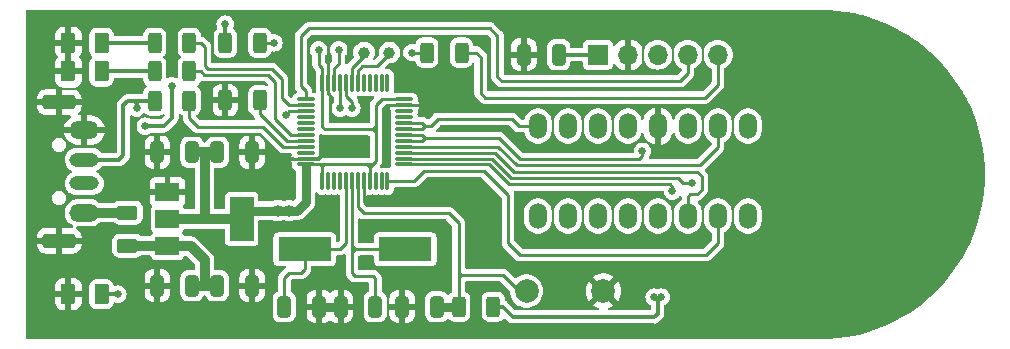
<source format=gbr>
%TF.GenerationSoftware,KiCad,Pcbnew,7.0.1*%
%TF.CreationDate,2023-03-25T16:35:51-05:00*%
%TF.ProjectId,STM32_XTW2_CLONE,53544d33-325f-4585-9457-325f434c4f4e,1.2.1V*%
%TF.SameCoordinates,Original*%
%TF.FileFunction,Copper,L1,Top*%
%TF.FilePolarity,Positive*%
%FSLAX46Y46*%
G04 Gerber Fmt 4.6, Leading zero omitted, Abs format (unit mm)*
G04 Created by KiCad (PCBNEW 7.0.1) date 2023-03-25 16:35:51*
%MOMM*%
%LPD*%
G01*
G04 APERTURE LIST*
G04 Aperture macros list*
%AMRoundRect*
0 Rectangle with rounded corners*
0 $1 Rounding radius*
0 $2 $3 $4 $5 $6 $7 $8 $9 X,Y pos of 4 corners*
0 Add a 4 corners polygon primitive as box body*
4,1,4,$2,$3,$4,$5,$6,$7,$8,$9,$2,$3,0*
0 Add four circle primitives for the rounded corners*
1,1,$1+$1,$2,$3*
1,1,$1+$1,$4,$5*
1,1,$1+$1,$6,$7*
1,1,$1+$1,$8,$9*
0 Add four rect primitives between the rounded corners*
20,1,$1+$1,$2,$3,$4,$5,0*
20,1,$1+$1,$4,$5,$6,$7,0*
20,1,$1+$1,$6,$7,$8,$9,0*
20,1,$1+$1,$8,$9,$2,$3,0*%
G04 Aperture macros list end*
%TA.AperFunction,SMDPad,CuDef*%
%ADD10RoundRect,0.250000X0.325000X0.650000X-0.325000X0.650000X-0.325000X-0.650000X0.325000X-0.650000X0*%
%TD*%
%TA.AperFunction,SMDPad,CuDef*%
%ADD11RoundRect,0.250000X-0.325000X-0.650000X0.325000X-0.650000X0.325000X0.650000X-0.325000X0.650000X0*%
%TD*%
%TA.AperFunction,SMDPad,CuDef*%
%ADD12C,1.000000*%
%TD*%
%TA.AperFunction,SMDPad,CuDef*%
%ADD13RoundRect,0.250000X-0.375000X-0.625000X0.375000X-0.625000X0.375000X0.625000X-0.375000X0.625000X0*%
%TD*%
%TA.AperFunction,SMDPad,CuDef*%
%ADD14R,4.500000X2.000000*%
%TD*%
%TA.AperFunction,SMDPad,CuDef*%
%ADD15RoundRect,0.250000X-0.625000X0.375000X-0.625000X-0.375000X0.625000X-0.375000X0.625000X0.375000X0*%
%TD*%
%TA.AperFunction,SMDPad,CuDef*%
%ADD16RoundRect,0.250000X-0.312500X-0.625000X0.312500X-0.625000X0.312500X0.625000X-0.312500X0.625000X0*%
%TD*%
%TA.AperFunction,SMDPad,CuDef*%
%ADD17R,2.000000X1.500000*%
%TD*%
%TA.AperFunction,SMDPad,CuDef*%
%ADD18R,2.000000X3.800000*%
%TD*%
%TA.AperFunction,ComponentPad*%
%ADD19O,1.501140X2.199640*%
%TD*%
%TA.AperFunction,ComponentPad*%
%ADD20C,2.000000*%
%TD*%
%TA.AperFunction,SMDPad,CuDef*%
%ADD21RoundRect,0.075000X0.075000X-0.662500X0.075000X0.662500X-0.075000X0.662500X-0.075000X-0.662500X0*%
%TD*%
%TA.AperFunction,SMDPad,CuDef*%
%ADD22RoundRect,0.075000X0.662500X-0.075000X0.662500X0.075000X-0.662500X0.075000X-0.662500X-0.075000X0*%
%TD*%
%TA.AperFunction,SMDPad,CuDef*%
%ADD23RoundRect,0.250000X0.312500X0.625000X-0.312500X0.625000X-0.312500X-0.625000X0.312500X-0.625000X0*%
%TD*%
%TA.AperFunction,ComponentPad*%
%ADD24R,1.700000X1.700000*%
%TD*%
%TA.AperFunction,ComponentPad*%
%ADD25O,1.700000X1.700000*%
%TD*%
%TA.AperFunction,ComponentPad*%
%ADD26O,2.500000X1.500000*%
%TD*%
%TA.AperFunction,ComponentPad*%
%ADD27O,2.500000X1.200000*%
%TD*%
%TA.AperFunction,ComponentPad*%
%ADD28RoundRect,0.300000X-1.100000X0.300000X-1.100000X-0.300000X1.100000X-0.300000X1.100000X0.300000X0*%
%TD*%
%TA.AperFunction,ViaPad*%
%ADD29C,0.650240*%
%TD*%
%TA.AperFunction,ViaPad*%
%ADD30C,1.000000*%
%TD*%
%TA.AperFunction,Conductor*%
%ADD31C,0.254000*%
%TD*%
%TA.AperFunction,Conductor*%
%ADD32C,0.203200*%
%TD*%
%TA.AperFunction,Conductor*%
%ADD33C,0.304800*%
%TD*%
%TA.AperFunction,Conductor*%
%ADD34C,0.177800*%
%TD*%
%TA.AperFunction,Conductor*%
%ADD35C,0.762000*%
%TD*%
%TA.AperFunction,Conductor*%
%ADD36C,0.812800*%
%TD*%
G04 APERTURE END LIST*
D10*
%TO.P,C4,1*%
%TO.N,+3.3V*%
X121927400Y-110214500D03*
%TO.P,C4,2*%
%TO.N,GND*%
X118977400Y-110214500D03*
%TD*%
D11*
%TO.P,C1,1*%
%TO.N,Net-(U1-PD0)*%
X129742400Y-123296800D03*
%TO.P,C1,2*%
%TO.N,GND*%
X132692400Y-123296800D03*
%TD*%
D10*
%TO.P,C8,1*%
%TO.N,+3.3V*%
X152964000Y-101960800D03*
%TO.P,C8,2*%
%TO.N,GND*%
X150014000Y-101960800D03*
%TD*%
D12*
%TO.P,TP1,1,1*%
%TO.N,Net-(U1-PA9)*%
X138638400Y-101783000D03*
%TD*%
D11*
%TO.P,C7,1*%
%TO.N,+5V*%
X124057400Y-121517500D03*
%TO.P,C7,2*%
%TO.N,GND*%
X127007400Y-121517500D03*
%TD*%
D13*
%TO.P,D2,1,K*%
%TO.N,GND*%
X111457400Y-100965000D03*
%TO.P,D2,2,A*%
%TO.N,Net-(D2-A)*%
X114257400Y-100965000D03*
%TD*%
D14*
%TO.P,Y1,1,1*%
%TO.N,Net-(U1-PD1)*%
X139967400Y-118420000D03*
%TO.P,Y1,2,2*%
%TO.N,Net-(U1-PD0)*%
X131467400Y-118420000D03*
%TD*%
D15*
%TO.P,F1,1*%
%TO.N,Net-(J1-VBUS)*%
X116455650Y-115350000D03*
%TO.P,F1,2*%
%TO.N,+5V*%
X116455650Y-118150000D03*
%TD*%
D16*
%TO.P,R7,1*%
%TO.N,Net-(D3-A)*%
X118760900Y-103378000D03*
%TO.P,R7,2*%
%TO.N,Net-(U1-PB7)*%
X121685900Y-103378000D03*
%TD*%
D13*
%TO.P,D3,1,K*%
%TO.N,GND*%
X111457400Y-103378000D03*
%TO.P,D3,2,A*%
%TO.N,Net-(D3-A)*%
X114257400Y-103378000D03*
%TD*%
D16*
%TO.P,R3,1*%
%TO.N,USB_P*%
X118748400Y-105841800D03*
%TO.P,R3,2*%
%TO.N,PB8*%
X121673400Y-105841800D03*
%TD*%
%TO.P,R2,1*%
%TO.N,GND*%
X124724700Y-105816400D03*
%TO.P,R2,2*%
%TO.N,Net-(U1-BOOT0)*%
X127649700Y-105816400D03*
%TD*%
D17*
%TO.P,U2,1,GND*%
%TO.N,GND*%
X119842400Y-113566000D03*
%TO.P,U2,2,VO*%
%TO.N,+3.3V*%
X119842400Y-115866000D03*
D18*
X126142400Y-115866000D03*
D17*
%TO.P,U2,3,VI*%
%TO.N,+5V*%
X119842400Y-118166000D03*
%TD*%
D19*
%TO.P,ZIF,1*%
%TO.N,ZIF_1*%
X168981400Y-108006000D03*
%TO.P,ZIF,2*%
%TO.N,ZIF_2*%
X166441400Y-108006000D03*
%TO.P,ZIF,3*%
%TO.N,ZIF_3*%
X163901400Y-108006000D03*
%TO.P,ZIF,4*%
%TO.N,GND*%
X161361400Y-108006000D03*
%TO.P,ZIF,5*%
%TO.N,unconnected-(ZIF1-Pad5)*%
X158821400Y-108006000D03*
%TO.P,ZIF,6*%
%TO.N,unconnected-(ZIF1-Pad6)*%
X156281400Y-108006000D03*
%TO.P,ZIF,7*%
%TO.N,unconnected-(ZIF1-Pad7)*%
X153741400Y-108006000D03*
%TO.P,ZIF,8*%
%TO.N,ZIF_8*%
X151201400Y-108006000D03*
%TO.P,ZIF,9*%
%TO.N,unconnected-(ZIF1-Pad9)*%
X151201400Y-115626000D03*
%TO.P,ZIF,10*%
%TO.N,unconnected-(ZIF1-Pad10)*%
X153741400Y-115626000D03*
%TO.P,ZIF,11*%
%TO.N,unconnected-(ZIF1-Pad11)*%
X156281400Y-115626000D03*
%TO.P,ZIF,12*%
%TO.N,unconnected-(ZIF1-Pad12)*%
X158821400Y-115626000D03*
%TO.P,ZIF,13*%
%TO.N,ZIF_13*%
X161361400Y-115626000D03*
%TO.P,ZIF,14*%
%TO.N,ZIF_14*%
X163901400Y-115626000D03*
%TO.P,ZIF,15*%
%TO.N,ZIF_15*%
X166441400Y-115626000D03*
%TO.P,ZIF,16*%
%TO.N,+3.3V*%
X168981400Y-115626000D03*
%TD*%
D13*
%TO.P,D1,1,K*%
%TO.N,GND*%
X111457400Y-122230000D03*
%TO.P,D1,2,A*%
%TO.N,Net-(D1-A)*%
X114257400Y-122230000D03*
%TD*%
D20*
%TO.P,SW1,1,1*%
%TO.N,Net-(U1-NRST)*%
X150247400Y-121976000D03*
%TO.P,SW1,2,2*%
%TO.N,GND*%
X156747400Y-121976000D03*
%TD*%
D16*
%TO.P,R6,1*%
%TO.N,Net-(U1-PB3)*%
X141813400Y-101783000D03*
%TO.P,R6,2*%
%TO.N,SWO*%
X144738400Y-101783000D03*
%TD*%
D21*
%TO.P,U1,1,VBAT*%
%TO.N,+3.3V*%
X132967400Y-112664500D03*
%TO.P,U1,2,PC13*%
%TO.N,unconnected-(U1-PC13-Pad2)*%
X133467400Y-112664500D03*
%TO.P,U1,3,PC14*%
%TO.N,unconnected-(U1-PC14-Pad3)*%
X133967400Y-112664500D03*
%TO.P,U1,4,PC15*%
%TO.N,unconnected-(U1-PC15-Pad4)*%
X134467400Y-112664500D03*
%TO.P,U1,5,PD0*%
%TO.N,Net-(U1-PD0)*%
X134967400Y-112664500D03*
%TO.P,U1,6,PD1*%
%TO.N,Net-(U1-PD1)*%
X135467400Y-112664500D03*
%TO.P,U1,7,NRST*%
%TO.N,Net-(U1-NRST)*%
X135967400Y-112664500D03*
%TO.P,U1,8,VSSA*%
%TO.N,GND*%
X136467400Y-112664500D03*
%TO.P,U1,9,VDDA*%
%TO.N,+3.3V*%
X136967400Y-112664500D03*
%TO.P,U1,10,PA0*%
%TO.N,unconnected-(U1-PA0-Pad10)*%
X137467400Y-112664500D03*
%TO.P,U1,11,PA1*%
%TO.N,unconnected-(U1-PA1-Pad11)*%
X137967400Y-112664500D03*
%TO.P,U1,12,PA2*%
%TO.N,ZIF_15*%
X138467400Y-112664500D03*
D22*
%TO.P,U1,13,PA3*%
%TO.N,ZIF_3*%
X139879900Y-111252000D03*
%TO.P,U1,14,PA4*%
%TO.N,ZIF_1*%
X139879900Y-110752000D03*
%TO.P,U1,15,PA5*%
%TO.N,ZIF_14*%
X139879900Y-110252000D03*
%TO.P,U1,16,PA6*%
%TO.N,ZIF_2*%
X139879900Y-109752000D03*
%TO.P,U1,17,PA7*%
%TO.N,ZIF_13*%
X139879900Y-109252000D03*
%TO.P,U1,18,PB0*%
X139879900Y-108752000D03*
%TO.P,U1,19,PB1*%
%TO.N,ZIF_8*%
X139879900Y-108252000D03*
%TO.P,U1,20,PB2*%
X139879900Y-107752000D03*
%TO.P,U1,21,PB10*%
%TO.N,unconnected-(U1-PB10-Pad21)*%
X139879900Y-107252000D03*
%TO.P,U1,22,PB11*%
%TO.N,unconnected-(U1-PB11-Pad22)*%
X139879900Y-106752000D03*
%TO.P,U1,23,VSS*%
%TO.N,GND*%
X139879900Y-106252000D03*
%TO.P,U1,24,VDD*%
%TO.N,+3.3V*%
X139879900Y-105752000D03*
D21*
%TO.P,U1,25,PB12*%
%TO.N,unconnected-(U1-PB12-Pad25)*%
X138467400Y-104339500D03*
%TO.P,U1,26,PB13*%
%TO.N,unconnected-(U1-PB13-Pad26)*%
X137967400Y-104339500D03*
%TO.P,U1,27,PB14*%
%TO.N,unconnected-(U1-PB14-Pad27)*%
X137467400Y-104339500D03*
%TO.P,U1,28,PB15*%
%TO.N,unconnected-(U1-PB15-Pad28)*%
X136967400Y-104339500D03*
%TO.P,U1,29,PA8*%
%TO.N,unconnected-(U1-PA8-Pad29)*%
X136467400Y-104339500D03*
%TO.P,U1,30,PA9*%
%TO.N,Net-(U1-PA9)*%
X135967400Y-104339500D03*
%TO.P,U1,31,PA10*%
%TO.N,Net-(U1-PA10)*%
X135467400Y-104339500D03*
%TO.P,U1,32,PA11*%
%TO.N,USB_N*%
X134967400Y-104339500D03*
%TO.P,U1,33,PA12*%
%TO.N,USB_P*%
X134467400Y-104339500D03*
%TO.P,U1,34,PA13*%
%TO.N,/SWDIO*%
X133967400Y-104339500D03*
%TO.P,U1,35,VSS*%
%TO.N,GND*%
X133467400Y-104339500D03*
%TO.P,U1,36,VDD*%
%TO.N,+3.3V*%
X132967400Y-104339500D03*
D22*
%TO.P,U1,37,PA14*%
%TO.N,/SWLCK*%
X131554900Y-105752000D03*
%TO.P,U1,38,PA15*%
%TO.N,Net-(U1-PA15)*%
X131554900Y-106252000D03*
%TO.P,U1,39,PB3*%
%TO.N,Net-(U1-PB3)*%
X131554900Y-106752000D03*
%TO.P,U1,40,PB4*%
%TO.N,unconnected-(U1-PB4-Pad40)*%
X131554900Y-107252000D03*
%TO.P,U1,41,PB5*%
%TO.N,unconnected-(U1-PB5-Pad41)*%
X131554900Y-107752000D03*
%TO.P,U1,42,PB6*%
%TO.N,unconnected-(U1-PB6-Pad42)*%
X131554900Y-108252000D03*
%TO.P,U1,43,PB7*%
%TO.N,Net-(U1-PB7)*%
X131554900Y-108752000D03*
%TO.P,U1,44,BOOT0*%
%TO.N,Net-(U1-BOOT0)*%
X131554900Y-109252000D03*
%TO.P,U1,45,PB8*%
%TO.N,PB8*%
X131554900Y-109752000D03*
%TO.P,U1,46,PB9*%
%TO.N,unconnected-(U1-PB9-Pad46)*%
X131554900Y-110252000D03*
%TO.P,U1,47,VSS*%
%TO.N,GND*%
X131554900Y-110752000D03*
%TO.P,U1,48,VDD*%
%TO.N,+3.3V*%
X131554900Y-111252000D03*
%TD*%
D23*
%TO.P,R1,1*%
%TO.N,+3.3V*%
X147430800Y-123296800D03*
%TO.P,R1,2*%
%TO.N,Net-(U1-NRST)*%
X144505800Y-123296800D03*
%TD*%
D24*
%TO.P,J2,1,Pin_1*%
%TO.N,+3.3V*%
X156281400Y-101960800D03*
D25*
%TO.P,J2,2,Pin_2*%
%TO.N,GND*%
X158821400Y-101960800D03*
%TO.P,J2,3,Pin_3*%
%TO.N,/SWDIO*%
X161361400Y-101960800D03*
%TO.P,J2,4,Pin_4*%
%TO.N,/SWLCK*%
X163901400Y-101960800D03*
%TO.P,J2,5,Pin_5*%
%TO.N,SWO*%
X166441400Y-101960800D03*
%TD*%
D11*
%TO.P,C5,1*%
%TO.N,+3.3V*%
X124057400Y-110214500D03*
%TO.P,C5,2*%
%TO.N,GND*%
X127007400Y-110214500D03*
%TD*%
D10*
%TO.P,C2,1*%
%TO.N,Net-(U1-PD1)*%
X137446400Y-123296800D03*
%TO.P,C2,2*%
%TO.N,GND*%
X134496400Y-123296800D03*
%TD*%
D12*
%TO.P,TP2,1,1*%
%TO.N,Net-(U1-PA10)*%
X136479400Y-101783000D03*
%TD*%
D10*
%TO.P,C6,1*%
%TO.N,+5V*%
X121927400Y-121517500D03*
%TO.P,C6,2*%
%TO.N,GND*%
X118977400Y-121517500D03*
%TD*%
%TO.P,C3,1*%
%TO.N,Net-(U1-NRST)*%
X142664100Y-123296800D03*
%TO.P,C3,2*%
%TO.N,GND*%
X139714100Y-123296800D03*
%TD*%
D16*
%TO.P,R5,1*%
%TO.N,Net-(D1-A)*%
X124724700Y-100965000D03*
%TO.P,R5,2*%
%TO.N,+3.3V*%
X127649700Y-100965000D03*
%TD*%
D26*
%TO.P,J1,1,VBUS*%
%TO.N,Net-(J1-VBUS)*%
X112793900Y-115350000D03*
D27*
%TO.P,J1,2,D-*%
%TO.N,USB_N*%
X112793900Y-112850000D03*
%TO.P,J1,3,D+*%
%TO.N,USB_P*%
X112793900Y-110850000D03*
D26*
%TO.P,J1,4,GND*%
%TO.N,GND*%
X112793900Y-108350000D03*
D28*
%TO.P,J1,5,Shield*%
X110663900Y-106000000D03*
X110663900Y-117700000D03*
%TD*%
D16*
%TO.P,R4,1*%
%TO.N,Net-(D2-A)*%
X118760900Y-100965000D03*
%TO.P,R4,2*%
%TO.N,Net-(U1-PA15)*%
X121685900Y-100965000D03*
%TD*%
D29*
%TO.N,GND*%
X109047400Y-122357000D03*
X151922602Y-99014400D03*
X186212600Y-105847000D03*
X109047400Y-119690000D03*
X130098800Y-102209600D03*
X142321400Y-113111400D03*
X179151400Y-99827200D03*
X145877400Y-116642000D03*
X123190000Y-104648000D03*
X151357450Y-125024000D03*
X128605400Y-112197000D03*
X136581000Y-107345599D03*
X187609600Y-109936400D03*
X109047400Y-125024000D03*
X142321400Y-106355000D03*
X127589400Y-119182000D03*
X145877400Y-118928000D03*
X138382400Y-110088800D03*
X124998600Y-125024000D03*
X172081728Y-99116000D03*
X135971400Y-110088800D03*
X154801268Y-99014400D03*
X143210400Y-113111400D03*
X128605400Y-111435000D03*
X121010800Y-125024000D03*
X126065400Y-119182000D03*
X109047400Y-99116000D03*
X160558600Y-99014400D03*
X138382400Y-106964600D03*
X113428900Y-99116000D03*
X134447400Y-110088800D03*
X109047400Y-103942000D03*
X157679934Y-99014400D03*
X149043936Y-99014400D03*
X174960400Y-99116000D03*
X126827400Y-119182000D03*
X161473000Y-125024000D03*
X136581000Y-106583601D03*
X142321400Y-105593000D03*
X145877400Y-117785000D03*
X169203062Y-99116000D03*
X171588550Y-125024000D03*
X128224400Y-99116000D03*
X130129400Y-99116000D03*
X164844850Y-125024000D03*
X182961400Y-101986200D03*
X123190000Y-105587800D03*
X128986400Y-125024000D03*
X163445730Y-99116000D03*
X117023000Y-125024000D03*
X129367400Y-111435000D03*
X158101150Y-125024000D03*
X147985600Y-125024000D03*
X186212600Y-118293000D03*
X166324396Y-99116000D03*
X168216700Y-125024000D03*
X130098800Y-102971600D03*
X174960400Y-125024000D03*
X142321400Y-114000400D03*
X129367400Y-112197000D03*
X187635000Y-113797200D03*
X138382400Y-108526700D03*
X143210400Y-106355000D03*
X143210400Y-105593000D03*
X133685400Y-110088800D03*
X179151400Y-124262000D03*
X117810400Y-99116000D03*
X113035200Y-125024000D03*
X135209400Y-110088800D03*
X143210400Y-114000400D03*
X182961400Y-122128400D03*
X154729300Y-125024000D03*
X109047400Y-101529000D03*
%TO.N,+3.3V*%
X128859400Y-100965000D03*
X132644000Y-101554400D03*
D30*
X129164200Y-115167500D03*
D29*
X161041200Y-122484000D03*
D30*
X130129400Y-115167500D03*
D29*
X161650800Y-122484000D03*
%TO.N,Net-(D1-A)*%
X117962800Y-108006000D03*
X124724700Y-99364800D03*
X115651400Y-122230000D03*
X120223400Y-104609899D03*
%TO.N,USB_N*%
X135463400Y-106502000D03*
%TO.N,USB_P*%
X117226200Y-106482000D03*
X134467400Y-106502000D03*
%TO.N,/SWDIO*%
X134345800Y-101554400D03*
%TO.N,ZIF_3*%
X162590600Y-113517800D03*
%TO.N,ZIF_1*%
X164216200Y-112806599D03*
%TO.N,ZIF_13*%
X160050600Y-110139600D03*
%TO.N,Net-(U1-PB3)*%
X140543400Y-101783000D03*
X129844800Y-107061000D03*
%TD*%
D31*
%TO.N,Net-(U1-PD0)*%
X131145400Y-120452000D02*
X130129400Y-120452000D01*
X129742400Y-123296800D02*
X129742400Y-120839000D01*
X134447400Y-118420000D02*
X131467400Y-118420000D01*
X131467400Y-118420000D02*
X131467400Y-120130000D01*
X134967400Y-112422500D02*
X134967400Y-117900000D01*
X129742400Y-120839000D02*
X130129400Y-120452000D01*
X131467400Y-120130000D02*
X131145400Y-120452000D01*
X134967400Y-117900000D02*
X134447400Y-118420000D01*
D32*
%TO.N,GND*%
X165171399Y-100970200D02*
X165171399Y-102951400D01*
D31*
X141761200Y-106252000D02*
X141762600Y-106253400D01*
D33*
X131554900Y-110752000D02*
X132641200Y-110752000D01*
D31*
X139879900Y-106252000D02*
X138411200Y-106252000D01*
X136467400Y-114420200D02*
X136758800Y-114711600D01*
X133467400Y-105248000D02*
X133634600Y-105415200D01*
X133467400Y-105248000D02*
X133812400Y-105593000D01*
X136467400Y-112422500D02*
X136495900Y-112451000D01*
X133467400Y-104339500D02*
X133467400Y-105248000D01*
X139879900Y-106252000D02*
X141761200Y-106252000D01*
X131583400Y-110752000D02*
X129994900Y-110752000D01*
X136467400Y-112422500D02*
X136467400Y-114420200D01*
D32*
X160091399Y-100970200D02*
X160091399Y-102951400D01*
D31*
X138411200Y-106252000D02*
X138155800Y-106507400D01*
D33*
X132641200Y-110752000D02*
X132821800Y-110571400D01*
D32*
X162631399Y-100970200D02*
X162631399Y-102951400D01*
D33*
X133177400Y-110571400D02*
X132821800Y-110571400D01*
D31*
X133634600Y-105415200D02*
X133634600Y-105821600D01*
X133812400Y-105593000D02*
X133812400Y-105821600D01*
D34*
X110871000Y-104825800D02*
X112166400Y-104825800D01*
D35*
X132692400Y-123296800D02*
X134496400Y-123296800D01*
D33*
X132821800Y-110571400D02*
X132821800Y-108844200D01*
D31*
X133467400Y-104339500D02*
X133467400Y-102479400D01*
%TO.N,Net-(U1-PD1)*%
X135467400Y-112422500D02*
X135467400Y-117916000D01*
X137241400Y-120706000D02*
X135717400Y-120706000D01*
X135467400Y-120456000D02*
X135467400Y-117916000D01*
X135467400Y-118670000D02*
X135717400Y-118420000D01*
X135717400Y-118420000D02*
X135971400Y-118420000D01*
X135971400Y-118420000D02*
X139967400Y-118420000D01*
X135717400Y-120706000D02*
X135467400Y-120456000D01*
X135467400Y-117916000D02*
X135467400Y-118170000D01*
X135467400Y-118924000D02*
X135467400Y-118670000D01*
X135467400Y-118170000D02*
X135717400Y-118420000D01*
X137446400Y-120911000D02*
X137241400Y-120706000D01*
X137446400Y-123296800D02*
X137446400Y-120911000D01*
%TO.N,Net-(U1-NRST)*%
X144505800Y-120426600D02*
X144505800Y-116235600D01*
D35*
X142664100Y-123296800D02*
X144491100Y-123296800D01*
D31*
X144683600Y-120604400D02*
X144505800Y-120782200D01*
X136479400Y-115372000D02*
X135967400Y-114860000D01*
X144683600Y-120604400D02*
X144505800Y-120426600D01*
X144505800Y-123282100D02*
X144505800Y-120426600D01*
X150247400Y-121976000D02*
X149585800Y-121976000D01*
X143642200Y-115372000D02*
X143083400Y-115372000D01*
X148214200Y-120604400D02*
X144683600Y-120604400D01*
X144505800Y-116235600D02*
X143642200Y-115372000D01*
X144491100Y-123296800D02*
X144505800Y-123282100D01*
X143083400Y-115372000D02*
X136479400Y-115372000D01*
X149585800Y-121976000D02*
X148214200Y-120604400D01*
X135967400Y-114860000D02*
X135967400Y-112422500D01*
D36*
%TO.N,+5V*%
X122992400Y-119358500D02*
X122992400Y-121517500D01*
X116455650Y-118150000D02*
X119826400Y-118150000D01*
X121799900Y-118166000D02*
X122992400Y-119358500D01*
X122992400Y-121517500D02*
X121927400Y-121517500D01*
X124057400Y-121517500D02*
X122992400Y-121517500D01*
X119826400Y-118150000D02*
X119842400Y-118166000D01*
X119842400Y-118166000D02*
X121799900Y-118166000D01*
D33*
%TO.N,+3.3V*%
X149077800Y-124160400D02*
X161066600Y-124160400D01*
D31*
X132967400Y-104339500D02*
X132967400Y-103122400D01*
D33*
X148214200Y-123296800D02*
X149077800Y-124160400D01*
D35*
X131554900Y-111511200D02*
X131554900Y-114454500D01*
D31*
X137971400Y-105752000D02*
X139879900Y-105752000D01*
D36*
X126142400Y-115866000D02*
X126840900Y-115167500D01*
D31*
X137495400Y-110958000D02*
X137495400Y-106228000D01*
X132967400Y-112422500D02*
X132967400Y-111423000D01*
D35*
X126840900Y-115167500D02*
X129165500Y-115167500D01*
D36*
X122992400Y-110214500D02*
X122992400Y-115866000D01*
X122992400Y-115866000D02*
X126142400Y-115866000D01*
D35*
X130841900Y-115167500D02*
X129164200Y-115167500D01*
D31*
X128859400Y-100965000D02*
X127273900Y-100965000D01*
X137241400Y-108260000D02*
X137495400Y-108514000D01*
X132967400Y-104339500D02*
X132967400Y-108050000D01*
X132588000Y-111252000D02*
X135971400Y-111252000D01*
D33*
X152964000Y-101960800D02*
X156281400Y-101960800D01*
D31*
X132967400Y-111423000D02*
X132796400Y-111252000D01*
X136967400Y-112664500D02*
X136967400Y-111486000D01*
X132967400Y-103122400D02*
X132644000Y-102799000D01*
X132644000Y-102799000D02*
X132644000Y-101554400D01*
D33*
X147430800Y-123296800D02*
X148214200Y-123296800D01*
X161346000Y-122788800D02*
X161041200Y-122484000D01*
D31*
X132796400Y-111252000D02*
X132588000Y-111252000D01*
D33*
X161346000Y-123881000D02*
X161346000Y-122788800D01*
D31*
X136967400Y-111486000D02*
X137495400Y-110958000D01*
D35*
X131554900Y-114454500D02*
X130841900Y-115167500D01*
D31*
X135971400Y-111252000D02*
X136027400Y-111252000D01*
D33*
X161066600Y-124160400D02*
X161346000Y-123881000D01*
D31*
X133177400Y-108260000D02*
X137241400Y-108260000D01*
D36*
X121927400Y-110214500D02*
X122992400Y-110214500D01*
D31*
X136967400Y-111486000D02*
X136733400Y-111252000D01*
D33*
X161346000Y-122788800D02*
X161650800Y-122484000D01*
D31*
X132967400Y-108050000D02*
X133177400Y-108260000D01*
X132967400Y-111423000D02*
X133138400Y-111252000D01*
X137201400Y-111252000D02*
X135971400Y-111252000D01*
D36*
X122992400Y-110214500D02*
X124057400Y-110214500D01*
D31*
X136967400Y-111486000D02*
X137201400Y-111252000D01*
X137495400Y-106228000D02*
X137971400Y-105752000D01*
X132588000Y-111252000D02*
X131554900Y-111252000D01*
X137241400Y-108260000D02*
X137495400Y-108006000D01*
D36*
X119842400Y-115866000D02*
X122992400Y-115866000D01*
D33*
%TO.N,Net-(D1-A)*%
X117962800Y-108006000D02*
X119512200Y-108006000D01*
X124724700Y-99364800D02*
X124724700Y-100965000D01*
X115651400Y-122230000D02*
X114257400Y-122230000D01*
X119512200Y-108006000D02*
X120223400Y-107294800D01*
X120223400Y-107294800D02*
X120223400Y-104609899D01*
%TO.N,Net-(D2-A)*%
X114257400Y-100965000D02*
X118760900Y-100965000D01*
D36*
%TO.N,Net-(J1-VBUS)*%
X112793900Y-115350000D02*
X116455650Y-115350000D01*
D31*
%TO.N,USB_N*%
X134967400Y-105478000D02*
X134967400Y-104339500D01*
X135463400Y-105974000D02*
X134967400Y-105478000D01*
X135463400Y-106532800D02*
X135463400Y-105974000D01*
D33*
%TO.N,USB_P*%
X112793900Y-110850000D02*
X115728400Y-110850000D01*
X116108600Y-106248200D02*
X116108600Y-110469800D01*
D31*
X134467400Y-104339500D02*
X134467400Y-106532800D01*
D33*
X116108600Y-106248200D02*
X116515000Y-105841800D01*
X117023000Y-105841800D02*
X118748400Y-105841800D01*
X117226200Y-106045000D02*
X117429400Y-105841800D01*
X115728400Y-110850000D02*
X116108600Y-110469800D01*
X117226200Y-106045000D02*
X117023000Y-105841800D01*
X116515000Y-105841800D02*
X117023000Y-105841800D01*
X117226200Y-106578400D02*
X117226200Y-106045000D01*
D31*
%TO.N,/SWDIO*%
X134345800Y-102722800D02*
X134345800Y-101554400D01*
X133967400Y-103101200D02*
X134345800Y-102722800D01*
X133967400Y-104097500D02*
X133967400Y-103101200D01*
%TO.N,/SWLCK*%
X163901400Y-103545600D02*
X163901400Y-101900000D01*
X147122000Y-99725600D02*
X147782400Y-100386000D01*
X131145400Y-100411400D02*
X131831200Y-99725600D01*
X163251000Y-104196000D02*
X163901400Y-103545600D01*
X148163400Y-104196000D02*
X163251000Y-104196000D01*
X147782400Y-100386000D02*
X147782400Y-103815000D01*
X131554900Y-105062700D02*
X131145400Y-104653200D01*
X131554900Y-105752000D02*
X131554900Y-105062700D01*
X131145400Y-104653200D02*
X131145400Y-100411400D01*
X131831200Y-99725600D02*
X147122000Y-99725600D01*
X147782400Y-103815000D02*
X148163400Y-104196000D01*
%TO.N,Net-(U1-BOOT0)*%
X127649700Y-105816400D02*
X127649700Y-106974100D01*
X129927600Y-109252000D02*
X131554900Y-109252000D01*
X127649700Y-106974100D02*
X129927600Y-109252000D01*
%TO.N,PB8*%
X127939800Y-108051600D02*
X122402600Y-108051600D01*
X122402600Y-108051600D02*
X121673400Y-107322400D01*
X129640200Y-109752000D02*
X127939800Y-108051600D01*
X121673400Y-107322400D02*
X121673400Y-105618400D01*
X131554900Y-109752000D02*
X129640200Y-109752000D01*
%TO.N,Net-(U1-PB7)*%
X128930400Y-107416600D02*
X130265800Y-108752000D01*
X122961400Y-103682800D02*
X128346200Y-103682800D01*
X121685900Y-103378000D02*
X122656600Y-103378000D01*
X128346200Y-103682800D02*
X128930400Y-104267000D01*
X128930400Y-104267000D02*
X128930400Y-107416600D01*
X130265800Y-108752000D02*
X131554900Y-108752000D01*
X122656600Y-103378000D02*
X122961400Y-103682800D01*
%TO.N,ZIF_15*%
X149687400Y-118928000D02*
X165435400Y-118928000D01*
X166441400Y-117902000D02*
X166441400Y-115626000D01*
X165435400Y-118928000D02*
X166451400Y-117912000D01*
X141559400Y-111816000D02*
X146639400Y-111816000D01*
X138467400Y-112664500D02*
X140710900Y-112664500D01*
X166451400Y-117912000D02*
X166441400Y-117902000D01*
X140710900Y-112664500D02*
X141559400Y-111816000D01*
X146639400Y-111816000D02*
X148671400Y-113848000D01*
X148671400Y-113848000D02*
X148671400Y-117912000D01*
X148671400Y-117912000D02*
X149687400Y-118928000D01*
%TO.N,ZIF_3*%
X162590600Y-113517800D02*
X162590600Y-113136800D01*
X147066000Y-111252000D02*
X139879900Y-111252000D01*
X162387400Y-112933600D02*
X148747600Y-112933600D01*
X162590600Y-113136800D02*
X162387400Y-112933600D01*
X148747600Y-112933600D02*
X147066000Y-111252000D01*
%TO.N,ZIF_1*%
X164216200Y-112806599D02*
X163454200Y-112806599D01*
X147277201Y-110752000D02*
X139879900Y-110752000D01*
X163047800Y-112400199D02*
X148925400Y-112400199D01*
X163454200Y-112806599D02*
X163047800Y-112400199D01*
X148925400Y-112400199D02*
X147277201Y-110752000D01*
%TO.N,ZIF_14*%
X163901400Y-115626000D02*
X163901400Y-114010400D01*
X163901400Y-114010400D02*
X164114600Y-113797200D01*
X164673400Y-111866799D02*
X149179400Y-111866799D01*
X164114600Y-113797200D02*
X164673400Y-113797200D01*
X147564601Y-110252000D02*
X139879900Y-110252000D01*
X149179400Y-111866799D02*
X147564601Y-110252000D01*
X164673400Y-113797200D02*
X165079800Y-113390800D01*
X165079800Y-112273199D02*
X164673400Y-111866799D01*
X165079800Y-113390800D02*
X165079800Y-112273199D01*
%TO.N,ZIF_2*%
X149433400Y-111327049D02*
X147858351Y-109752000D01*
X149433400Y-111333399D02*
X164917400Y-111333399D01*
X164917400Y-111333399D02*
X166441400Y-109809399D01*
X149433400Y-111333399D02*
X149433400Y-111327049D01*
X166441400Y-109809399D02*
X166441400Y-108006000D01*
X139879900Y-109752000D02*
X147858351Y-109752000D01*
%TO.N,ZIF_13*%
X160050600Y-110139600D02*
X160050600Y-110520600D01*
X141381125Y-109256000D02*
X141632775Y-109004350D01*
X147891751Y-109004350D02*
X141632775Y-109004350D01*
X160050600Y-110520600D02*
X159771201Y-110799999D01*
X159771201Y-110799999D02*
X149687400Y-110799999D01*
X141632775Y-109004350D02*
X141384425Y-108756000D01*
X149687400Y-110799999D02*
X147891751Y-109004350D01*
X139540525Y-109256000D02*
X141381125Y-109256000D01*
X141384425Y-108756000D02*
X139540525Y-108756000D01*
%TO.N,ZIF_8*%
X148976200Y-107396400D02*
X142716513Y-107396400D01*
X141381125Y-108252000D02*
X141632775Y-108000350D01*
X139540525Y-108252000D02*
X141381125Y-108252000D01*
X142112563Y-108000350D02*
X142716513Y-107396400D01*
X141632775Y-108000350D02*
X142112563Y-108000350D01*
X141632775Y-108000350D02*
X141384425Y-107752000D01*
X149585800Y-108006000D02*
X148976200Y-107396400D01*
X151201400Y-108006000D02*
X149585800Y-108006000D01*
X141384425Y-107752000D02*
X139540525Y-107752000D01*
%TO.N,SWO*%
X146004400Y-101783000D02*
X146360000Y-102138600D01*
X146360000Y-105199300D02*
X146753700Y-105593000D01*
X146753700Y-105593000D02*
X165359200Y-105593000D01*
X146360000Y-102138600D02*
X146360000Y-105199300D01*
X165359200Y-105593000D02*
X166441400Y-104510800D01*
X144926900Y-101783000D02*
X146004400Y-101783000D01*
X166441400Y-104510800D02*
X166441400Y-101900000D01*
%TO.N,Net-(U1-PB3)*%
X131554900Y-106752000D02*
X130153800Y-106752000D01*
X130153800Y-106752000D02*
X129844800Y-107061000D01*
X142001900Y-101783000D02*
X140543400Y-101783000D01*
%TO.N,Net-(U1-PA9)*%
X138638400Y-101910000D02*
X138638400Y-101783000D01*
X135967400Y-103311000D02*
X136352400Y-102926000D01*
X135967400Y-104339500D02*
X135967400Y-103311000D01*
X136352400Y-102926000D02*
X137622400Y-102926000D01*
X137622400Y-102926000D02*
X138638400Y-101910000D01*
%TO.N,Net-(U1-PA10)*%
X135467400Y-104339500D02*
X135467400Y-103049000D01*
X136479400Y-102037000D02*
X136479400Y-101783000D01*
X135467400Y-103049000D02*
X136479400Y-102037000D01*
D33*
%TO.N,Net-(D3-A)*%
X114257400Y-103378000D02*
X118760900Y-103378000D01*
D31*
%TO.N,Net-(U1-PA15)*%
X129514600Y-104038400D02*
X129514600Y-105664000D01*
X121685900Y-100965000D02*
X122687199Y-100965000D01*
X128651000Y-103174800D02*
X129514600Y-104038400D01*
X123291600Y-103174800D02*
X128651000Y-103174800D01*
X129514600Y-105664000D02*
X130102600Y-106252000D01*
X123017399Y-102900599D02*
X123291600Y-103174800D01*
X123017399Y-101295200D02*
X123017399Y-102900599D01*
X122687199Y-100965000D02*
X123017399Y-101295200D01*
X130102600Y-106252000D02*
X131554900Y-106252000D01*
%TD*%
%TA.AperFunction,Conductor*%
%TO.N,GND*%
G36*
X138590255Y-106297267D02*
G01*
X138626210Y-106328798D01*
X138643542Y-106373369D01*
X138657199Y-106477104D01*
X138715583Y-106618056D01*
X138730161Y-106645328D01*
X138735500Y-106677665D01*
X138735500Y-106873086D01*
X138741671Y-106930491D01*
X138755230Y-106966843D01*
X138761573Y-107001997D01*
X138755231Y-107037151D01*
X138741671Y-107073508D01*
X138740646Y-107083046D01*
X138735960Y-107126639D01*
X138735500Y-107130915D01*
X138735500Y-107373085D01*
X138739273Y-107408177D01*
X138741671Y-107430488D01*
X138753757Y-107462892D01*
X138755231Y-107466844D01*
X138761573Y-107501999D01*
X138755231Y-107537153D01*
X138741671Y-107573509D01*
X138741671Y-107573512D01*
X138736973Y-107617215D01*
X138735500Y-107630914D01*
X138735500Y-107873085D01*
X138741671Y-107930487D01*
X138755231Y-107966844D01*
X138761573Y-108001999D01*
X138755231Y-108037153D01*
X138741671Y-108073509D01*
X138735500Y-108130914D01*
X138735500Y-108373085D01*
X138737463Y-108391341D01*
X138741671Y-108430488D01*
X138755231Y-108466844D01*
X138761573Y-108501999D01*
X138755231Y-108537153D01*
X138741671Y-108573509D01*
X138740319Y-108586085D01*
X138735511Y-108630814D01*
X138735500Y-108630914D01*
X138735500Y-108873085D01*
X138738398Y-108900042D01*
X138741671Y-108930488D01*
X138746984Y-108944732D01*
X138755231Y-108966844D01*
X138761573Y-109001999D01*
X138755231Y-109037153D01*
X138741671Y-109073509D01*
X138735500Y-109130914D01*
X138735500Y-109373085D01*
X138740696Y-109421416D01*
X138741671Y-109430488D01*
X138752408Y-109459275D01*
X138755231Y-109466844D01*
X138761573Y-109501999D01*
X138755231Y-109537153D01*
X138741671Y-109573509D01*
X138735500Y-109630914D01*
X138735500Y-109873085D01*
X138740165Y-109916478D01*
X138741671Y-109930488D01*
X138744099Y-109936997D01*
X138755231Y-109966844D01*
X138761573Y-110001999D01*
X138755231Y-110037153D01*
X138741671Y-110073509D01*
X138741669Y-110073529D01*
X138736186Y-110124537D01*
X138735500Y-110130914D01*
X138735500Y-110373085D01*
X138736883Y-110385945D01*
X138741671Y-110430488D01*
X138749145Y-110450526D01*
X138755231Y-110466844D01*
X138761573Y-110501999D01*
X138755231Y-110537153D01*
X138741671Y-110573509D01*
X138741671Y-110573512D01*
X138735839Y-110627763D01*
X138735500Y-110630914D01*
X138735500Y-110873085D01*
X138737465Y-110891359D01*
X138741671Y-110930488D01*
X138755231Y-110966844D01*
X138761573Y-111001999D01*
X138755231Y-111037153D01*
X138741671Y-111073509D01*
X138735500Y-111130914D01*
X138735500Y-111373086D01*
X138739865Y-111413690D01*
X138728702Y-111471601D01*
X138686999Y-111513303D01*
X138629088Y-111524464D01*
X138588489Y-111520100D01*
X138588486Y-111520100D01*
X138346314Y-111520100D01*
X138288910Y-111526271D01*
X138252554Y-111539831D01*
X138217400Y-111546173D01*
X138182245Y-111539831D01*
X138145888Y-111526271D01*
X138088489Y-111520100D01*
X138088486Y-111520100D01*
X137931216Y-111520100D01*
X137875326Y-111503146D01*
X137838274Y-111457998D01*
X137832549Y-111399874D01*
X137860079Y-111348367D01*
X137865275Y-111343171D01*
X137867686Y-111340841D01*
X137913446Y-111298106D01*
X137934674Y-111263196D01*
X137940469Y-111254682D01*
X137965155Y-111222130D01*
X137972156Y-111204373D01*
X137979788Y-111189010D01*
X137989704Y-111172706D01*
X138000731Y-111133344D01*
X138004002Y-111123615D01*
X138018997Y-111085597D01*
X138020948Y-111066608D01*
X138024153Y-111049751D01*
X138024816Y-111047387D01*
X138029300Y-111031383D01*
X138029300Y-110990539D01*
X138029827Y-110980251D01*
X138031078Y-110968079D01*
X138034006Y-110939601D01*
X138030763Y-110920792D01*
X138029300Y-110903698D01*
X138029300Y-108524829D01*
X138029359Y-108521395D01*
X138029745Y-108510102D01*
X138031494Y-108458888D01*
X138031493Y-108458885D01*
X138031568Y-108456697D01*
X138029300Y-108437804D01*
X138029300Y-108038540D01*
X138029827Y-108028252D01*
X138030409Y-108022589D01*
X138034006Y-107987601D01*
X138031378Y-107972362D01*
X138030763Y-107968792D01*
X138029300Y-107951698D01*
X138029300Y-106490819D01*
X138036958Y-106452321D01*
X138058765Y-106419684D01*
X138163083Y-106315365D01*
X138195720Y-106293558D01*
X138234218Y-106285900D01*
X138543803Y-106285900D01*
X138590255Y-106297267D01*
G37*
%TD.AperFunction*%
%TA.AperFunction,Conductor*%
G36*
X132852169Y-108687092D02*
G01*
X132872198Y-108699272D01*
X132880709Y-108705063D01*
X132913270Y-108729755D01*
X132931019Y-108736754D01*
X132946386Y-108744386D01*
X132962694Y-108754304D01*
X133002035Y-108765325D01*
X133011789Y-108768605D01*
X133049803Y-108783597D01*
X133068790Y-108785548D01*
X133085643Y-108788752D01*
X133104016Y-108793900D01*
X133104017Y-108793900D01*
X133144861Y-108793900D01*
X133155149Y-108794427D01*
X133195799Y-108798606D01*
X133195799Y-108798605D01*
X133195800Y-108798606D01*
X133214608Y-108795363D01*
X133231702Y-108793900D01*
X136860900Y-108793900D01*
X136911200Y-108807378D01*
X136948022Y-108844200D01*
X136961500Y-108894500D01*
X136961500Y-110617500D01*
X136948022Y-110667800D01*
X136911200Y-110704622D01*
X136860900Y-110718100D01*
X136765939Y-110718100D01*
X136755651Y-110717573D01*
X136714999Y-110713393D01*
X136696192Y-110716637D01*
X136679098Y-110718100D01*
X136100783Y-110718100D01*
X136044783Y-110718100D01*
X133149247Y-110718100D01*
X133145812Y-110718041D01*
X133081099Y-110715830D01*
X133062200Y-110718100D01*
X132890997Y-110718100D01*
X132844545Y-110706733D01*
X132808590Y-110675202D01*
X132791258Y-110630631D01*
X132777600Y-110526895D01*
X132719217Y-110385945D01*
X132704638Y-110358668D01*
X132699299Y-110326336D01*
X132699299Y-110130912D01*
X132693129Y-110073512D01*
X132679566Y-110037150D01*
X132673225Y-110002000D01*
X132679569Y-109966842D01*
X132690701Y-109936997D01*
X132693129Y-109930488D01*
X132699300Y-109873089D01*
X132699299Y-109630912D01*
X132693129Y-109573512D01*
X132679566Y-109537150D01*
X132673225Y-109502000D01*
X132679569Y-109466842D01*
X132693129Y-109430488D01*
X132699300Y-109373089D01*
X132699299Y-109130912D01*
X132693129Y-109073512D01*
X132679566Y-109037150D01*
X132673225Y-109002000D01*
X132679569Y-108966842D01*
X132693129Y-108930488D01*
X132699300Y-108873089D01*
X132699299Y-108773044D01*
X132713064Y-108722252D01*
X132750594Y-108685357D01*
X132801617Y-108672461D01*
X132852169Y-108687092D01*
G37*
%TD.AperFunction*%
%TA.AperFunction,Conductor*%
G36*
X137252557Y-105464169D02*
G01*
X137289160Y-105477822D01*
X137330031Y-105506200D01*
X137352303Y-105550695D01*
X137350527Y-105600421D01*
X137325137Y-105643213D01*
X137125537Y-105842812D01*
X137123068Y-105845198D01*
X137077353Y-105887893D01*
X137056124Y-105922802D01*
X137050333Y-105931311D01*
X137025645Y-105963869D01*
X137018644Y-105981623D01*
X137011015Y-105996981D01*
X137001096Y-106013292D01*
X136990072Y-106052637D01*
X136986789Y-106062399D01*
X136971802Y-106100402D01*
X136969850Y-106119389D01*
X136966649Y-106136231D01*
X136961500Y-106154613D01*
X136961500Y-106195461D01*
X136960973Y-106205749D01*
X136956793Y-106246400D01*
X136960037Y-106265208D01*
X136961500Y-106282302D01*
X136961500Y-107625500D01*
X136948022Y-107675800D01*
X136911200Y-107712622D01*
X136860900Y-107726100D01*
X133601900Y-107726100D01*
X133551600Y-107712622D01*
X133514778Y-107675800D01*
X133501300Y-107625500D01*
X133501300Y-105675597D01*
X133512667Y-105629145D01*
X133544198Y-105593190D01*
X133588769Y-105575858D01*
X133692504Y-105562200D01*
X133794402Y-105519994D01*
X133842761Y-105512820D01*
X133888791Y-105529290D01*
X133921621Y-105565514D01*
X133933500Y-105612936D01*
X133933500Y-105958997D01*
X133925842Y-105997495D01*
X133904035Y-106030132D01*
X133891459Y-106042707D01*
X133803700Y-106182375D01*
X133766889Y-106287575D01*
X133751085Y-106332743D01*
X133749216Y-106338083D01*
X133730747Y-106502000D01*
X133749216Y-106665916D01*
X133749216Y-106665918D01*
X133749217Y-106665920D01*
X133778354Y-106749189D01*
X133803700Y-106821624D01*
X133891459Y-106961292D01*
X134008107Y-107077940D01*
X134147775Y-107165699D01*
X134147776Y-107165699D01*
X134147779Y-107165701D01*
X134303480Y-107220183D01*
X134467400Y-107238652D01*
X134631320Y-107220183D01*
X134787021Y-107165701D01*
X134911879Y-107087247D01*
X134965400Y-107071828D01*
X135018920Y-107087247D01*
X135100091Y-107138250D01*
X135143775Y-107165699D01*
X135143779Y-107165701D01*
X135299480Y-107220183D01*
X135463400Y-107238652D01*
X135627320Y-107220183D01*
X135783021Y-107165701D01*
X135909007Y-107086539D01*
X135922692Y-107077940D01*
X135922692Y-107077939D01*
X135922695Y-107077938D01*
X136039338Y-106961295D01*
X136041960Y-106957123D01*
X136094423Y-106873627D01*
X136127101Y-106821621D01*
X136181583Y-106665920D01*
X136200052Y-106502000D01*
X136181583Y-106338080D01*
X136127101Y-106182379D01*
X136127099Y-106182376D01*
X136127099Y-106182375D01*
X136039340Y-106042707D01*
X136027618Y-106030985D01*
X136005167Y-105996756D01*
X135998212Y-105956416D01*
X135999494Y-105918888D01*
X135989818Y-105879184D01*
X135987897Y-105869071D01*
X135986467Y-105858668D01*
X135982335Y-105828601D01*
X135974734Y-105811101D01*
X135969265Y-105794840D01*
X135964746Y-105776294D01*
X135957516Y-105763435D01*
X135944721Y-105740679D01*
X135940138Y-105731453D01*
X135923863Y-105693984D01*
X135911820Y-105679182D01*
X135902166Y-105664997D01*
X135886037Y-105636311D01*
X135888895Y-105634703D01*
X135872551Y-105604125D01*
X135878276Y-105546001D01*
X135915328Y-105500853D01*
X135971216Y-105483899D01*
X136088488Y-105483899D01*
X136145888Y-105477729D01*
X136182245Y-105464168D01*
X136217399Y-105457825D01*
X136252551Y-105464166D01*
X136288912Y-105477729D01*
X136346311Y-105483900D01*
X136588488Y-105483899D01*
X136645888Y-105477729D01*
X136682245Y-105464168D01*
X136717399Y-105457825D01*
X136752551Y-105464166D01*
X136788912Y-105477729D01*
X136846311Y-105483900D01*
X137088488Y-105483899D01*
X137145888Y-105477729D01*
X137182245Y-105464168D01*
X137217399Y-105457825D01*
X137252557Y-105464169D01*
G37*
%TD.AperFunction*%
%TA.AperFunction,Conductor*%
G36*
X122736468Y-104174239D02*
G01*
X122746694Y-104177104D01*
X122786037Y-104188127D01*
X122795799Y-104191410D01*
X122833802Y-104206397D01*
X122852796Y-104208349D01*
X122869641Y-104211551D01*
X122888017Y-104216700D01*
X122928860Y-104216700D01*
X122939148Y-104217227D01*
X122979799Y-104221406D01*
X122979799Y-104221405D01*
X122979800Y-104221406D01*
X122998608Y-104218163D01*
X123015702Y-104216700D01*
X128083381Y-104216700D01*
X128121879Y-104224358D01*
X128154516Y-104246165D01*
X128324339Y-104415988D01*
X128350484Y-104461493D01*
X128350155Y-104513973D01*
X128323440Y-104559146D01*
X128277610Y-104584718D01*
X128225139Y-104583729D01*
X128065779Y-104537431D01*
X128028538Y-104534500D01*
X127270862Y-104534500D01*
X127233621Y-104537431D01*
X127196385Y-104548249D01*
X127074237Y-104583735D01*
X126931381Y-104668221D01*
X126814021Y-104785581D01*
X126729535Y-104928437D01*
X126704280Y-105015368D01*
X126683231Y-105087821D01*
X126680300Y-105125062D01*
X126680300Y-106507738D01*
X126683231Y-106544979D01*
X126701784Y-106608840D01*
X126729535Y-106704362D01*
X126814021Y-106847218D01*
X126814022Y-106847219D01*
X126931381Y-106964578D01*
X127074240Y-107049065D01*
X127074243Y-107049066D01*
X127083393Y-107054477D01*
X127115958Y-107085371D01*
X127124240Y-107107260D01*
X127125257Y-107106819D01*
X127138367Y-107137003D01*
X127143834Y-107153259D01*
X127145844Y-107161506D01*
X127148354Y-107171807D01*
X127168378Y-107207420D01*
X127172960Y-107216644D01*
X127189236Y-107254114D01*
X127200217Y-107267612D01*
X127201278Y-107268915D01*
X127210930Y-107283097D01*
X127220284Y-107299733D01*
X127249171Y-107328620D01*
X127256073Y-107336268D01*
X127270184Y-107353613D01*
X127292029Y-107405106D01*
X127282996Y-107460306D01*
X127245877Y-107502150D01*
X127192147Y-107517700D01*
X122665418Y-107517700D01*
X122626920Y-107510042D01*
X122594283Y-107488235D01*
X122297619Y-107191570D01*
X122269744Y-107138250D01*
X122277285Y-107078557D01*
X122317543Y-107033845D01*
X122391719Y-106989978D01*
X122509078Y-106872619D01*
X122593565Y-106729760D01*
X122639869Y-106570379D01*
X122642800Y-106533138D01*
X122642800Y-106066400D01*
X123662201Y-106066400D01*
X123662201Y-106491379D01*
X123672694Y-106594095D01*
X123727842Y-106760521D01*
X123819883Y-106909744D01*
X123943855Y-107033716D01*
X124093078Y-107125757D01*
X124259504Y-107180905D01*
X124362221Y-107191400D01*
X124474700Y-107191400D01*
X124474700Y-106066400D01*
X124974700Y-106066400D01*
X124974700Y-107191399D01*
X125087179Y-107191399D01*
X125189895Y-107180905D01*
X125356321Y-107125757D01*
X125505544Y-107033716D01*
X125629516Y-106909744D01*
X125721557Y-106760521D01*
X125776705Y-106594095D01*
X125787200Y-106491379D01*
X125787200Y-106066400D01*
X124974700Y-106066400D01*
X124474700Y-106066400D01*
X123662201Y-106066400D01*
X122642800Y-106066400D01*
X122642800Y-105566400D01*
X123662200Y-105566400D01*
X124474700Y-105566400D01*
X124474700Y-104441401D01*
X124362221Y-104441401D01*
X124259504Y-104451894D01*
X124093078Y-104507042D01*
X123943855Y-104599083D01*
X123819883Y-104723055D01*
X123727842Y-104872278D01*
X123672694Y-105038704D01*
X123662200Y-105141421D01*
X123662200Y-105566400D01*
X122642800Y-105566400D01*
X122642800Y-105150462D01*
X122639869Y-105113221D01*
X122593565Y-104953840D01*
X122593564Y-104953839D01*
X122593564Y-104953837D01*
X122509078Y-104810981D01*
X122382852Y-104684755D01*
X122354977Y-104631433D01*
X122362520Y-104571738D01*
X122395349Y-104535280D01*
X122395233Y-104535164D01*
X122397461Y-104532935D01*
X122402780Y-104527028D01*
X122404219Y-104526178D01*
X122488997Y-104441400D01*
X124974700Y-104441400D01*
X124974700Y-105566400D01*
X125787199Y-105566400D01*
X125787199Y-105141421D01*
X125776705Y-105038704D01*
X125721557Y-104872278D01*
X125629516Y-104723055D01*
X125505544Y-104599083D01*
X125356321Y-104507042D01*
X125189895Y-104451894D01*
X125087179Y-104441400D01*
X124974700Y-104441400D01*
X122488997Y-104441400D01*
X122521578Y-104408819D01*
X122606065Y-104265960D01*
X122612722Y-104243042D01*
X122639466Y-104198723D01*
X122684708Y-104173568D01*
X122736468Y-104174239D01*
G37*
%TD.AperFunction*%
%TA.AperFunction,Conductor*%
G36*
X175055270Y-98150531D02*
G01*
X175071040Y-98150515D01*
X175071041Y-98150516D01*
X175086107Y-98150501D01*
X175088714Y-98150532D01*
X175815367Y-98168866D01*
X175820586Y-98169134D01*
X176543925Y-98225391D01*
X176549142Y-98225935D01*
X177268543Y-98319993D01*
X177273713Y-98320808D01*
X177987192Y-98452410D01*
X177992318Y-98453494D01*
X178529022Y-98581878D01*
X178697930Y-98622282D01*
X178703021Y-98623642D01*
X179398797Y-98829139D01*
X179403813Y-98830764D01*
X180087879Y-99072420D01*
X180092787Y-99074300D01*
X180763265Y-99351449D01*
X180768067Y-99353582D01*
X181135900Y-99528716D01*
X181423106Y-99665461D01*
X181427803Y-99667850D01*
X181467776Y-99689519D01*
X182065630Y-100013613D01*
X182070150Y-100016219D01*
X182536020Y-100301300D01*
X182688999Y-100394913D01*
X182693421Y-100397781D01*
X182859641Y-100511874D01*
X183280984Y-100801083D01*
X183291563Y-100808344D01*
X183295824Y-100811436D01*
X183714474Y-101132301D01*
X183871638Y-101252756D01*
X183875736Y-101256070D01*
X184427673Y-101726959D01*
X184431589Y-101730482D01*
X184444472Y-101742695D01*
X184958081Y-102229603D01*
X184961809Y-102233327D01*
X185231283Y-102517026D01*
X185450872Y-102748207D01*
X185461458Y-102759351D01*
X185464982Y-102763261D01*
X185539469Y-102850398D01*
X185936384Y-103314715D01*
X185939703Y-103318809D01*
X186381602Y-103894220D01*
X186384701Y-103898483D01*
X186795838Y-104496215D01*
X186798710Y-104500634D01*
X187177992Y-105119095D01*
X187180628Y-105123657D01*
X187221819Y-105199465D01*
X187520955Y-105750000D01*
X187526996Y-105761117D01*
X187529390Y-105765813D01*
X187841901Y-106420542D01*
X187844046Y-106425356D01*
X188121839Y-107095549D01*
X188123729Y-107100468D01*
X188366054Y-107784313D01*
X188367683Y-107789325D01*
X188573852Y-108484889D01*
X188575217Y-108489979D01*
X188744686Y-109195411D01*
X188745781Y-109200565D01*
X188801684Y-109501999D01*
X188878071Y-109913884D01*
X188878895Y-109919087D01*
X188880398Y-109930488D01*
X188973648Y-110638352D01*
X188974200Y-110643593D01*
X189031159Y-111366878D01*
X189031434Y-111372141D01*
X189050436Y-112097365D01*
X189050436Y-112102635D01*
X189031434Y-112827858D01*
X189031159Y-112833121D01*
X188974200Y-113556406D01*
X188973648Y-113561647D01*
X188878896Y-114280910D01*
X188878071Y-114286115D01*
X188745782Y-114999433D01*
X188744686Y-115004588D01*
X188575217Y-115710020D01*
X188573852Y-115715110D01*
X188367683Y-116410674D01*
X188366054Y-116415686D01*
X188123729Y-117099531D01*
X188121839Y-117104450D01*
X187844046Y-117774643D01*
X187841901Y-117779457D01*
X187529390Y-118434186D01*
X187526996Y-118438882D01*
X187180628Y-119076342D01*
X187177992Y-119080904D01*
X186798710Y-119699365D01*
X186795838Y-119703784D01*
X186384701Y-120301516D01*
X186381602Y-120305779D01*
X185939703Y-120881190D01*
X185936384Y-120885284D01*
X185464986Y-121436733D01*
X185461458Y-121440648D01*
X184961809Y-121966672D01*
X184958081Y-121970396D01*
X184431591Y-122469515D01*
X184427673Y-122473040D01*
X183875736Y-122943929D01*
X183871638Y-122947243D01*
X183295828Y-123388560D01*
X183291563Y-123391655D01*
X182693421Y-123802218D01*
X182688999Y-123805086D01*
X182070173Y-124183767D01*
X182065607Y-124186399D01*
X181427803Y-124532149D01*
X181423106Y-124534538D01*
X180768074Y-124846413D01*
X180763258Y-124848553D01*
X180092794Y-125125696D01*
X180087873Y-125127581D01*
X179403811Y-125369235D01*
X179398797Y-125370860D01*
X178703021Y-125576357D01*
X178697930Y-125577717D01*
X177992333Y-125746501D01*
X177987177Y-125747592D01*
X177273731Y-125879188D01*
X177268525Y-125880008D01*
X176549152Y-125974063D01*
X176543911Y-125974609D01*
X175820610Y-126030863D01*
X175815346Y-126031134D01*
X175088720Y-126049466D01*
X175086086Y-126049498D01*
X175055270Y-126049468D01*
X175055069Y-126049500D01*
X107928500Y-126049500D01*
X107878200Y-126036022D01*
X107841378Y-125999200D01*
X107827900Y-125948900D01*
X107827900Y-122480000D01*
X110332401Y-122480000D01*
X110332401Y-122904979D01*
X110342894Y-123007695D01*
X110398042Y-123174121D01*
X110490083Y-123323344D01*
X110614055Y-123447316D01*
X110763278Y-123539357D01*
X110929704Y-123594505D01*
X111032421Y-123605000D01*
X111207400Y-123605000D01*
X111207400Y-122480000D01*
X111707400Y-122480000D01*
X111707400Y-123604999D01*
X111882379Y-123604999D01*
X111985095Y-123594505D01*
X112151521Y-123539357D01*
X112300744Y-123447316D01*
X112424716Y-123323344D01*
X112516757Y-123174121D01*
X112571905Y-123007695D01*
X112580729Y-122921338D01*
X113225500Y-122921338D01*
X113228431Y-122958579D01*
X113251583Y-123038269D01*
X113274735Y-123117962D01*
X113359221Y-123260818D01*
X113476581Y-123378178D01*
X113619437Y-123462664D01*
X113619439Y-123462664D01*
X113619440Y-123462665D01*
X113778821Y-123508969D01*
X113816062Y-123511900D01*
X114698736Y-123511900D01*
X114698738Y-123511900D01*
X114735979Y-123508969D01*
X114895360Y-123462665D01*
X115038219Y-123378178D01*
X115155578Y-123260819D01*
X115240065Y-123117960D01*
X115278049Y-122987215D01*
X115306339Y-122941437D01*
X115354180Y-122916790D01*
X115407877Y-122920328D01*
X115487480Y-122948183D01*
X115651400Y-122966652D01*
X115815320Y-122948183D01*
X115971021Y-122893701D01*
X116051555Y-122843098D01*
X116110692Y-122805940D01*
X116110692Y-122805939D01*
X116110695Y-122805938D01*
X116227338Y-122689295D01*
X116260924Y-122635844D01*
X116271219Y-122619457D01*
X116315101Y-122549621D01*
X116369583Y-122393920D01*
X116388052Y-122230000D01*
X116369583Y-122066080D01*
X116315101Y-121910379D01*
X116315099Y-121910376D01*
X116315099Y-121910375D01*
X116227340Y-121770707D01*
X116224133Y-121767500D01*
X117902401Y-121767500D01*
X117902401Y-122217479D01*
X117912894Y-122320195D01*
X117968042Y-122486621D01*
X118060083Y-122635844D01*
X118184055Y-122759816D01*
X118333278Y-122851857D01*
X118499704Y-122907005D01*
X118602421Y-122917500D01*
X118727400Y-122917500D01*
X118727400Y-121767500D01*
X119227400Y-121767500D01*
X119227400Y-122917499D01*
X119352379Y-122917499D01*
X119455095Y-122907005D01*
X119621521Y-122851857D01*
X119770744Y-122759816D01*
X119894716Y-122635844D01*
X119986757Y-122486621D01*
X120041905Y-122320195D01*
X120052400Y-122217479D01*
X120052400Y-121767500D01*
X119227400Y-121767500D01*
X118727400Y-121767500D01*
X117902401Y-121767500D01*
X116224133Y-121767500D01*
X116110692Y-121654059D01*
X115971024Y-121566300D01*
X115894919Y-121539670D01*
X115815320Y-121511817D01*
X115815318Y-121511816D01*
X115815316Y-121511816D01*
X115651400Y-121493347D01*
X115487481Y-121511816D01*
X115407879Y-121539670D01*
X115354179Y-121543209D01*
X115306339Y-121518562D01*
X115278048Y-121472781D01*
X115268158Y-121438740D01*
X115240065Y-121342040D01*
X115240064Y-121342039D01*
X115240064Y-121342037D01*
X115195982Y-121267500D01*
X117902400Y-121267500D01*
X118727400Y-121267500D01*
X118727400Y-120117501D01*
X118602421Y-120117501D01*
X118499704Y-120127994D01*
X118333278Y-120183142D01*
X118184055Y-120275183D01*
X118060083Y-120399155D01*
X117968042Y-120548378D01*
X117912894Y-120714804D01*
X117902400Y-120817521D01*
X117902400Y-121267500D01*
X115195982Y-121267500D01*
X115155578Y-121199181D01*
X115038218Y-121081821D01*
X114895362Y-120997335D01*
X114815669Y-120974182D01*
X114735979Y-120951031D01*
X114698738Y-120948100D01*
X113816062Y-120948100D01*
X113778821Y-120951031D01*
X113748283Y-120959903D01*
X113619437Y-120997335D01*
X113476581Y-121081821D01*
X113359221Y-121199181D01*
X113274735Y-121342037D01*
X113247224Y-121436733D01*
X113228431Y-121501421D01*
X113225500Y-121538662D01*
X113225500Y-122921338D01*
X112580729Y-122921338D01*
X112582400Y-122904979D01*
X112582400Y-122480000D01*
X111707400Y-122480000D01*
X111207400Y-122480000D01*
X110332401Y-122480000D01*
X107827900Y-122480000D01*
X107827900Y-121980000D01*
X110332400Y-121980000D01*
X111207400Y-121980000D01*
X111207400Y-120855001D01*
X111032421Y-120855001D01*
X110929704Y-120865494D01*
X110763278Y-120920642D01*
X110614055Y-121012683D01*
X110490083Y-121136655D01*
X110398042Y-121285878D01*
X110342894Y-121452304D01*
X110332400Y-121555021D01*
X110332400Y-121980000D01*
X107827900Y-121980000D01*
X107827900Y-120855000D01*
X111707400Y-120855000D01*
X111707400Y-121980000D01*
X112582399Y-121980000D01*
X112582399Y-121555021D01*
X112571905Y-121452304D01*
X112516757Y-121285878D01*
X112424716Y-121136655D01*
X112300744Y-121012683D01*
X112151521Y-120920642D01*
X111985095Y-120865494D01*
X111882379Y-120855000D01*
X111707400Y-120855000D01*
X107827900Y-120855000D01*
X107827900Y-120117500D01*
X119227400Y-120117500D01*
X119227400Y-121267500D01*
X120052399Y-121267500D01*
X120052399Y-120817521D01*
X120041905Y-120714804D01*
X119986757Y-120548378D01*
X119894716Y-120399155D01*
X119770744Y-120275183D01*
X119621521Y-120183142D01*
X119455095Y-120127994D01*
X119352379Y-120117500D01*
X119227400Y-120117500D01*
X107827900Y-120117500D01*
X107827900Y-117950000D01*
X108763900Y-117950000D01*
X108763900Y-118044930D01*
X108779022Y-118179139D01*
X108838564Y-118349303D01*
X108934477Y-118501948D01*
X109061951Y-118629422D01*
X109214596Y-118725335D01*
X109384760Y-118784877D01*
X109518970Y-118800000D01*
X110413900Y-118800000D01*
X110413900Y-117950000D01*
X110913900Y-117950000D01*
X110913900Y-118800000D01*
X111808830Y-118800000D01*
X111943039Y-118784877D01*
X112113203Y-118725335D01*
X112265848Y-118629422D01*
X112393322Y-118501948D01*
X112489235Y-118349303D01*
X112548777Y-118179139D01*
X112563900Y-118044930D01*
X112563900Y-117950000D01*
X110913900Y-117950000D01*
X110413900Y-117950000D01*
X108763900Y-117950000D01*
X107827900Y-117950000D01*
X107827900Y-117450000D01*
X108763900Y-117450000D01*
X110413900Y-117450000D01*
X110913900Y-117450000D01*
X112563900Y-117450000D01*
X112563900Y-117355070D01*
X112548777Y-117220860D01*
X112489235Y-117050696D01*
X112393322Y-116898051D01*
X112265848Y-116770577D01*
X112134893Y-116688293D01*
X112098961Y-116649138D01*
X112087992Y-116597140D01*
X112105047Y-116546808D01*
X112145366Y-116512188D01*
X112197696Y-116502941D01*
X112240417Y-116506900D01*
X113347382Y-116506900D01*
X113347383Y-116506900D01*
X113507390Y-116492073D01*
X113713611Y-116433398D01*
X113713611Y-116433397D01*
X113713614Y-116433397D01*
X113905534Y-116337832D01*
X113905534Y-116337831D01*
X113905538Y-116337830D01*
X114076637Y-116208622D01*
X114088028Y-116196126D01*
X114121739Y-116171872D01*
X114162373Y-116163300D01*
X115298283Y-116163300D01*
X115336781Y-116170958D01*
X115369418Y-116192765D01*
X115424831Y-116248178D01*
X115567687Y-116332664D01*
X115567689Y-116332664D01*
X115567690Y-116332665D01*
X115727071Y-116378969D01*
X115764312Y-116381900D01*
X117146986Y-116381900D01*
X117146988Y-116381900D01*
X117184229Y-116378969D01*
X117343610Y-116332665D01*
X117486469Y-116248178D01*
X117603828Y-116130819D01*
X117688315Y-115987960D01*
X117734619Y-115828579D01*
X117737550Y-115791338D01*
X117737550Y-114908662D01*
X117734619Y-114871421D01*
X117688315Y-114712040D01*
X117688314Y-114712039D01*
X117688314Y-114712037D01*
X117603828Y-114569181D01*
X117486468Y-114451821D01*
X117343612Y-114367335D01*
X117234796Y-114335722D01*
X117184229Y-114321031D01*
X117146988Y-114318100D01*
X115764312Y-114318100D01*
X115727071Y-114321031D01*
X115698609Y-114329300D01*
X115567687Y-114367335D01*
X115424831Y-114451821D01*
X115369418Y-114507235D01*
X115336781Y-114529042D01*
X115298283Y-114536700D01*
X114162373Y-114536700D01*
X114121739Y-114528128D01*
X114088029Y-114503874D01*
X114076638Y-114491379D01*
X114076280Y-114491109D01*
X113905538Y-114362170D01*
X113905537Y-114362169D01*
X113905534Y-114362167D01*
X113713614Y-114266602D01*
X113507389Y-114207926D01*
X113362209Y-114194473D01*
X113347383Y-114193100D01*
X112240417Y-114193100D01*
X112226848Y-114194357D01*
X112080410Y-114207926D01*
X111874185Y-114266602D01*
X111682265Y-114362167D01*
X111511161Y-114491379D01*
X111366719Y-114649824D01*
X111253849Y-114832115D01*
X111176396Y-115032045D01*
X111137000Y-115242796D01*
X111137000Y-115457204D01*
X111172843Y-115648949D01*
X111176397Y-115667957D01*
X111224194Y-115791336D01*
X111253849Y-115867884D01*
X111366719Y-116050175D01*
X111476827Y-116170958D01*
X111511163Y-116208622D01*
X111682262Y-116337830D01*
X111682265Y-116337832D01*
X111825886Y-116409347D01*
X111865584Y-116444870D01*
X111881576Y-116495683D01*
X111869380Y-116547538D01*
X111832414Y-116585896D01*
X111781045Y-116600000D01*
X110913900Y-116600000D01*
X110913900Y-117450000D01*
X110413900Y-117450000D01*
X110413900Y-116600000D01*
X109518970Y-116600000D01*
X109384760Y-116615122D01*
X109214596Y-116674664D01*
X109061951Y-116770577D01*
X108934477Y-116898051D01*
X108838564Y-117050696D01*
X108779022Y-117220860D01*
X108763900Y-117355070D01*
X108763900Y-117450000D01*
X107827900Y-117450000D01*
X107827900Y-114099999D01*
X110058217Y-114099999D01*
X110078855Y-114256761D01*
X110139362Y-114402839D01*
X110235617Y-114528282D01*
X110361060Y-114624537D01*
X110478520Y-114673190D01*
X110507138Y-114685044D01*
X110663900Y-114705682D01*
X110820662Y-114685044D01*
X110932182Y-114638851D01*
X110966739Y-114624537D01*
X110966739Y-114624536D01*
X110966741Y-114624536D01*
X111092182Y-114528282D01*
X111188436Y-114402841D01*
X111202019Y-114370050D01*
X111231637Y-114298544D01*
X111248944Y-114256762D01*
X111269582Y-114100000D01*
X111265520Y-114069149D01*
X111248944Y-113943238D01*
X111188437Y-113797160D01*
X111092182Y-113671717D01*
X110966739Y-113575462D01*
X110820661Y-113514955D01*
X110663900Y-113494317D01*
X110507138Y-113514955D01*
X110361060Y-113575462D01*
X110235617Y-113671717D01*
X110139362Y-113797160D01*
X110078855Y-113943238D01*
X110058217Y-114099999D01*
X107827900Y-114099999D01*
X107827900Y-112850000D01*
X111132128Y-112850000D01*
X111151569Y-113047387D01*
X111209145Y-113237188D01*
X111242184Y-113299000D01*
X111302642Y-113412111D01*
X111342539Y-113460725D01*
X111428469Y-113565431D01*
X111515899Y-113637183D01*
X111581788Y-113691257D01*
X111581790Y-113691258D01*
X111756712Y-113784755D01*
X111946513Y-113842331D01*
X112094434Y-113856900D01*
X113493361Y-113856900D01*
X113493366Y-113856900D01*
X113641287Y-113842331D01*
X113831088Y-113784755D01*
X114006010Y-113691258D01*
X114159331Y-113565431D01*
X114285158Y-113412110D01*
X114336529Y-113316000D01*
X118342400Y-113316000D01*
X119592400Y-113316000D01*
X119592400Y-112316000D01*
X120092400Y-112316000D01*
X120092400Y-113316000D01*
X121342400Y-113316000D01*
X121342400Y-112768175D01*
X121335997Y-112708622D01*
X121285753Y-112573912D01*
X121199588Y-112458811D01*
X121084487Y-112372646D01*
X120949777Y-112322402D01*
X120890225Y-112316000D01*
X120092400Y-112316000D01*
X119592400Y-112316000D01*
X118794575Y-112316000D01*
X118735022Y-112322402D01*
X118600312Y-112372646D01*
X118485211Y-112458811D01*
X118399046Y-112573912D01*
X118348802Y-112708622D01*
X118342400Y-112768175D01*
X118342400Y-113316000D01*
X114336529Y-113316000D01*
X114378655Y-113237188D01*
X114436231Y-113047387D01*
X114455672Y-112850000D01*
X114436231Y-112652613D01*
X114378655Y-112462812D01*
X114285158Y-112287890D01*
X114285157Y-112287888D01*
X114227872Y-112218087D01*
X114159331Y-112134569D01*
X114082670Y-112071655D01*
X114006011Y-112008742D01*
X113922670Y-111964196D01*
X113875009Y-111938721D01*
X113836145Y-111901719D01*
X113821832Y-111850000D01*
X113836145Y-111798281D01*
X113875009Y-111761278D01*
X114006010Y-111691258D01*
X114159331Y-111565431D01*
X114257280Y-111446078D01*
X114292032Y-111418959D01*
X114335044Y-111409300D01*
X115717155Y-111409300D01*
X115720589Y-111409359D01*
X115786134Y-111411598D01*
X115827963Y-111401403D01*
X115838063Y-111399484D01*
X115880716Y-111393623D01*
X115899431Y-111385492D01*
X115915694Y-111380024D01*
X115935510Y-111375196D01*
X115973043Y-111354091D01*
X115982239Y-111349524D01*
X116021735Y-111332369D01*
X116037556Y-111319496D01*
X116051733Y-111309846D01*
X116069527Y-111299843D01*
X116099974Y-111269394D01*
X116107603Y-111262509D01*
X116140999Y-111235341D01*
X116152763Y-111218673D01*
X116163809Y-111205559D01*
X116496145Y-110873223D01*
X116498554Y-110870895D01*
X116546534Y-110826086D01*
X116568899Y-110789305D01*
X116574697Y-110780788D01*
X116600703Y-110746496D01*
X116608185Y-110727522D01*
X116615819Y-110712151D01*
X116619114Y-110706733D01*
X116626419Y-110694721D01*
X116638035Y-110653260D01*
X116641317Y-110643504D01*
X116646283Y-110630911D01*
X116657106Y-110603467D01*
X116659192Y-110583171D01*
X116662396Y-110566316D01*
X116667900Y-110546675D01*
X116667900Y-110503633D01*
X116668427Y-110493345D01*
X116671392Y-110464500D01*
X117902401Y-110464500D01*
X117902401Y-110914479D01*
X117912894Y-111017195D01*
X117968042Y-111183621D01*
X118060083Y-111332844D01*
X118184055Y-111456816D01*
X118333278Y-111548857D01*
X118499704Y-111604005D01*
X118602421Y-111614500D01*
X118727400Y-111614500D01*
X118727400Y-110464500D01*
X119227400Y-110464500D01*
X119227400Y-111614499D01*
X119352379Y-111614499D01*
X119455095Y-111604005D01*
X119621521Y-111548857D01*
X119770744Y-111456816D01*
X119894716Y-111332844D01*
X119986757Y-111183621D01*
X120041905Y-111017195D01*
X120052400Y-110914479D01*
X120052400Y-110464500D01*
X119227400Y-110464500D01*
X118727400Y-110464500D01*
X117902401Y-110464500D01*
X116671392Y-110464500D01*
X116672829Y-110450526D01*
X116669362Y-110430423D01*
X116667900Y-110413330D01*
X116667900Y-109964500D01*
X117902400Y-109964500D01*
X118727400Y-109964500D01*
X118727400Y-108814501D01*
X118602421Y-108814501D01*
X118499704Y-108824994D01*
X118333278Y-108880142D01*
X118184055Y-108972183D01*
X118060083Y-109096155D01*
X117968042Y-109245378D01*
X117912894Y-109411804D01*
X117902400Y-109514521D01*
X117902400Y-109964500D01*
X116667900Y-109964500D01*
X116667900Y-108814500D01*
X119227400Y-108814500D01*
X119227400Y-109964500D01*
X120052399Y-109964500D01*
X120052399Y-109514521D01*
X120041905Y-109411804D01*
X119986757Y-109245378D01*
X119894716Y-109096155D01*
X119770744Y-108972183D01*
X119621521Y-108880142D01*
X119455095Y-108824994D01*
X119352379Y-108814500D01*
X127257400Y-108814500D01*
X127257400Y-109964500D01*
X128082399Y-109964500D01*
X128082399Y-109514521D01*
X128071905Y-109411804D01*
X128016757Y-109245378D01*
X127924716Y-109096155D01*
X127800744Y-108972183D01*
X127651521Y-108880142D01*
X127485095Y-108824994D01*
X127382379Y-108814500D01*
X127257400Y-108814500D01*
X119352379Y-108814500D01*
X119227400Y-108814500D01*
X116667900Y-108814500D01*
X116667900Y-107177751D01*
X116681852Y-107126639D01*
X116719838Y-107089704D01*
X116771322Y-107077191D01*
X116822023Y-107092571D01*
X116906575Y-107145699D01*
X116906579Y-107145701D01*
X117062280Y-107200183D01*
X117226200Y-107218652D01*
X117390120Y-107200183D01*
X117545821Y-107145701D01*
X117654854Y-107077191D01*
X117685492Y-107057940D01*
X117685492Y-107057939D01*
X117685495Y-107057938D01*
X117802138Y-106941295D01*
X117802140Y-106941292D01*
X117804196Y-106938021D01*
X117849147Y-106899337D01*
X117908079Y-106892697D01*
X117960511Y-106920408D01*
X118030081Y-106989978D01*
X118172937Y-107074464D01*
X118172939Y-107074464D01*
X118172940Y-107074465D01*
X118332321Y-107120769D01*
X118369562Y-107123700D01*
X119127236Y-107123700D01*
X119127238Y-107123700D01*
X119164479Y-107120769D01*
X119323860Y-107074465D01*
X119325472Y-107073512D01*
X119374007Y-107044808D01*
X119443379Y-107003780D01*
X119499012Y-106989868D01*
X119553207Y-107008614D01*
X119588355Y-107053926D01*
X119593034Y-107111080D01*
X119565724Y-107161506D01*
X119309996Y-107417235D01*
X119277359Y-107439042D01*
X119238861Y-107446700D01*
X118477557Y-107446700D01*
X118424035Y-107431280D01*
X118282424Y-107342300D01*
X118243366Y-107328633D01*
X118126720Y-107287817D01*
X118126718Y-107287816D01*
X118126716Y-107287816D01*
X117962800Y-107269347D01*
X117798883Y-107287816D01*
X117643175Y-107342300D01*
X117503507Y-107430059D01*
X117386859Y-107546707D01*
X117299100Y-107686375D01*
X117244616Y-107842083D01*
X117226147Y-108006000D01*
X117244616Y-108169916D01*
X117299100Y-108325624D01*
X117386859Y-108465292D01*
X117503507Y-108581940D01*
X117643175Y-108669699D01*
X117643176Y-108669699D01*
X117643179Y-108669701D01*
X117798880Y-108724183D01*
X117962800Y-108742652D01*
X118126720Y-108724183D01*
X118282421Y-108669701D01*
X118338464Y-108634487D01*
X118424035Y-108580720D01*
X118477557Y-108565300D01*
X119500955Y-108565300D01*
X119504389Y-108565359D01*
X119569934Y-108567598D01*
X119611763Y-108557403D01*
X119621863Y-108555484D01*
X119664516Y-108549623D01*
X119683231Y-108541492D01*
X119699494Y-108536024D01*
X119719310Y-108531196D01*
X119756843Y-108510091D01*
X119766039Y-108505524D01*
X119805535Y-108488369D01*
X119821356Y-108475496D01*
X119835533Y-108465846D01*
X119853327Y-108455843D01*
X119883766Y-108425403D01*
X119891415Y-108418500D01*
X119903381Y-108408765D01*
X119924799Y-108391341D01*
X119936565Y-108374670D01*
X119947609Y-108361558D01*
X120610943Y-107698224D01*
X120613353Y-107695895D01*
X120661334Y-107651086D01*
X120683708Y-107614292D01*
X120689484Y-107605805D01*
X120715503Y-107571496D01*
X120722985Y-107552522D01*
X120730619Y-107537151D01*
X120741219Y-107519721D01*
X120752835Y-107478260D01*
X120756117Y-107468504D01*
X120771906Y-107428467D01*
X120773992Y-107408171D01*
X120777196Y-107391316D01*
X120782700Y-107371675D01*
X120782700Y-107328633D01*
X120783227Y-107318345D01*
X120786365Y-107287816D01*
X120787629Y-107275525D01*
X120787580Y-107275243D01*
X120784163Y-107255424D01*
X120782700Y-107238329D01*
X120782700Y-107060467D01*
X120799654Y-107004577D01*
X120844802Y-106967525D01*
X120902926Y-106961800D01*
X120943996Y-106983752D01*
X120944141Y-106983508D01*
X120949797Y-106986853D01*
X120954435Y-106989332D01*
X120955081Y-106989978D01*
X121090110Y-107069834D01*
X121126284Y-107106581D01*
X121139500Y-107156424D01*
X121139500Y-107311571D01*
X121139441Y-107315005D01*
X121137305Y-107377513D01*
X121146977Y-107417205D01*
X121148900Y-107427319D01*
X121154465Y-107467801D01*
X121162067Y-107485303D01*
X121167535Y-107501562D01*
X121172054Y-107520107D01*
X121192078Y-107555720D01*
X121196660Y-107564944D01*
X121200382Y-107573512D01*
X121212936Y-107602414D01*
X121222614Y-107614310D01*
X121224978Y-107617215D01*
X121234630Y-107631397D01*
X121243984Y-107648033D01*
X121272871Y-107676920D01*
X121279773Y-107684568D01*
X121302596Y-107712622D01*
X121305558Y-107716262D01*
X121321149Y-107727267D01*
X121334271Y-107738320D01*
X122017399Y-108421447D01*
X122019786Y-108423917D01*
X122062494Y-108469646D01*
X122097403Y-108490875D01*
X122105918Y-108496670D01*
X122138470Y-108521355D01*
X122156219Y-108528354D01*
X122171586Y-108535986D01*
X122187894Y-108545904D01*
X122227235Y-108556925D01*
X122236989Y-108560205D01*
X122275003Y-108575197D01*
X122293990Y-108577148D01*
X122310843Y-108580352D01*
X122329216Y-108585500D01*
X122329217Y-108585500D01*
X122370061Y-108585500D01*
X122380349Y-108586027D01*
X122420999Y-108590206D01*
X122420999Y-108590205D01*
X122421000Y-108590206D01*
X122439808Y-108586963D01*
X122456902Y-108585500D01*
X127676981Y-108585500D01*
X127715479Y-108593158D01*
X127748116Y-108614965D01*
X129254998Y-110121846D01*
X129257385Y-110124316D01*
X129300094Y-110170046D01*
X129335003Y-110191275D01*
X129343518Y-110197070D01*
X129376070Y-110221755D01*
X129393819Y-110228754D01*
X129409186Y-110236386D01*
X129425494Y-110246304D01*
X129464835Y-110257325D01*
X129474589Y-110260605D01*
X129512603Y-110275597D01*
X129531590Y-110277548D01*
X129548443Y-110280752D01*
X129566816Y-110285900D01*
X129566817Y-110285900D01*
X129607661Y-110285900D01*
X129617949Y-110286427D01*
X129658599Y-110290606D01*
X129658599Y-110290605D01*
X129658600Y-110290606D01*
X129677408Y-110287363D01*
X129694502Y-110285900D01*
X130281464Y-110285900D01*
X130328886Y-110297779D01*
X130365110Y-110330609D01*
X130381580Y-110376639D01*
X130374406Y-110424998D01*
X130332199Y-110526894D01*
X130322311Y-110601999D01*
X130322312Y-110602000D01*
X130445940Y-110602000D01*
X130490970Y-110612641D01*
X130526473Y-110642312D01*
X130548142Y-110671258D01*
X130548418Y-110671465D01*
X130550795Y-110674803D01*
X130556810Y-110682837D01*
X130556618Y-110682980D01*
X130583954Y-110721365D01*
X130583956Y-110782627D01*
X130556619Y-110821019D01*
X130556810Y-110821162D01*
X130550834Y-110829144D01*
X130548424Y-110832530D01*
X130548142Y-110832740D01*
X130526475Y-110861686D01*
X130490971Y-110891359D01*
X130445940Y-110902000D01*
X130322312Y-110902000D01*
X130332199Y-110977104D01*
X130390583Y-111118056D01*
X130405161Y-111145328D01*
X130410500Y-111177665D01*
X130410500Y-111373086D01*
X130416671Y-111430489D01*
X130465097Y-111560323D01*
X130465098Y-111560325D01*
X130548142Y-111671258D01*
X130659075Y-111754302D01*
X130701557Y-111770147D01*
X130749035Y-111807028D01*
X130767000Y-111864403D01*
X130767000Y-114086472D01*
X130759342Y-114124970D01*
X130737534Y-114157608D01*
X130587196Y-114307943D01*
X130534395Y-114335722D01*
X130475145Y-114328710D01*
X130451314Y-114318100D01*
X130411191Y-114300236D01*
X130224719Y-114260600D01*
X130034081Y-114260600D01*
X129961663Y-114275993D01*
X129847608Y-114300236D01*
X129807486Y-114318100D01*
X129688888Y-114370903D01*
X129647973Y-114379600D01*
X129645628Y-114379600D01*
X129604712Y-114370903D01*
X129445991Y-114300236D01*
X129259519Y-114260600D01*
X129068881Y-114260600D01*
X128996463Y-114275993D01*
X128882408Y-114300236D01*
X128842286Y-114318100D01*
X128723688Y-114370903D01*
X128682773Y-114379600D01*
X127649900Y-114379600D01*
X127599600Y-114366122D01*
X127562778Y-114329300D01*
X127549300Y-114279000D01*
X127549300Y-113933973D01*
X127537128Y-113857123D01*
X127534209Y-113838694D01*
X127475692Y-113723849D01*
X127384551Y-113632708D01*
X127269706Y-113574191D01*
X127269705Y-113574190D01*
X127269704Y-113574190D01*
X127174427Y-113559100D01*
X127174424Y-113559100D01*
X125110376Y-113559100D01*
X125110373Y-113559100D01*
X125015095Y-113574190D01*
X124900249Y-113632708D01*
X124809108Y-113723849D01*
X124750590Y-113838695D01*
X124735500Y-113933973D01*
X124735500Y-114952100D01*
X124722022Y-115002400D01*
X124685200Y-115039222D01*
X124634900Y-115052700D01*
X123906300Y-115052700D01*
X123856000Y-115039222D01*
X123819178Y-115002400D01*
X123805700Y-114952100D01*
X123805700Y-111622000D01*
X123819178Y-111571700D01*
X123856000Y-111534878D01*
X123906300Y-111521400D01*
X124448736Y-111521400D01*
X124448738Y-111521400D01*
X124485979Y-111518469D01*
X124645360Y-111472165D01*
X124788219Y-111387678D01*
X124905578Y-111270319D01*
X124990065Y-111127460D01*
X125036369Y-110968079D01*
X125039300Y-110930838D01*
X125039300Y-110464500D01*
X125932401Y-110464500D01*
X125932401Y-110914479D01*
X125942894Y-111017195D01*
X125998042Y-111183621D01*
X126090083Y-111332844D01*
X126214055Y-111456816D01*
X126363278Y-111548857D01*
X126529704Y-111604005D01*
X126632421Y-111614500D01*
X126757400Y-111614500D01*
X126757400Y-110464500D01*
X127257400Y-110464500D01*
X127257400Y-111614499D01*
X127382379Y-111614499D01*
X127485095Y-111604005D01*
X127651521Y-111548857D01*
X127800744Y-111456816D01*
X127924716Y-111332844D01*
X128016757Y-111183621D01*
X128071905Y-111017195D01*
X128082400Y-110914479D01*
X128082400Y-110464500D01*
X127257400Y-110464500D01*
X126757400Y-110464500D01*
X125932401Y-110464500D01*
X125039300Y-110464500D01*
X125039300Y-109964500D01*
X125932400Y-109964500D01*
X126757400Y-109964500D01*
X126757400Y-108814501D01*
X126632421Y-108814501D01*
X126529704Y-108824994D01*
X126363278Y-108880142D01*
X126214055Y-108972183D01*
X126090083Y-109096155D01*
X125998042Y-109245378D01*
X125942894Y-109411804D01*
X125932400Y-109514521D01*
X125932400Y-109964500D01*
X125039300Y-109964500D01*
X125039300Y-109498162D01*
X125036369Y-109460921D01*
X124990065Y-109301540D01*
X124990064Y-109301539D01*
X124990064Y-109301537D01*
X124905578Y-109158681D01*
X124788218Y-109041321D01*
X124645362Y-108956835D01*
X124565669Y-108933683D01*
X124485979Y-108910531D01*
X124448738Y-108907600D01*
X123666062Y-108907600D01*
X123628821Y-108910531D01*
X123588975Y-108922107D01*
X123469437Y-108956835D01*
X123326581Y-109041321D01*
X123209221Y-109158681D01*
X123124734Y-109301539D01*
X123117597Y-109326106D01*
X123094634Y-109366574D01*
X123055918Y-109392381D01*
X123009730Y-109398006D01*
X122992399Y-109396053D01*
X122975068Y-109398006D01*
X122928880Y-109392380D01*
X122890163Y-109366573D01*
X122867202Y-109326105D01*
X122860065Y-109301540D01*
X122775578Y-109158681D01*
X122658219Y-109041322D01*
X122658218Y-109041321D01*
X122515362Y-108956835D01*
X122435669Y-108933683D01*
X122355979Y-108910531D01*
X122318738Y-108907600D01*
X121536062Y-108907600D01*
X121498821Y-108910531D01*
X121458975Y-108922107D01*
X121339437Y-108956835D01*
X121196581Y-109041321D01*
X121079221Y-109158681D01*
X120994735Y-109301537D01*
X120965212Y-109403159D01*
X120948431Y-109460921D01*
X120945500Y-109498162D01*
X120945500Y-110930838D01*
X120948431Y-110968079D01*
X120966822Y-111031382D01*
X120994735Y-111127462D01*
X121079221Y-111270318D01*
X121196581Y-111387678D01*
X121339437Y-111472164D01*
X121339439Y-111472164D01*
X121339440Y-111472165D01*
X121498821Y-111518469D01*
X121536062Y-111521400D01*
X122078500Y-111521400D01*
X122128800Y-111534878D01*
X122165622Y-111571700D01*
X122179100Y-111622000D01*
X122179100Y-114952100D01*
X122165622Y-115002400D01*
X122128800Y-115039222D01*
X122078500Y-115052700D01*
X121328469Y-115052700D01*
X121275906Y-115037876D01*
X121238834Y-114997772D01*
X121234209Y-114988695D01*
X121234209Y-114988694D01*
X121175692Y-114873849D01*
X121153258Y-114851415D01*
X121126094Y-114801667D01*
X121130138Y-114745126D01*
X121164108Y-114699748D01*
X121199589Y-114673187D01*
X121285753Y-114558087D01*
X121335997Y-114423377D01*
X121342400Y-114363825D01*
X121342400Y-113816000D01*
X118342400Y-113816000D01*
X118342400Y-114363825D01*
X118348802Y-114423377D01*
X118399046Y-114558087D01*
X118485212Y-114673190D01*
X118520691Y-114699749D01*
X118554661Y-114745127D01*
X118558705Y-114801666D01*
X118531540Y-114851417D01*
X118509108Y-114873849D01*
X118450590Y-114988695D01*
X118435500Y-115083973D01*
X118435500Y-116648027D01*
X118450590Y-116743304D01*
X118450590Y-116743305D01*
X118450591Y-116743306D01*
X118509108Y-116858151D01*
X118595824Y-116944867D01*
X118621860Y-116989963D01*
X118621860Y-117042037D01*
X118595824Y-117087132D01*
X118550237Y-117132720D01*
X118509108Y-117173849D01*
X118454118Y-117281772D01*
X118417046Y-117321876D01*
X118364483Y-117336700D01*
X117613017Y-117336700D01*
X117574519Y-117329042D01*
X117541882Y-117307235D01*
X117486468Y-117251821D01*
X117343612Y-117167335D01*
X117263919Y-117144182D01*
X117184229Y-117121031D01*
X117146988Y-117118100D01*
X115764312Y-117118100D01*
X115727071Y-117121031D01*
X115687225Y-117132606D01*
X115567687Y-117167335D01*
X115424831Y-117251821D01*
X115307471Y-117369181D01*
X115222985Y-117512037D01*
X115188257Y-117631575D01*
X115176681Y-117671421D01*
X115173750Y-117708662D01*
X115173750Y-118591338D01*
X115176681Y-118628579D01*
X115176926Y-118629422D01*
X115222985Y-118787962D01*
X115307471Y-118930818D01*
X115424831Y-119048178D01*
X115567687Y-119132664D01*
X115567689Y-119132664D01*
X115567690Y-119132665D01*
X115727071Y-119178969D01*
X115764312Y-119181900D01*
X117146986Y-119181900D01*
X117146988Y-119181900D01*
X117184229Y-119178969D01*
X117343610Y-119132665D01*
X117486469Y-119048178D01*
X117541882Y-118992764D01*
X117574519Y-118970958D01*
X117613017Y-118963300D01*
X118351999Y-118963300D01*
X118397671Y-118974265D01*
X118433387Y-119004771D01*
X118443948Y-119030269D01*
X118450591Y-119043306D01*
X118509108Y-119158151D01*
X118600249Y-119249292D01*
X118715094Y-119307809D01*
X118738914Y-119311581D01*
X118810373Y-119322900D01*
X118810376Y-119322900D01*
X120874424Y-119322900D01*
X120874427Y-119322900D01*
X120938017Y-119312828D01*
X120969706Y-119307809D01*
X121084551Y-119249292D01*
X121175692Y-119158151D01*
X121234209Y-119043306D01*
X121234209Y-119043304D01*
X121238834Y-119034228D01*
X121275906Y-118994124D01*
X121328469Y-118979300D01*
X121421350Y-118979300D01*
X121459848Y-118986958D01*
X121492485Y-119008765D01*
X122149635Y-119665915D01*
X122171442Y-119698552D01*
X122179100Y-119737050D01*
X122179100Y-120110000D01*
X122165622Y-120160300D01*
X122128800Y-120197122D01*
X122078500Y-120210600D01*
X121536062Y-120210600D01*
X121498821Y-120213531D01*
X121458975Y-120225106D01*
X121339437Y-120259835D01*
X121196581Y-120344321D01*
X121079221Y-120461681D01*
X120994735Y-120604537D01*
X120963689Y-120711402D01*
X120948431Y-120763921D01*
X120945500Y-120801162D01*
X120945500Y-122233838D01*
X120948431Y-122271079D01*
X120968343Y-122339618D01*
X120994735Y-122430462D01*
X121079221Y-122573318D01*
X121196581Y-122690678D01*
X121339437Y-122775164D01*
X121339439Y-122775164D01*
X121339440Y-122775165D01*
X121498821Y-122821469D01*
X121536062Y-122824400D01*
X122318736Y-122824400D01*
X122318738Y-122824400D01*
X122355979Y-122821469D01*
X122515360Y-122775165D01*
X122658219Y-122690678D01*
X122775578Y-122573319D01*
X122857744Y-122434385D01*
X122860064Y-122430462D01*
X122866347Y-122408837D01*
X122867202Y-122405894D01*
X122890164Y-122365426D01*
X122928882Y-122339618D01*
X122975072Y-122333994D01*
X122992399Y-122335946D01*
X122992399Y-122335945D01*
X122992400Y-122335946D01*
X122997313Y-122335392D01*
X123009727Y-122333994D01*
X123055916Y-122339618D01*
X123094634Y-122365425D01*
X123117597Y-122405894D01*
X123124734Y-122430459D01*
X123209221Y-122573318D01*
X123326581Y-122690678D01*
X123469437Y-122775164D01*
X123469439Y-122775164D01*
X123469440Y-122775165D01*
X123628821Y-122821469D01*
X123666062Y-122824400D01*
X124448736Y-122824400D01*
X124448738Y-122824400D01*
X124485979Y-122821469D01*
X124645360Y-122775165D01*
X124788219Y-122690678D01*
X124905578Y-122573319D01*
X124987744Y-122434385D01*
X124990064Y-122430462D01*
X124996346Y-122408840D01*
X125036369Y-122271079D01*
X125039300Y-122233838D01*
X125039300Y-121767500D01*
X125932401Y-121767500D01*
X125932401Y-122217479D01*
X125942894Y-122320195D01*
X125998042Y-122486621D01*
X126090083Y-122635844D01*
X126214055Y-122759816D01*
X126363278Y-122851857D01*
X126529704Y-122907005D01*
X126632421Y-122917500D01*
X126757400Y-122917500D01*
X126757400Y-121767500D01*
X127257400Y-121767500D01*
X127257400Y-122917499D01*
X127382379Y-122917499D01*
X127485095Y-122907005D01*
X127651521Y-122851857D01*
X127800744Y-122759816D01*
X127924716Y-122635844D01*
X128016757Y-122486621D01*
X128071905Y-122320195D01*
X128082400Y-122217479D01*
X128082400Y-121767500D01*
X127257400Y-121767500D01*
X126757400Y-121767500D01*
X125932401Y-121767500D01*
X125039300Y-121767500D01*
X125039300Y-121267500D01*
X125932400Y-121267500D01*
X126757400Y-121267500D01*
X126757400Y-120117501D01*
X126632421Y-120117501D01*
X126529704Y-120127994D01*
X126363278Y-120183142D01*
X126214055Y-120275183D01*
X126090083Y-120399155D01*
X125998042Y-120548378D01*
X125942894Y-120714804D01*
X125932400Y-120817521D01*
X125932400Y-121267500D01*
X125039300Y-121267500D01*
X125039300Y-120801162D01*
X125036369Y-120763921D01*
X124990065Y-120604540D01*
X124990064Y-120604539D01*
X124990064Y-120604537D01*
X124905578Y-120461681D01*
X124788218Y-120344321D01*
X124645362Y-120259835D01*
X124558283Y-120234537D01*
X124485979Y-120213531D01*
X124448738Y-120210600D01*
X124448736Y-120210600D01*
X123906300Y-120210600D01*
X123856000Y-120197122D01*
X123819178Y-120160300D01*
X123807710Y-120117500D01*
X127257400Y-120117500D01*
X127257400Y-121267500D01*
X128082399Y-121267500D01*
X128082399Y-120817521D01*
X128071905Y-120714804D01*
X128016757Y-120548378D01*
X127924716Y-120399155D01*
X127800744Y-120275183D01*
X127651521Y-120183142D01*
X127485095Y-120127994D01*
X127382379Y-120117500D01*
X127257400Y-120117500D01*
X123807710Y-120117500D01*
X123805700Y-120110000D01*
X123805700Y-119266865D01*
X123796729Y-119227561D01*
X123794840Y-119216439D01*
X123790326Y-119176380D01*
X123777009Y-119138321D01*
X123773886Y-119127481D01*
X123764917Y-119088184D01*
X123747424Y-119051859D01*
X123743107Y-119041437D01*
X123729794Y-119003390D01*
X123729792Y-119003387D01*
X123729792Y-119003386D01*
X123708347Y-118969256D01*
X123702889Y-118959381D01*
X123685398Y-118923059D01*
X123660265Y-118891544D01*
X123653735Y-118882342D01*
X123652555Y-118880464D01*
X123632287Y-118848207D01*
X123502693Y-118718613D01*
X122342695Y-117558615D01*
X122342694Y-117558614D01*
X122310193Y-117526113D01*
X122310192Y-117526112D01*
X122276056Y-117504663D01*
X122266867Y-117498144D01*
X122235340Y-117473002D01*
X122199008Y-117455505D01*
X122189148Y-117450055D01*
X122155010Y-117428606D01*
X122155009Y-117428605D01*
X122155008Y-117428605D01*
X122116956Y-117415289D01*
X122106536Y-117410973D01*
X122070216Y-117393482D01*
X122030913Y-117384512D01*
X122020074Y-117381389D01*
X121982020Y-117368073D01*
X121941960Y-117363559D01*
X121930843Y-117361670D01*
X121891539Y-117352700D01*
X121891537Y-117352700D01*
X121845572Y-117352700D01*
X121328469Y-117352700D01*
X121275906Y-117337876D01*
X121238834Y-117297772D01*
X121234209Y-117288695D01*
X121234209Y-117288694D01*
X121175692Y-117173849D01*
X121088975Y-117087132D01*
X121062940Y-117042037D01*
X121062940Y-116989963D01*
X121088975Y-116944867D01*
X121175692Y-116858151D01*
X121234209Y-116743306D01*
X121234209Y-116743304D01*
X121238834Y-116734228D01*
X121275906Y-116694124D01*
X121328469Y-116679300D01*
X122941081Y-116679300D01*
X122952346Y-116679933D01*
X122992399Y-116684446D01*
X122992399Y-116684445D01*
X122992400Y-116684446D01*
X123032453Y-116679933D01*
X123043719Y-116679300D01*
X124634900Y-116679300D01*
X124685200Y-116692778D01*
X124722022Y-116729600D01*
X124735500Y-116779900D01*
X124735500Y-117798027D01*
X124750590Y-117893304D01*
X124750590Y-117893305D01*
X124750591Y-117893306D01*
X124809108Y-118008151D01*
X124900249Y-118099292D01*
X125015094Y-118157809D01*
X125022128Y-118158923D01*
X125110373Y-118172900D01*
X125110376Y-118172900D01*
X127174424Y-118172900D01*
X127174427Y-118172900D01*
X127231593Y-118163845D01*
X127269706Y-118157809D01*
X127384551Y-118099292D01*
X127475692Y-118008151D01*
X127534209Y-117893306D01*
X127543317Y-117835800D01*
X127549300Y-117798027D01*
X127549300Y-116056000D01*
X127562778Y-116005700D01*
X127599600Y-115968878D01*
X127649900Y-115955400D01*
X128682772Y-115955400D01*
X128723687Y-115964096D01*
X128882409Y-116034764D01*
X129068881Y-116074400D01*
X129259518Y-116074400D01*
X129259519Y-116074400D01*
X129445991Y-116034764D01*
X129604712Y-115964096D01*
X129645628Y-115955400D01*
X129647972Y-115955400D01*
X129688887Y-115964096D01*
X129847609Y-116034764D01*
X130034081Y-116074400D01*
X130224718Y-116074400D01*
X130224719Y-116074400D01*
X130411191Y-116034764D01*
X130569912Y-115964096D01*
X130610828Y-115955400D01*
X130891707Y-115955400D01*
X130891725Y-115955399D01*
X130930672Y-115955399D01*
X130930674Y-115955399D01*
X130968579Y-115946747D01*
X130979692Y-115944860D01*
X131004181Y-115942100D01*
X131018334Y-115940506D01*
X131055046Y-115927658D01*
X131065858Y-115924543D01*
X131103773Y-115915891D01*
X131138805Y-115899019D01*
X131149207Y-115894710D01*
X131185920Y-115881865D01*
X131218851Y-115861171D01*
X131228702Y-115855727D01*
X131263740Y-115838855D01*
X131294152Y-115814601D01*
X131303329Y-115808090D01*
X131336256Y-115787402D01*
X131358985Y-115764672D01*
X131358988Y-115764670D01*
X131367741Y-115755916D01*
X131367744Y-115755915D01*
X132143314Y-114980344D01*
X132157464Y-114966194D01*
X132157464Y-114966192D01*
X132174802Y-114948856D01*
X132195489Y-114915931D01*
X132202011Y-114906741D01*
X132217266Y-114887612D01*
X132226255Y-114876340D01*
X132243128Y-114841301D01*
X132248573Y-114831449D01*
X132269265Y-114798520D01*
X132282109Y-114761810D01*
X132286424Y-114751396D01*
X132303290Y-114716376D01*
X132303289Y-114716376D01*
X132303291Y-114716374D01*
X132311943Y-114678459D01*
X132315058Y-114667649D01*
X132327906Y-114630934D01*
X132332261Y-114592272D01*
X132334148Y-114581176D01*
X132342799Y-114543276D01*
X132342799Y-114504325D01*
X132342800Y-114504307D01*
X132342800Y-113699207D01*
X132361802Y-113640367D01*
X132411630Y-113603755D01*
X132473461Y-113603203D01*
X132523932Y-113638917D01*
X132548142Y-113671258D01*
X132659075Y-113754302D01*
X132788912Y-113802729D01*
X132846311Y-113808900D01*
X133088488Y-113808899D01*
X133145888Y-113802729D01*
X133182245Y-113789168D01*
X133217399Y-113782825D01*
X133252551Y-113789166D01*
X133288912Y-113802729D01*
X133346311Y-113808900D01*
X133588488Y-113808899D01*
X133645888Y-113802729D01*
X133682245Y-113789168D01*
X133717399Y-113782825D01*
X133752551Y-113789166D01*
X133788912Y-113802729D01*
X133846311Y-113808900D01*
X134088488Y-113808899D01*
X134145888Y-113802729D01*
X134182245Y-113789168D01*
X134217399Y-113782825D01*
X134252551Y-113789166D01*
X134288912Y-113802729D01*
X134343655Y-113808614D01*
X134389287Y-113825326D01*
X134421762Y-113861480D01*
X134433500Y-113908638D01*
X134433500Y-117637181D01*
X134425842Y-117675679D01*
X134404035Y-117708316D01*
X134296035Y-117816316D01*
X134244526Y-117843848D01*
X134186402Y-117838123D01*
X134141254Y-117801071D01*
X134124300Y-117745181D01*
X134124300Y-117387973D01*
X134109209Y-117292695D01*
X134109209Y-117292694D01*
X134050692Y-117177849D01*
X133959551Y-117086708D01*
X133844706Y-117028191D01*
X133844705Y-117028190D01*
X133844704Y-117028190D01*
X133749427Y-117013100D01*
X133749424Y-117013100D01*
X129185376Y-117013100D01*
X129185373Y-117013100D01*
X129090095Y-117028190D01*
X128975249Y-117086708D01*
X128884108Y-117177849D01*
X128825590Y-117292695D01*
X128810500Y-117387973D01*
X128810500Y-119452027D01*
X128825590Y-119547304D01*
X128825590Y-119547305D01*
X128825591Y-119547306D01*
X128884108Y-119662151D01*
X128975249Y-119753292D01*
X129090094Y-119811809D01*
X129113914Y-119815581D01*
X129185373Y-119826900D01*
X129185376Y-119826900D01*
X129767616Y-119826900D01*
X129818114Y-119840492D01*
X129854966Y-119877596D01*
X129868214Y-119928185D01*
X129854278Y-119978589D01*
X129816924Y-120015187D01*
X129803766Y-120022585D01*
X129774880Y-120051470D01*
X129767237Y-120058367D01*
X129735537Y-120084157D01*
X129724526Y-120099756D01*
X129713476Y-120112874D01*
X129372537Y-120453812D01*
X129370068Y-120456198D01*
X129324353Y-120498893D01*
X129303124Y-120533802D01*
X129297333Y-120542311D01*
X129272645Y-120574869D01*
X129265644Y-120592623D01*
X129258015Y-120607981D01*
X129248096Y-120624292D01*
X129237072Y-120663637D01*
X129233789Y-120673399D01*
X129218802Y-120711402D01*
X129216850Y-120730389D01*
X129213649Y-120747231D01*
X129208500Y-120765613D01*
X129208500Y-120806461D01*
X129207973Y-120816749D01*
X129203793Y-120857400D01*
X129207037Y-120876208D01*
X129208500Y-120893302D01*
X129208500Y-121949783D01*
X129195284Y-121999626D01*
X129159110Y-122036374D01*
X129154442Y-122039134D01*
X129154440Y-122039135D01*
X129065044Y-122092004D01*
X129011579Y-122123623D01*
X128894221Y-122240981D01*
X128809735Y-122383837D01*
X128795050Y-122434385D01*
X128763431Y-122543221D01*
X128760500Y-122580462D01*
X128760500Y-124013138D01*
X128763431Y-124050379D01*
X128779566Y-124105917D01*
X128809735Y-124209762D01*
X128894221Y-124352618D01*
X129011581Y-124469978D01*
X129154437Y-124554464D01*
X129154439Y-124554464D01*
X129154440Y-124554465D01*
X129313821Y-124600769D01*
X129351062Y-124603700D01*
X130133736Y-124603700D01*
X130133738Y-124603700D01*
X130170979Y-124600769D01*
X130330360Y-124554465D01*
X130341436Y-124547915D01*
X130372634Y-124529464D01*
X130473219Y-124469978D01*
X130590578Y-124352619D01*
X130675065Y-124209760D01*
X130721369Y-124050379D01*
X130724300Y-124013138D01*
X130724300Y-123546800D01*
X131617401Y-123546800D01*
X131617401Y-123996779D01*
X131627894Y-124099495D01*
X131683042Y-124265921D01*
X131775083Y-124415144D01*
X131899055Y-124539116D01*
X132048278Y-124631157D01*
X132214704Y-124686305D01*
X132317421Y-124696800D01*
X132442400Y-124696800D01*
X132442400Y-123546800D01*
X132942400Y-123546800D01*
X132942400Y-124696799D01*
X133067379Y-124696799D01*
X133170095Y-124686305D01*
X133336521Y-124631157D01*
X133485744Y-124539116D01*
X133523265Y-124501596D01*
X133568363Y-124475559D01*
X133620437Y-124475559D01*
X133665535Y-124501596D01*
X133703055Y-124539116D01*
X133852278Y-124631157D01*
X134018704Y-124686305D01*
X134121421Y-124696800D01*
X134246400Y-124696800D01*
X134246400Y-123546800D01*
X134746400Y-123546800D01*
X134746400Y-124696799D01*
X134871379Y-124696799D01*
X134974095Y-124686305D01*
X135140521Y-124631157D01*
X135289744Y-124539116D01*
X135413716Y-124415144D01*
X135505757Y-124265921D01*
X135560905Y-124099495D01*
X135571400Y-123996779D01*
X135571400Y-123546800D01*
X134746400Y-123546800D01*
X134246400Y-123546800D01*
X132942400Y-123546800D01*
X132442400Y-123546800D01*
X131617401Y-123546800D01*
X130724300Y-123546800D01*
X130724300Y-123046800D01*
X131617400Y-123046800D01*
X132442400Y-123046800D01*
X132442400Y-121896801D01*
X132317421Y-121896801D01*
X132214704Y-121907294D01*
X132048278Y-121962442D01*
X131899055Y-122054483D01*
X131775083Y-122178455D01*
X131683042Y-122327678D01*
X131627894Y-122494104D01*
X131617400Y-122596821D01*
X131617400Y-123046800D01*
X130724300Y-123046800D01*
X130724300Y-122580462D01*
X130721369Y-122543221D01*
X130675065Y-122383840D01*
X130675064Y-122383839D01*
X130675064Y-122383837D01*
X130590578Y-122240981D01*
X130473220Y-122123623D01*
X130473219Y-122123622D01*
X130330360Y-122039135D01*
X130330357Y-122039134D01*
X130325690Y-122036374D01*
X130289516Y-121999626D01*
X130276300Y-121949783D01*
X130276300Y-121896800D01*
X132942400Y-121896800D01*
X132942400Y-123046800D01*
X134246400Y-123046800D01*
X134246400Y-121896801D01*
X134121421Y-121896801D01*
X134018704Y-121907294D01*
X133852278Y-121962442D01*
X133703055Y-122054483D01*
X133665535Y-122092004D01*
X133620437Y-122118041D01*
X133568363Y-122118041D01*
X133523265Y-122092004D01*
X133485744Y-122054483D01*
X133336521Y-121962442D01*
X133170095Y-121907294D01*
X133067379Y-121896800D01*
X134746400Y-121896800D01*
X134746400Y-123046800D01*
X135571399Y-123046800D01*
X135571399Y-122596821D01*
X135560905Y-122494104D01*
X135505757Y-122327678D01*
X135413716Y-122178455D01*
X135289744Y-122054483D01*
X135140521Y-121962442D01*
X134974095Y-121907294D01*
X134871379Y-121896800D01*
X134746400Y-121896800D01*
X133067379Y-121896800D01*
X132942400Y-121896800D01*
X130276300Y-121896800D01*
X130276300Y-121101818D01*
X130283957Y-121063322D01*
X130305761Y-121030686D01*
X130321084Y-121015364D01*
X130353718Y-120993558D01*
X130392217Y-120985900D01*
X131134571Y-120985900D01*
X131138005Y-120985959D01*
X131200512Y-120988094D01*
X131240208Y-120978420D01*
X131250326Y-120976497D01*
X131290799Y-120970935D01*
X131308305Y-120963330D01*
X131324553Y-120957866D01*
X131343106Y-120953346D01*
X131378727Y-120933316D01*
X131387936Y-120928742D01*
X131425414Y-120912464D01*
X131440222Y-120900415D01*
X131454398Y-120890767D01*
X131471035Y-120881414D01*
X131499931Y-120852516D01*
X131507548Y-120845641D01*
X131539262Y-120819842D01*
X131550268Y-120804248D01*
X131561316Y-120791131D01*
X131837275Y-120515171D01*
X131839686Y-120512841D01*
X131885446Y-120470106D01*
X131906674Y-120435196D01*
X131912469Y-120426682D01*
X131919449Y-120417478D01*
X131937155Y-120394130D01*
X131944156Y-120376373D01*
X131951788Y-120361010D01*
X131961704Y-120344706D01*
X131972731Y-120305344D01*
X131976002Y-120295615D01*
X131990997Y-120257597D01*
X131992948Y-120238608D01*
X131996153Y-120221751D01*
X131998457Y-120213531D01*
X132001300Y-120203383D01*
X132001300Y-120162539D01*
X132001827Y-120152251D01*
X132005399Y-120117501D01*
X132006006Y-120111601D01*
X132002763Y-120092792D01*
X132001300Y-120075698D01*
X132001300Y-119927500D01*
X132014778Y-119877200D01*
X132051600Y-119840378D01*
X132101900Y-119826900D01*
X133749427Y-119826900D01*
X133806593Y-119817845D01*
X133844706Y-119811809D01*
X133959551Y-119753292D01*
X134050692Y-119662151D01*
X134109209Y-119547306D01*
X134115245Y-119509193D01*
X134124300Y-119452027D01*
X134124300Y-119054500D01*
X134137778Y-119004200D01*
X134174600Y-118967378D01*
X134224900Y-118953900D01*
X134436571Y-118953900D01*
X134440005Y-118953959D01*
X134502512Y-118956094D01*
X134542208Y-118946420D01*
X134552326Y-118944497D01*
X134592799Y-118938935D01*
X134610305Y-118931330D01*
X134626553Y-118925866D01*
X134645106Y-118921346D01*
X134680727Y-118901316D01*
X134689936Y-118896742D01*
X134727414Y-118880464D01*
X134742222Y-118868415D01*
X134756392Y-118858770D01*
X134773035Y-118849414D01*
X134773037Y-118849411D01*
X134783599Y-118843474D01*
X134833763Y-118830570D01*
X134883697Y-118844333D01*
X134920166Y-118881115D01*
X134933500Y-118931166D01*
X134933500Y-120445171D01*
X134933441Y-120448605D01*
X134931305Y-120511113D01*
X134940977Y-120550805D01*
X134942900Y-120560919D01*
X134948465Y-120601401D01*
X134956067Y-120618903D01*
X134961535Y-120635162D01*
X134966054Y-120653707D01*
X134986078Y-120689320D01*
X134990660Y-120698544D01*
X134997723Y-120714804D01*
X135006936Y-120736014D01*
X135016770Y-120748102D01*
X135018978Y-120750815D01*
X135028630Y-120764997D01*
X135037984Y-120781633D01*
X135066871Y-120810520D01*
X135073773Y-120818168D01*
X135075132Y-120819839D01*
X135099558Y-120849862D01*
X135110236Y-120857399D01*
X135115149Y-120860867D01*
X135128271Y-120871920D01*
X135332212Y-121075861D01*
X135334599Y-121078331D01*
X135377295Y-121124047D01*
X135412198Y-121145272D01*
X135420709Y-121151063D01*
X135453270Y-121175755D01*
X135471019Y-121182754D01*
X135486386Y-121190387D01*
X135502691Y-121200303D01*
X135502693Y-121200303D01*
X135502694Y-121200304D01*
X135542037Y-121211327D01*
X135551799Y-121214610D01*
X135589802Y-121229597D01*
X135608796Y-121231549D01*
X135625641Y-121234751D01*
X135644017Y-121239900D01*
X135684860Y-121239900D01*
X135695148Y-121240427D01*
X135735799Y-121244606D01*
X135735799Y-121244605D01*
X135735800Y-121244606D01*
X135754608Y-121241363D01*
X135771702Y-121239900D01*
X136811900Y-121239900D01*
X136862200Y-121253378D01*
X136899022Y-121290200D01*
X136912500Y-121340500D01*
X136912500Y-121949783D01*
X136899284Y-121999626D01*
X136863110Y-122036374D01*
X136858442Y-122039134D01*
X136858440Y-122039135D01*
X136769044Y-122092004D01*
X136715579Y-122123623D01*
X136598221Y-122240981D01*
X136513735Y-122383837D01*
X136499050Y-122434385D01*
X136467431Y-122543221D01*
X136464500Y-122580462D01*
X136464500Y-124013138D01*
X136467431Y-124050379D01*
X136483566Y-124105917D01*
X136513735Y-124209762D01*
X136598221Y-124352618D01*
X136715581Y-124469978D01*
X136858437Y-124554464D01*
X136858439Y-124554464D01*
X136858440Y-124554465D01*
X137017821Y-124600769D01*
X137055062Y-124603700D01*
X137837736Y-124603700D01*
X137837738Y-124603700D01*
X137874979Y-124600769D01*
X138034360Y-124554465D01*
X138045436Y-124547915D01*
X138076634Y-124529464D01*
X138177219Y-124469978D01*
X138294578Y-124352619D01*
X138379065Y-124209760D01*
X138425369Y-124050379D01*
X138428300Y-124013138D01*
X138428300Y-123546800D01*
X138639101Y-123546800D01*
X138639101Y-123996779D01*
X138649594Y-124099495D01*
X138704742Y-124265921D01*
X138796783Y-124415144D01*
X138920755Y-124539116D01*
X139069978Y-124631157D01*
X139236404Y-124686305D01*
X139339121Y-124696800D01*
X139464100Y-124696800D01*
X139464100Y-123546800D01*
X139964100Y-123546800D01*
X139964100Y-124696799D01*
X140089079Y-124696799D01*
X140191795Y-124686305D01*
X140358221Y-124631157D01*
X140507444Y-124539116D01*
X140631416Y-124415144D01*
X140723457Y-124265921D01*
X140778605Y-124099495D01*
X140789100Y-123996779D01*
X140789100Y-123546800D01*
X139964100Y-123546800D01*
X139464100Y-123546800D01*
X138639101Y-123546800D01*
X138428300Y-123546800D01*
X138428300Y-123046800D01*
X138639100Y-123046800D01*
X139464100Y-123046800D01*
X139464100Y-121896801D01*
X139339121Y-121896801D01*
X139236404Y-121907294D01*
X139069978Y-121962442D01*
X138920755Y-122054483D01*
X138796783Y-122178455D01*
X138704742Y-122327678D01*
X138649594Y-122494104D01*
X138639100Y-122596821D01*
X138639100Y-123046800D01*
X138428300Y-123046800D01*
X138428300Y-122580462D01*
X138425369Y-122543221D01*
X138379065Y-122383840D01*
X138379064Y-122383839D01*
X138379064Y-122383837D01*
X138294578Y-122240981D01*
X138177220Y-122123623D01*
X138177219Y-122123622D01*
X138034360Y-122039135D01*
X138034357Y-122039134D01*
X138029690Y-122036374D01*
X137993516Y-121999626D01*
X137980300Y-121949783D01*
X137980300Y-121896800D01*
X139964100Y-121896800D01*
X139964100Y-123046800D01*
X140789099Y-123046800D01*
X140789099Y-122596821D01*
X140778605Y-122494104D01*
X140723457Y-122327678D01*
X140631416Y-122178455D01*
X140507444Y-122054483D01*
X140358221Y-121962442D01*
X140191795Y-121907294D01*
X140089079Y-121896800D01*
X139964100Y-121896800D01*
X137980300Y-121896800D01*
X137980300Y-120921847D01*
X137980359Y-120918412D01*
X137980562Y-120912464D01*
X137982495Y-120855888D01*
X137972814Y-120816167D01*
X137970899Y-120806084D01*
X137965335Y-120765601D01*
X137957733Y-120748101D01*
X137952265Y-120731841D01*
X137947746Y-120713295D01*
X137927720Y-120677679D01*
X137923137Y-120668451D01*
X137906865Y-120630988D01*
X137906864Y-120630987D01*
X137906864Y-120630986D01*
X137894815Y-120616176D01*
X137885168Y-120602002D01*
X137875814Y-120585365D01*
X137846927Y-120556478D01*
X137840025Y-120548830D01*
X137839657Y-120548378D01*
X137814242Y-120517138D01*
X137811496Y-120515200D01*
X137798649Y-120506131D01*
X137785528Y-120495079D01*
X137626586Y-120336137D01*
X137624199Y-120333667D01*
X137581506Y-120287953D01*
X137546594Y-120266723D01*
X137538080Y-120260928D01*
X137533687Y-120257597D01*
X137505530Y-120236245D01*
X137494936Y-120232067D01*
X137487775Y-120229243D01*
X137472412Y-120221612D01*
X137456107Y-120211696D01*
X137416763Y-120200673D01*
X137406998Y-120197389D01*
X137368995Y-120182402D01*
X137350007Y-120180450D01*
X137333159Y-120177248D01*
X137314784Y-120172100D01*
X137314783Y-120172100D01*
X137273939Y-120172100D01*
X137263651Y-120171573D01*
X137222999Y-120167393D01*
X137204192Y-120170637D01*
X137187098Y-120172100D01*
X136101900Y-120172100D01*
X136051600Y-120158622D01*
X136014778Y-120121800D01*
X136001300Y-120071500D01*
X136001300Y-119054500D01*
X136014778Y-119004200D01*
X136051600Y-118967378D01*
X136101900Y-118953900D01*
X137209900Y-118953900D01*
X137260200Y-118967378D01*
X137297022Y-119004200D01*
X137310500Y-119054500D01*
X137310500Y-119452027D01*
X137325590Y-119547304D01*
X137325590Y-119547305D01*
X137325591Y-119547306D01*
X137384108Y-119662151D01*
X137475249Y-119753292D01*
X137590094Y-119811809D01*
X137613914Y-119815581D01*
X137685373Y-119826900D01*
X137685376Y-119826900D01*
X142249424Y-119826900D01*
X142249427Y-119826900D01*
X142306593Y-119817845D01*
X142344706Y-119811809D01*
X142459551Y-119753292D01*
X142550692Y-119662151D01*
X142609209Y-119547306D01*
X142615245Y-119509193D01*
X142624300Y-119452027D01*
X142624300Y-117387973D01*
X142609209Y-117292695D01*
X142609209Y-117292694D01*
X142550692Y-117177849D01*
X142459551Y-117086708D01*
X142344706Y-117028191D01*
X142344705Y-117028190D01*
X142344704Y-117028190D01*
X142249427Y-117013100D01*
X142249424Y-117013100D01*
X137685376Y-117013100D01*
X137685373Y-117013100D01*
X137590095Y-117028190D01*
X137475249Y-117086708D01*
X137384108Y-117177849D01*
X137325590Y-117292695D01*
X137310500Y-117387973D01*
X137310500Y-117785500D01*
X137297022Y-117835800D01*
X137260200Y-117872622D01*
X137209900Y-117886100D01*
X136101900Y-117886100D01*
X136051600Y-117872622D01*
X136014778Y-117835800D01*
X136001300Y-117785500D01*
X136001300Y-115885047D01*
X136015065Y-115834252D01*
X136052594Y-115797358D01*
X136103617Y-115784462D01*
X136154169Y-115799092D01*
X136174197Y-115811271D01*
X136182709Y-115817063D01*
X136215270Y-115841755D01*
X136233019Y-115848754D01*
X136248386Y-115856387D01*
X136264691Y-115866303D01*
X136264693Y-115866303D01*
X136264694Y-115866304D01*
X136304037Y-115877327D01*
X136313798Y-115880610D01*
X136349537Y-115894704D01*
X136351802Y-115895597D01*
X136370796Y-115897549D01*
X136387641Y-115900751D01*
X136406017Y-115905900D01*
X136446860Y-115905900D01*
X136457148Y-115906427D01*
X136497799Y-115910606D01*
X136497799Y-115910605D01*
X136497800Y-115910606D01*
X136516608Y-115907363D01*
X136533702Y-115905900D01*
X143010017Y-115905900D01*
X143119923Y-115905900D01*
X143379381Y-115905900D01*
X143417879Y-115913558D01*
X143450516Y-115935365D01*
X143942435Y-116427284D01*
X143964242Y-116459921D01*
X143971900Y-116498419D01*
X143971900Y-120415771D01*
X143971841Y-120419205D01*
X143969631Y-120483902D01*
X143971900Y-120502796D01*
X143971900Y-120749661D01*
X143971373Y-120759949D01*
X143967193Y-120800600D01*
X143970437Y-120819408D01*
X143971900Y-120836502D01*
X143971900Y-121982176D01*
X143958684Y-122032019D01*
X143922510Y-122068765D01*
X143847625Y-122113052D01*
X143787480Y-122148622D01*
X143671933Y-122264169D01*
X143618612Y-122292044D01*
X143558920Y-122284503D01*
X143514207Y-122244243D01*
X143512277Y-122240980D01*
X143394918Y-122123621D01*
X143252062Y-122039135D01*
X143168642Y-122014900D01*
X143092679Y-121992831D01*
X143055438Y-121989900D01*
X142272762Y-121989900D01*
X142235521Y-121992831D01*
X142195675Y-122004407D01*
X142076137Y-122039135D01*
X141933281Y-122123621D01*
X141815921Y-122240981D01*
X141731435Y-122383837D01*
X141716750Y-122434385D01*
X141685131Y-122543221D01*
X141682200Y-122580462D01*
X141682200Y-124013138D01*
X141685131Y-124050379D01*
X141701266Y-124105917D01*
X141731435Y-124209762D01*
X141815921Y-124352618D01*
X141933281Y-124469978D01*
X142076137Y-124554464D01*
X142076139Y-124554464D01*
X142076140Y-124554465D01*
X142235521Y-124600769D01*
X142272762Y-124603700D01*
X143055436Y-124603700D01*
X143055438Y-124603700D01*
X143092679Y-124600769D01*
X143252060Y-124554465D01*
X143263136Y-124547915D01*
X143294334Y-124529464D01*
X143394919Y-124469978D01*
X143512278Y-124352619D01*
X143514207Y-124349356D01*
X143558918Y-124309097D01*
X143618612Y-124301555D01*
X143671933Y-124329430D01*
X143787481Y-124444978D01*
X143930337Y-124529464D01*
X143930339Y-124529464D01*
X143930340Y-124529465D01*
X144089721Y-124575769D01*
X144126962Y-124578700D01*
X144884636Y-124578700D01*
X144884638Y-124578700D01*
X144921879Y-124575769D01*
X145081260Y-124529465D01*
X145104108Y-124515953D01*
X145128384Y-124501596D01*
X145224119Y-124444978D01*
X145341478Y-124327619D01*
X145425965Y-124184760D01*
X145472269Y-124025379D01*
X145475200Y-123988138D01*
X146461400Y-123988138D01*
X146464331Y-124025379D01*
X146487482Y-124105069D01*
X146510635Y-124184762D01*
X146595121Y-124327618D01*
X146712481Y-124444978D01*
X146855337Y-124529464D01*
X146855339Y-124529464D01*
X146855340Y-124529465D01*
X147014721Y-124575769D01*
X147051962Y-124578700D01*
X147809636Y-124578700D01*
X147809638Y-124578700D01*
X147846879Y-124575769D01*
X148006260Y-124529465D01*
X148029108Y-124515953D01*
X148053384Y-124501596D01*
X148149119Y-124444978D01*
X148266478Y-124327619D01*
X148270164Y-124321385D01*
X148314876Y-124281126D01*
X148374569Y-124273585D01*
X148427890Y-124301460D01*
X148674346Y-124547915D01*
X148676733Y-124550385D01*
X148721514Y-124598334D01*
X148758302Y-124620705D01*
X148766807Y-124626494D01*
X148801104Y-124652503D01*
X148820089Y-124659989D01*
X148835439Y-124667613D01*
X148852879Y-124678219D01*
X148894344Y-124689837D01*
X148904079Y-124693111D01*
X148944133Y-124708906D01*
X148964429Y-124710992D01*
X148981274Y-124714193D01*
X149000926Y-124719700D01*
X149043967Y-124719700D01*
X149054255Y-124720227D01*
X149097074Y-124724629D01*
X149117178Y-124721162D01*
X149134270Y-124719700D01*
X161055355Y-124719700D01*
X161058789Y-124719759D01*
X161124334Y-124721998D01*
X161166163Y-124711803D01*
X161176263Y-124709884D01*
X161218916Y-124704023D01*
X161237631Y-124695892D01*
X161253894Y-124690424D01*
X161273710Y-124685596D01*
X161311243Y-124664491D01*
X161320439Y-124659924D01*
X161359935Y-124642769D01*
X161375756Y-124629896D01*
X161389933Y-124620246D01*
X161407727Y-124610243D01*
X161438176Y-124579792D01*
X161445817Y-124572898D01*
X161468475Y-124554465D01*
X161479199Y-124545741D01*
X161490961Y-124529076D01*
X161502009Y-124515959D01*
X161733558Y-124284410D01*
X161735968Y-124282081D01*
X161783934Y-124237286D01*
X161806303Y-124200500D01*
X161812089Y-124191999D01*
X161818332Y-124183767D01*
X161838103Y-124157696D01*
X161845591Y-124138705D01*
X161853211Y-124123364D01*
X161863819Y-124105921D01*
X161875435Y-124064459D01*
X161878716Y-124054703D01*
X161894505Y-124014667D01*
X161896591Y-123994372D01*
X161899793Y-123977524D01*
X161905300Y-123957874D01*
X161905300Y-123914822D01*
X161905828Y-123904532D01*
X161910229Y-123861727D01*
X161906763Y-123841625D01*
X161905300Y-123824530D01*
X161905300Y-123241867D01*
X161923856Y-123183651D01*
X161961719Y-123155157D01*
X161960824Y-123153732D01*
X162110092Y-123059940D01*
X162110092Y-123059939D01*
X162110095Y-123059938D01*
X162226738Y-122943295D01*
X162227906Y-122941437D01*
X162313825Y-122804697D01*
X162314501Y-122803621D01*
X162368983Y-122647920D01*
X162387452Y-122484000D01*
X162368983Y-122320080D01*
X162314501Y-122164379D01*
X162314499Y-122164376D01*
X162314499Y-122164375D01*
X162226740Y-122024707D01*
X162110092Y-121908059D01*
X161970424Y-121820300D01*
X161953189Y-121814269D01*
X161814720Y-121765817D01*
X161814718Y-121765816D01*
X161814716Y-121765816D01*
X161650800Y-121747347D01*
X161486881Y-121765816D01*
X161379225Y-121803486D01*
X161346000Y-121809131D01*
X161312775Y-121803486D01*
X161205118Y-121765816D01*
X161041200Y-121747347D01*
X160877283Y-121765816D01*
X160721575Y-121820300D01*
X160581907Y-121908059D01*
X160465259Y-122024707D01*
X160377500Y-122164375D01*
X160323016Y-122320083D01*
X160304547Y-122484000D01*
X160323016Y-122647916D01*
X160323016Y-122647918D01*
X160323017Y-122647920D01*
X160367542Y-122775165D01*
X160377500Y-122803624D01*
X160465259Y-122943292D01*
X160581907Y-123059940D01*
X160731176Y-123153732D01*
X160730280Y-123155157D01*
X160768144Y-123183651D01*
X160786700Y-123241867D01*
X160786700Y-123500500D01*
X160773222Y-123550800D01*
X160736400Y-123587622D01*
X160686100Y-123601100D01*
X157236165Y-123601100D01*
X157182542Y-123585617D01*
X157145425Y-123543934D01*
X157136238Y-123488882D01*
X157157810Y-123437406D01*
X157203500Y-123405351D01*
X157352008Y-123354368D01*
X157570634Y-123236054D01*
X157617456Y-123199611D01*
X157617456Y-123199609D01*
X156747400Y-122329553D01*
X155877342Y-123199609D01*
X155877342Y-123199610D01*
X155924166Y-123236054D01*
X156142791Y-123354368D01*
X156291300Y-123405351D01*
X156336990Y-123437406D01*
X156358562Y-123488882D01*
X156349375Y-123543934D01*
X156312258Y-123585617D01*
X156258635Y-123601100D01*
X149351140Y-123601100D01*
X149312642Y-123593442D01*
X149280005Y-123571635D01*
X148617652Y-122909283D01*
X148615264Y-122906812D01*
X148603017Y-122893699D01*
X148570486Y-122858866D01*
X148570485Y-122858865D01*
X148533706Y-122836499D01*
X148525191Y-122830704D01*
X148513013Y-122821469D01*
X148490896Y-122804697D01*
X148490894Y-122804696D01*
X148471912Y-122797210D01*
X148456553Y-122789581D01*
X148448529Y-122784702D01*
X148413111Y-122748053D01*
X148400200Y-122698748D01*
X148400200Y-122605464D01*
X148399520Y-122596821D01*
X148397269Y-122568221D01*
X148350965Y-122408840D01*
X148350964Y-122408839D01*
X148350964Y-122408837D01*
X148266478Y-122265981D01*
X148149118Y-122148621D01*
X148006262Y-122064135D01*
X147926569Y-122040982D01*
X147846879Y-122017831D01*
X147809638Y-122014900D01*
X147051962Y-122014900D01*
X147014721Y-122017831D01*
X146974875Y-122029406D01*
X146855337Y-122064135D01*
X146712481Y-122148621D01*
X146595121Y-122265981D01*
X146510635Y-122408837D01*
X146485864Y-122494104D01*
X146464331Y-122568221D01*
X146461400Y-122605462D01*
X146461400Y-123988138D01*
X145475200Y-123988138D01*
X145475200Y-122605462D01*
X145472269Y-122568221D01*
X145425965Y-122408840D01*
X145425964Y-122408839D01*
X145425964Y-122408837D01*
X145341478Y-122265981D01*
X145224119Y-122148622D01*
X145181848Y-122123623D01*
X145089089Y-122068765D01*
X145052916Y-122032019D01*
X145039700Y-121982176D01*
X145039700Y-121238900D01*
X145053178Y-121188600D01*
X145090000Y-121151778D01*
X145140300Y-121138300D01*
X147951381Y-121138300D01*
X147989879Y-121145958D01*
X148022516Y-121167765D01*
X148810047Y-121955296D01*
X148830184Y-121984125D01*
X148839168Y-122018124D01*
X148854931Y-122208357D01*
X148854931Y-122208360D01*
X148854932Y-122208362D01*
X148912169Y-122434385D01*
X149005828Y-122647905D01*
X149005838Y-122647920D01*
X149133353Y-122843099D01*
X149291263Y-123014635D01*
X149291267Y-123014638D01*
X149471806Y-123155157D01*
X149475264Y-123157848D01*
X149552432Y-123199609D01*
X149680318Y-123268817D01*
X149900843Y-123344524D01*
X150130821Y-123382900D01*
X150363979Y-123382900D01*
X150593957Y-123344524D01*
X150814482Y-123268817D01*
X151019539Y-123157846D01*
X151203533Y-123014638D01*
X151209925Y-123007695D01*
X151339434Y-122867010D01*
X151361447Y-122843098D01*
X151488972Y-122647905D01*
X151582631Y-122434385D01*
X151639868Y-122208362D01*
X151659122Y-121976000D01*
X155242258Y-121976000D01*
X155262786Y-122223733D01*
X155323813Y-122464720D01*
X155423668Y-122692367D01*
X155523963Y-122845881D01*
X156393847Y-121976000D01*
X157100953Y-121976000D01*
X157970834Y-122845881D01*
X158071131Y-122692369D01*
X158170986Y-122464720D01*
X158232013Y-122223733D01*
X158252541Y-121976000D01*
X158232013Y-121728266D01*
X158170986Y-121487279D01*
X158071131Y-121259632D01*
X157970835Y-121106117D01*
X157100953Y-121976000D01*
X156393847Y-121976000D01*
X155523963Y-121106117D01*
X155423668Y-121259632D01*
X155323813Y-121487279D01*
X155262786Y-121728266D01*
X155242258Y-121976000D01*
X151659122Y-121976000D01*
X151639868Y-121743638D01*
X151582631Y-121517615D01*
X151488972Y-121304095D01*
X151361447Y-121108902D01*
X151361446Y-121108900D01*
X151203536Y-120937364D01*
X151027821Y-120800600D01*
X151019539Y-120794154D01*
X151019538Y-120794153D01*
X151019535Y-120794151D01*
X150942363Y-120752388D01*
X155877342Y-120752388D01*
X156747399Y-121622446D01*
X157617456Y-120752388D01*
X157570633Y-120715945D01*
X157352008Y-120597631D01*
X157116890Y-120516916D01*
X156871694Y-120476000D01*
X156623106Y-120476000D01*
X156377909Y-120516916D01*
X156142791Y-120597631D01*
X155924166Y-120715945D01*
X155877342Y-120752388D01*
X150942363Y-120752388D01*
X150814482Y-120683183D01*
X150593958Y-120607476D01*
X150363979Y-120569100D01*
X150130821Y-120569100D01*
X149900841Y-120607476D01*
X149680317Y-120683183D01*
X149475261Y-120794153D01*
X149367526Y-120878006D01*
X149323660Y-120897608D01*
X149275706Y-120894631D01*
X149234602Y-120869753D01*
X148599386Y-120234537D01*
X148596999Y-120232067D01*
X148554306Y-120186353D01*
X148519394Y-120165123D01*
X148510880Y-120159328D01*
X148501547Y-120152251D01*
X148478330Y-120134645D01*
X148461465Y-120127994D01*
X148460575Y-120127643D01*
X148445212Y-120120012D01*
X148428907Y-120110096D01*
X148389563Y-120099073D01*
X148379798Y-120095789D01*
X148341795Y-120080802D01*
X148322807Y-120078850D01*
X148305959Y-120075648D01*
X148287584Y-120070500D01*
X148287583Y-120070500D01*
X148246739Y-120070500D01*
X148236451Y-120069973D01*
X148195799Y-120065793D01*
X148176992Y-120069037D01*
X148159898Y-120070500D01*
X145140300Y-120070500D01*
X145090000Y-120057022D01*
X145053178Y-120020200D01*
X145039700Y-119969900D01*
X145039700Y-116246447D01*
X145039759Y-116243012D01*
X145039760Y-116242967D01*
X145041895Y-116180488D01*
X145032214Y-116140767D01*
X145030299Y-116130684D01*
X145024735Y-116090201D01*
X145017133Y-116072700D01*
X145011663Y-116056433D01*
X145007146Y-116037894D01*
X144987121Y-116002280D01*
X144982538Y-115993053D01*
X144966263Y-115955584D01*
X144954220Y-115940782D01*
X144944566Y-115926597D01*
X144935215Y-115909966D01*
X144906327Y-115881078D01*
X144899425Y-115873430D01*
X144873641Y-115841737D01*
X144858049Y-115830731D01*
X144844928Y-115819679D01*
X144027386Y-115002137D01*
X144024999Y-114999667D01*
X144024780Y-114999433D01*
X144006952Y-114980343D01*
X143982306Y-114953953D01*
X143947394Y-114932723D01*
X143938880Y-114926928D01*
X143906330Y-114902245D01*
X143888575Y-114895243D01*
X143873212Y-114887612D01*
X143856907Y-114877696D01*
X143817563Y-114866673D01*
X143807798Y-114863389D01*
X143769795Y-114848402D01*
X143750807Y-114846450D01*
X143733959Y-114843248D01*
X143715584Y-114838100D01*
X143715583Y-114838100D01*
X143674739Y-114838100D01*
X143664451Y-114837573D01*
X143623799Y-114833393D01*
X143604992Y-114836637D01*
X143587898Y-114838100D01*
X143156783Y-114838100D01*
X136742219Y-114838100D01*
X136703721Y-114830442D01*
X136671084Y-114808635D01*
X136530765Y-114668316D01*
X136508958Y-114635679D01*
X136501300Y-114597181D01*
X136501300Y-114000597D01*
X136512667Y-113954145D01*
X136544198Y-113918190D01*
X136588769Y-113900858D01*
X136692504Y-113887200D01*
X136833457Y-113828815D01*
X136860729Y-113814238D01*
X136893062Y-113808899D01*
X137088488Y-113808899D01*
X137145888Y-113802729D01*
X137182245Y-113789168D01*
X137217399Y-113782825D01*
X137252551Y-113789166D01*
X137288912Y-113802729D01*
X137346311Y-113808900D01*
X137588488Y-113808899D01*
X137645888Y-113802729D01*
X137682245Y-113789168D01*
X137717399Y-113782825D01*
X137752551Y-113789166D01*
X137788912Y-113802729D01*
X137846311Y-113808900D01*
X138088488Y-113808899D01*
X138145888Y-113802729D01*
X138182245Y-113789168D01*
X138217399Y-113782825D01*
X138252551Y-113789166D01*
X138288912Y-113802729D01*
X138346311Y-113808900D01*
X138588488Y-113808899D01*
X138645888Y-113802729D01*
X138775725Y-113754302D01*
X138886658Y-113671258D01*
X138969702Y-113560325D01*
X139018129Y-113430488D01*
X139024300Y-113373089D01*
X139024300Y-113299000D01*
X139037778Y-113248700D01*
X139074600Y-113211878D01*
X139124900Y-113198400D01*
X140700071Y-113198400D01*
X140703505Y-113198459D01*
X140766012Y-113200594D01*
X140805708Y-113190920D01*
X140815826Y-113188997D01*
X140856299Y-113183435D01*
X140873805Y-113175830D01*
X140890053Y-113170366D01*
X140908606Y-113165846D01*
X140944227Y-113145816D01*
X140953436Y-113141242D01*
X140990914Y-113124964D01*
X141005722Y-113112915D01*
X141019898Y-113103267D01*
X141036535Y-113093914D01*
X141065427Y-113065020D01*
X141073069Y-113058125D01*
X141104762Y-113032342D01*
X141115768Y-113016748D01*
X141126816Y-113003631D01*
X141751083Y-112379365D01*
X141783721Y-112357558D01*
X141822219Y-112349900D01*
X146376581Y-112349900D01*
X146415079Y-112357558D01*
X146447716Y-112379365D01*
X148108035Y-114039684D01*
X148129842Y-114072321D01*
X148137500Y-114110819D01*
X148137500Y-117901171D01*
X148137441Y-117904605D01*
X148135305Y-117967113D01*
X148144977Y-118006805D01*
X148146900Y-118016919D01*
X148152465Y-118057401D01*
X148160067Y-118074903D01*
X148165534Y-118091159D01*
X148167516Y-118099291D01*
X148170054Y-118109707D01*
X148190078Y-118145320D01*
X148194660Y-118154544D01*
X148210936Y-118192014D01*
X148222978Y-118206815D01*
X148232630Y-118220997D01*
X148241984Y-118237633D01*
X148270871Y-118266520D01*
X148277773Y-118274168D01*
X148303557Y-118305861D01*
X148319149Y-118316867D01*
X148332271Y-118327920D01*
X149302212Y-119297861D01*
X149304599Y-119300331D01*
X149347295Y-119346047D01*
X149382198Y-119367272D01*
X149390709Y-119373063D01*
X149423270Y-119397755D01*
X149441019Y-119404754D01*
X149456386Y-119412386D01*
X149472694Y-119422304D01*
X149512035Y-119433325D01*
X149521789Y-119436605D01*
X149559803Y-119451597D01*
X149578790Y-119453548D01*
X149595643Y-119456752D01*
X149614016Y-119461900D01*
X149614017Y-119461900D01*
X149654861Y-119461900D01*
X149665149Y-119462427D01*
X149705799Y-119466606D01*
X149705799Y-119466605D01*
X149705800Y-119466606D01*
X149724608Y-119463363D01*
X149741702Y-119461900D01*
X165424571Y-119461900D01*
X165428005Y-119461959D01*
X165490512Y-119464094D01*
X165530208Y-119454420D01*
X165540326Y-119452497D01*
X165580799Y-119446935D01*
X165598305Y-119439330D01*
X165614553Y-119433866D01*
X165633106Y-119429346D01*
X165668727Y-119409316D01*
X165677936Y-119404742D01*
X165715414Y-119388464D01*
X165730222Y-119376415D01*
X165744398Y-119366767D01*
X165761035Y-119357414D01*
X165789927Y-119328520D01*
X165797569Y-119321625D01*
X165829262Y-119295842D01*
X165840268Y-119280248D01*
X165851316Y-119267131D01*
X166813612Y-118304835D01*
X166818602Y-118300175D01*
X166857591Y-118266180D01*
X166885968Y-118222913D01*
X166889896Y-118217350D01*
X166921155Y-118176130D01*
X166924145Y-118168546D01*
X166933615Y-118150272D01*
X166936863Y-118145320D01*
X166938085Y-118143457D01*
X166953730Y-118094160D01*
X166956031Y-118087689D01*
X166961073Y-118074903D01*
X166974997Y-118039597D01*
X166975830Y-118031484D01*
X166980017Y-118011338D01*
X166982484Y-118003567D01*
X166984248Y-117951898D01*
X166984716Y-117945051D01*
X166990006Y-117893601D01*
X166988620Y-117885564D01*
X166987215Y-117865030D01*
X166987494Y-117856888D01*
X166978159Y-117818583D01*
X166975300Y-117794767D01*
X166975300Y-117062089D01*
X166988013Y-117013137D01*
X167022941Y-116976557D01*
X167066975Y-116949292D01*
X167141920Y-116902888D01*
X167300445Y-116758373D01*
X167429717Y-116587190D01*
X167525333Y-116395168D01*
X167584036Y-116188846D01*
X167598870Y-116028765D01*
X167598870Y-116028764D01*
X167823930Y-116028764D01*
X167838763Y-116188845D01*
X167897467Y-116395169D01*
X167993083Y-116587191D01*
X168122353Y-116758371D01*
X168122355Y-116758373D01*
X168280880Y-116902888D01*
X168463261Y-117015814D01*
X168663286Y-117093304D01*
X168795934Y-117118100D01*
X168874144Y-117132720D01*
X168874145Y-117132720D01*
X169088655Y-117132720D01*
X169088656Y-117132720D01*
X169151186Y-117121031D01*
X169299514Y-117093304D01*
X169499539Y-117015814D01*
X169681920Y-116902888D01*
X169840445Y-116758373D01*
X169969717Y-116587190D01*
X170065333Y-116395168D01*
X170124036Y-116188846D01*
X170138870Y-116028765D01*
X170138870Y-115223235D01*
X170124036Y-115063154D01*
X170065333Y-114856832D01*
X169969717Y-114664810D01*
X169969716Y-114664809D01*
X169969716Y-114664808D01*
X169840446Y-114493628D01*
X169681920Y-114349112D01*
X169499539Y-114236186D01*
X169388321Y-114193100D01*
X169299514Y-114158696D01*
X169299513Y-114158695D01*
X169299511Y-114158695D01*
X169088656Y-114119280D01*
X169088655Y-114119280D01*
X168874145Y-114119280D01*
X168874144Y-114119280D01*
X168663288Y-114158695D01*
X168463260Y-114236186D01*
X168280879Y-114349112D01*
X168122353Y-114493628D01*
X167993083Y-114664808D01*
X167897467Y-114856830D01*
X167838763Y-115063154D01*
X167823930Y-115223236D01*
X167823930Y-116028764D01*
X167598870Y-116028764D01*
X167598870Y-115223235D01*
X167584036Y-115063154D01*
X167525333Y-114856832D01*
X167429717Y-114664810D01*
X167429716Y-114664809D01*
X167429716Y-114664808D01*
X167300446Y-114493628D01*
X167141920Y-114349112D01*
X166959539Y-114236186D01*
X166848321Y-114193100D01*
X166759514Y-114158696D01*
X166759513Y-114158695D01*
X166759511Y-114158695D01*
X166548656Y-114119280D01*
X166548655Y-114119280D01*
X166334145Y-114119280D01*
X166334144Y-114119280D01*
X166123288Y-114158695D01*
X165923260Y-114236186D01*
X165740879Y-114349112D01*
X165582353Y-114493628D01*
X165453083Y-114664808D01*
X165357467Y-114856830D01*
X165298763Y-115063154D01*
X165283930Y-115223236D01*
X165283930Y-116028764D01*
X165298763Y-116188845D01*
X165357467Y-116395169D01*
X165453083Y-116587191D01*
X165582353Y-116758371D01*
X165582355Y-116758373D01*
X165740880Y-116902888D01*
X165808675Y-116944865D01*
X165859859Y-116976557D01*
X165894787Y-117013137D01*
X165907500Y-117062089D01*
X165907500Y-117659181D01*
X165899842Y-117697679D01*
X165878035Y-117730316D01*
X165243716Y-118364635D01*
X165211079Y-118386442D01*
X165172581Y-118394100D01*
X149950219Y-118394100D01*
X149911721Y-118386442D01*
X149879084Y-118364635D01*
X149234765Y-117720316D01*
X149212958Y-117687679D01*
X149205300Y-117649181D01*
X149205300Y-116028764D01*
X150043930Y-116028764D01*
X150058763Y-116188845D01*
X150117467Y-116395169D01*
X150213083Y-116587191D01*
X150342353Y-116758371D01*
X150342355Y-116758373D01*
X150500880Y-116902888D01*
X150683261Y-117015814D01*
X150883286Y-117093304D01*
X151015934Y-117118100D01*
X151094144Y-117132720D01*
X151094145Y-117132720D01*
X151308655Y-117132720D01*
X151308656Y-117132720D01*
X151371186Y-117121031D01*
X151519514Y-117093304D01*
X151719539Y-117015814D01*
X151901920Y-116902888D01*
X152060445Y-116758373D01*
X152189717Y-116587190D01*
X152285333Y-116395168D01*
X152344036Y-116188846D01*
X152358870Y-116028765D01*
X152358870Y-116028764D01*
X152583930Y-116028764D01*
X152598763Y-116188845D01*
X152657467Y-116395169D01*
X152753083Y-116587191D01*
X152882353Y-116758371D01*
X152882355Y-116758373D01*
X153040880Y-116902888D01*
X153223261Y-117015814D01*
X153423286Y-117093304D01*
X153555934Y-117118100D01*
X153634144Y-117132720D01*
X153634145Y-117132720D01*
X153848655Y-117132720D01*
X153848656Y-117132720D01*
X153911186Y-117121031D01*
X154059514Y-117093304D01*
X154259539Y-117015814D01*
X154441920Y-116902888D01*
X154600445Y-116758373D01*
X154729717Y-116587190D01*
X154825333Y-116395168D01*
X154884036Y-116188846D01*
X154898870Y-116028765D01*
X154898870Y-116028764D01*
X155123930Y-116028764D01*
X155138763Y-116188845D01*
X155197467Y-116395169D01*
X155293083Y-116587191D01*
X155422353Y-116758371D01*
X155422355Y-116758373D01*
X155580880Y-116902888D01*
X155763261Y-117015814D01*
X155963286Y-117093304D01*
X156095934Y-117118100D01*
X156174144Y-117132720D01*
X156174145Y-117132720D01*
X156388655Y-117132720D01*
X156388656Y-117132720D01*
X156451186Y-117121031D01*
X156599514Y-117093304D01*
X156799539Y-117015814D01*
X156981920Y-116902888D01*
X157140445Y-116758373D01*
X157269717Y-116587190D01*
X157365333Y-116395168D01*
X157424036Y-116188846D01*
X157438870Y-116028765D01*
X157438870Y-116028764D01*
X157663930Y-116028764D01*
X157678763Y-116188845D01*
X157737467Y-116395169D01*
X157833083Y-116587191D01*
X157962353Y-116758371D01*
X157962355Y-116758373D01*
X158120880Y-116902888D01*
X158303261Y-117015814D01*
X158503286Y-117093304D01*
X158635934Y-117118100D01*
X158714144Y-117132720D01*
X158714145Y-117132720D01*
X158928655Y-117132720D01*
X158928656Y-117132720D01*
X158991186Y-117121031D01*
X159139514Y-117093304D01*
X159339539Y-117015814D01*
X159521920Y-116902888D01*
X159680445Y-116758373D01*
X159809717Y-116587190D01*
X159905333Y-116395168D01*
X159964036Y-116188846D01*
X159978870Y-116028765D01*
X159978870Y-116028764D01*
X160203930Y-116028764D01*
X160218763Y-116188845D01*
X160277467Y-116395169D01*
X160373083Y-116587191D01*
X160502353Y-116758371D01*
X160502355Y-116758373D01*
X160660880Y-116902888D01*
X160843261Y-117015814D01*
X161043286Y-117093304D01*
X161175934Y-117118100D01*
X161254144Y-117132720D01*
X161254145Y-117132720D01*
X161468655Y-117132720D01*
X161468656Y-117132720D01*
X161531186Y-117121031D01*
X161679514Y-117093304D01*
X161879539Y-117015814D01*
X162061920Y-116902888D01*
X162220445Y-116758373D01*
X162349717Y-116587190D01*
X162445333Y-116395168D01*
X162504036Y-116188846D01*
X162518870Y-116028765D01*
X162518870Y-115223235D01*
X162504036Y-115063154D01*
X162445333Y-114856832D01*
X162349717Y-114664810D01*
X162349716Y-114664809D01*
X162349716Y-114664808D01*
X162220446Y-114493628D01*
X162061920Y-114349112D01*
X161879539Y-114236186D01*
X161768321Y-114193100D01*
X161679514Y-114158696D01*
X161679513Y-114158695D01*
X161679511Y-114158695D01*
X161468656Y-114119280D01*
X161468655Y-114119280D01*
X161254145Y-114119280D01*
X161254144Y-114119280D01*
X161043288Y-114158695D01*
X160843260Y-114236186D01*
X160660879Y-114349112D01*
X160502353Y-114493628D01*
X160373083Y-114664808D01*
X160277467Y-114856830D01*
X160218763Y-115063154D01*
X160203930Y-115223236D01*
X160203930Y-116028764D01*
X159978870Y-116028764D01*
X159978870Y-115223235D01*
X159964036Y-115063154D01*
X159905333Y-114856832D01*
X159809717Y-114664810D01*
X159809716Y-114664809D01*
X159809716Y-114664808D01*
X159680446Y-114493628D01*
X159521920Y-114349112D01*
X159339539Y-114236186D01*
X159228321Y-114193100D01*
X159139514Y-114158696D01*
X159139513Y-114158695D01*
X159139511Y-114158695D01*
X158928656Y-114119280D01*
X158928655Y-114119280D01*
X158714145Y-114119280D01*
X158714144Y-114119280D01*
X158503288Y-114158695D01*
X158303260Y-114236186D01*
X158120879Y-114349112D01*
X157962353Y-114493628D01*
X157833083Y-114664808D01*
X157737467Y-114856830D01*
X157678763Y-115063154D01*
X157663930Y-115223236D01*
X157663930Y-116028764D01*
X157438870Y-116028764D01*
X157438870Y-115223235D01*
X157424036Y-115063154D01*
X157365333Y-114856832D01*
X157269717Y-114664810D01*
X157269716Y-114664809D01*
X157269716Y-114664808D01*
X157140446Y-114493628D01*
X156981920Y-114349112D01*
X156799539Y-114236186D01*
X156688321Y-114193100D01*
X156599514Y-114158696D01*
X156599513Y-114158695D01*
X156599511Y-114158695D01*
X156388656Y-114119280D01*
X156388655Y-114119280D01*
X156174145Y-114119280D01*
X156174144Y-114119280D01*
X155963288Y-114158695D01*
X155763260Y-114236186D01*
X155580879Y-114349112D01*
X155422353Y-114493628D01*
X155293083Y-114664808D01*
X155197467Y-114856830D01*
X155138763Y-115063154D01*
X155123930Y-115223236D01*
X155123930Y-116028764D01*
X154898870Y-116028764D01*
X154898870Y-115223235D01*
X154884036Y-115063154D01*
X154825333Y-114856832D01*
X154729717Y-114664810D01*
X154729716Y-114664809D01*
X154729716Y-114664808D01*
X154600446Y-114493628D01*
X154441920Y-114349112D01*
X154259539Y-114236186D01*
X154148321Y-114193100D01*
X154059514Y-114158696D01*
X154059513Y-114158695D01*
X154059511Y-114158695D01*
X153848656Y-114119280D01*
X153848655Y-114119280D01*
X153634145Y-114119280D01*
X153634144Y-114119280D01*
X153423288Y-114158695D01*
X153223260Y-114236186D01*
X153040879Y-114349112D01*
X152882353Y-114493628D01*
X152753083Y-114664808D01*
X152657467Y-114856830D01*
X152598763Y-115063154D01*
X152583930Y-115223236D01*
X152583930Y-116028764D01*
X152358870Y-116028764D01*
X152358870Y-115223235D01*
X152344036Y-115063154D01*
X152285333Y-114856832D01*
X152189717Y-114664810D01*
X152189716Y-114664809D01*
X152189716Y-114664808D01*
X152060446Y-114493628D01*
X151901920Y-114349112D01*
X151719539Y-114236186D01*
X151608321Y-114193100D01*
X151519514Y-114158696D01*
X151519513Y-114158695D01*
X151519511Y-114158695D01*
X151308656Y-114119280D01*
X151308655Y-114119280D01*
X151094145Y-114119280D01*
X151094144Y-114119280D01*
X150883288Y-114158695D01*
X150683260Y-114236186D01*
X150500879Y-114349112D01*
X150342353Y-114493628D01*
X150213083Y-114664808D01*
X150117467Y-114856830D01*
X150058763Y-115063154D01*
X150043930Y-115223236D01*
X150043930Y-116028764D01*
X149205300Y-116028764D01*
X149205300Y-113858830D01*
X149205359Y-113855396D01*
X149206228Y-113829950D01*
X149207494Y-113792888D01*
X149197818Y-113753184D01*
X149195897Y-113743071D01*
X149193070Y-113722503D01*
X149190335Y-113702601D01*
X149188405Y-113698157D01*
X149182734Y-113685101D01*
X149177265Y-113668840D01*
X149176372Y-113665176D01*
X149172746Y-113650294D01*
X149159326Y-113626426D01*
X149154253Y-113617404D01*
X149141347Y-113567240D01*
X149155109Y-113517305D01*
X149191891Y-113480835D01*
X149241943Y-113467500D01*
X161758379Y-113467500D01*
X161805386Y-113479158D01*
X161841499Y-113511430D01*
X161858346Y-113556836D01*
X161872416Y-113681716D01*
X161872416Y-113681718D01*
X161872417Y-113681720D01*
X161910015Y-113789168D01*
X161926900Y-113837424D01*
X162014659Y-113977092D01*
X162131307Y-114093740D01*
X162270975Y-114181499D01*
X162270976Y-114181499D01*
X162270979Y-114181501D01*
X162426680Y-114235983D01*
X162590600Y-114254452D01*
X162754520Y-114235983D01*
X162910221Y-114181501D01*
X163049895Y-114093738D01*
X163166538Y-113977095D01*
X163178206Y-113958524D01*
X163217537Y-113922504D01*
X163269758Y-113911651D01*
X163320188Y-113929021D01*
X163354651Y-113969730D01*
X163363458Y-114022335D01*
X163362793Y-114028798D01*
X163366037Y-114047608D01*
X163367500Y-114064702D01*
X163367500Y-114189911D01*
X163354787Y-114238863D01*
X163319859Y-114275443D01*
X163200879Y-114349112D01*
X163042353Y-114493628D01*
X162913083Y-114664808D01*
X162817467Y-114856830D01*
X162758763Y-115063154D01*
X162743930Y-115223236D01*
X162743930Y-116028764D01*
X162758763Y-116188845D01*
X162817467Y-116395169D01*
X162913083Y-116587191D01*
X163042353Y-116758371D01*
X163042355Y-116758373D01*
X163200880Y-116902888D01*
X163383261Y-117015814D01*
X163583286Y-117093304D01*
X163715934Y-117118100D01*
X163794144Y-117132720D01*
X163794145Y-117132720D01*
X164008655Y-117132720D01*
X164008656Y-117132720D01*
X164071186Y-117121031D01*
X164219514Y-117093304D01*
X164419539Y-117015814D01*
X164601920Y-116902888D01*
X164760445Y-116758373D01*
X164889717Y-116587190D01*
X164985333Y-116395168D01*
X165044036Y-116188846D01*
X165058870Y-116028765D01*
X165058870Y-115223235D01*
X165044036Y-115063154D01*
X164985333Y-114856832D01*
X164889717Y-114664810D01*
X164889716Y-114664809D01*
X164889716Y-114664808D01*
X164760446Y-114493628D01*
X164757683Y-114491109D01*
X164728372Y-114443127D01*
X164729389Y-114386909D01*
X164760416Y-114340018D01*
X164811760Y-114317102D01*
X164818799Y-114316135D01*
X164836305Y-114308530D01*
X164852553Y-114303066D01*
X164871106Y-114298546D01*
X164906727Y-114278516D01*
X164915936Y-114273942D01*
X164953414Y-114257664D01*
X164968222Y-114245615D01*
X164982398Y-114235967D01*
X164999035Y-114226614D01*
X165027927Y-114197720D01*
X165035569Y-114190825D01*
X165067262Y-114165042D01*
X165078268Y-114149448D01*
X165089316Y-114136331D01*
X165449688Y-113775959D01*
X165452131Y-113773600D01*
X165497845Y-113730907D01*
X165515060Y-113702599D01*
X165519076Y-113695992D01*
X165524865Y-113687488D01*
X165549555Y-113654930D01*
X165556556Y-113637173D01*
X165564183Y-113621818D01*
X165574104Y-113605506D01*
X165585127Y-113566160D01*
X165588408Y-113556406D01*
X165603397Y-113518398D01*
X165605349Y-113499406D01*
X165608553Y-113482551D01*
X165613700Y-113464184D01*
X165613700Y-113423340D01*
X165614227Y-113413052D01*
X165618335Y-113373088D01*
X165618406Y-113372401D01*
X165615163Y-113353592D01*
X165613700Y-113336498D01*
X165613700Y-112284028D01*
X165613759Y-112280594D01*
X165613785Y-112279829D01*
X165615894Y-112218087D01*
X165606218Y-112178383D01*
X165604297Y-112168270D01*
X165599665Y-112134569D01*
X165598735Y-112127800D01*
X165591134Y-112110300D01*
X165585665Y-112094039D01*
X165582317Y-112080300D01*
X165581146Y-112075493D01*
X165581145Y-112075491D01*
X165561121Y-112039878D01*
X165556538Y-112030652D01*
X165540263Y-111993183D01*
X165528220Y-111978381D01*
X165518566Y-111964196D01*
X165509215Y-111947565D01*
X165480327Y-111918677D01*
X165473425Y-111911029D01*
X165447641Y-111879336D01*
X165432049Y-111868330D01*
X165418928Y-111857278D01*
X165354883Y-111793233D01*
X165328846Y-111748135D01*
X165328846Y-111696061D01*
X165354881Y-111650965D01*
X166811288Y-110194558D01*
X166813731Y-110192199D01*
X166859445Y-110149506D01*
X166868529Y-110134569D01*
X166880676Y-110114591D01*
X166886465Y-110106087D01*
X166911155Y-110073529D01*
X166918156Y-110055772D01*
X166925783Y-110040417D01*
X166935704Y-110024105D01*
X166946727Y-109984759D01*
X166950005Y-109975010D01*
X166964997Y-109936997D01*
X166966949Y-109918005D01*
X166970153Y-109901150D01*
X166975300Y-109882783D01*
X166975300Y-109841939D01*
X166975827Y-109831651D01*
X166980006Y-109790998D01*
X166976763Y-109772191D01*
X166975300Y-109755097D01*
X166975300Y-109442089D01*
X166988013Y-109393137D01*
X167022941Y-109356557D01*
X167065912Y-109329950D01*
X167141920Y-109282888D01*
X167300445Y-109138373D01*
X167429717Y-108967190D01*
X167525333Y-108775168D01*
X167584036Y-108568846D01*
X167598870Y-108408765D01*
X167598870Y-108408764D01*
X167823930Y-108408764D01*
X167838763Y-108568845D01*
X167897467Y-108775169D01*
X167993083Y-108967191D01*
X168116722Y-109130914D01*
X168122355Y-109138373D01*
X168280880Y-109282888D01*
X168463261Y-109395814D01*
X168663286Y-109473304D01*
X168796266Y-109498162D01*
X168874144Y-109512720D01*
X168874145Y-109512720D01*
X169088655Y-109512720D01*
X169088656Y-109512720D01*
X169166534Y-109498162D01*
X169299514Y-109473304D01*
X169499539Y-109395814D01*
X169681920Y-109282888D01*
X169840445Y-109138373D01*
X169969717Y-108967190D01*
X170065333Y-108775168D01*
X170124036Y-108568846D01*
X170138870Y-108408765D01*
X170138870Y-107603235D01*
X170124036Y-107443154D01*
X170065333Y-107236832D01*
X169969717Y-107044810D01*
X169969716Y-107044809D01*
X169969716Y-107044808D01*
X169840446Y-106873628D01*
X169839851Y-106873086D01*
X169681920Y-106729112D01*
X169499539Y-106616186D01*
X169299514Y-106538696D01*
X169299513Y-106538695D01*
X169299511Y-106538695D01*
X169088656Y-106499280D01*
X169088655Y-106499280D01*
X168874145Y-106499280D01*
X168874144Y-106499280D01*
X168663288Y-106538695D01*
X168463260Y-106616186D01*
X168280879Y-106729112D01*
X168122353Y-106873628D01*
X167993083Y-107044808D01*
X167897467Y-107236830D01*
X167838763Y-107443154D01*
X167823930Y-107603236D01*
X167823930Y-108408764D01*
X167598870Y-108408764D01*
X167598870Y-107603235D01*
X167584036Y-107443154D01*
X167525333Y-107236832D01*
X167429717Y-107044810D01*
X167429716Y-107044809D01*
X167429716Y-107044808D01*
X167300446Y-106873628D01*
X167299851Y-106873086D01*
X167141920Y-106729112D01*
X166959539Y-106616186D01*
X166759514Y-106538696D01*
X166759513Y-106538695D01*
X166759511Y-106538695D01*
X166548656Y-106499280D01*
X166548655Y-106499280D01*
X166334145Y-106499280D01*
X166334144Y-106499280D01*
X166123288Y-106538695D01*
X165923260Y-106616186D01*
X165740879Y-106729112D01*
X165582353Y-106873628D01*
X165453083Y-107044808D01*
X165357467Y-107236830D01*
X165298763Y-107443154D01*
X165283930Y-107603236D01*
X165283930Y-108408764D01*
X165298763Y-108568845D01*
X165357467Y-108775169D01*
X165453083Y-108967191D01*
X165576722Y-109130914D01*
X165582355Y-109138373D01*
X165740880Y-109282888D01*
X165771004Y-109301540D01*
X165859859Y-109356557D01*
X165894787Y-109393137D01*
X165907500Y-109442089D01*
X165907500Y-109546580D01*
X165899842Y-109585078D01*
X165878035Y-109617715D01*
X164725716Y-110770034D01*
X164693079Y-110791841D01*
X164654581Y-110799499D01*
X160668803Y-110799499D01*
X160612912Y-110782545D01*
X160575860Y-110737396D01*
X160570136Y-110679272D01*
X160597669Y-110627763D01*
X160626538Y-110598895D01*
X160714301Y-110459221D01*
X160768783Y-110303520D01*
X160787252Y-110139600D01*
X160786273Y-110130915D01*
X160771748Y-110001999D01*
X160768783Y-109975680D01*
X160714301Y-109819979D01*
X160714299Y-109819976D01*
X160714299Y-109819975D01*
X160626540Y-109680307D01*
X160509892Y-109563659D01*
X160370224Y-109475900D01*
X160344343Y-109466844D01*
X160214520Y-109421417D01*
X160214518Y-109421416D01*
X160214516Y-109421416D01*
X160050600Y-109402947D01*
X159886683Y-109421416D01*
X159730975Y-109475900D01*
X159591307Y-109563659D01*
X159474659Y-109680307D01*
X159386900Y-109819975D01*
X159332416Y-109975683D01*
X159313947Y-110139600D01*
X159315596Y-110154236D01*
X159306266Y-110209148D01*
X159269151Y-110250680D01*
X159215629Y-110266099D01*
X149950219Y-110266099D01*
X149911721Y-110258441D01*
X149879084Y-110236634D01*
X148276937Y-108634487D01*
X148274550Y-108632017D01*
X148273426Y-108630814D01*
X148258625Y-108614965D01*
X148231857Y-108586303D01*
X148196945Y-108565073D01*
X148188431Y-108559278D01*
X148183426Y-108555483D01*
X148155881Y-108534595D01*
X148138126Y-108527593D01*
X148122763Y-108519962D01*
X148106458Y-108510046D01*
X148067114Y-108499023D01*
X148057349Y-108495739D01*
X148019346Y-108480752D01*
X148000358Y-108478800D01*
X147983510Y-108475598D01*
X147965135Y-108470450D01*
X147965134Y-108470450D01*
X147924290Y-108470450D01*
X147914002Y-108469923D01*
X147873350Y-108465743D01*
X147854543Y-108468987D01*
X147837449Y-108470450D01*
X142640381Y-108470450D01*
X142584491Y-108453496D01*
X142547439Y-108408348D01*
X142541714Y-108350224D01*
X142569246Y-108298715D01*
X142737048Y-108130914D01*
X142908196Y-107959765D01*
X142940834Y-107937958D01*
X142979332Y-107930300D01*
X148713381Y-107930300D01*
X148751879Y-107937958D01*
X148784516Y-107959765D01*
X149200599Y-108375847D01*
X149202986Y-108378317D01*
X149245694Y-108424046D01*
X149280603Y-108445275D01*
X149289118Y-108451070D01*
X149307876Y-108465295D01*
X149321670Y-108475755D01*
X149339419Y-108482754D01*
X149354786Y-108490386D01*
X149371094Y-108500304D01*
X149410435Y-108511325D01*
X149420189Y-108514605D01*
X149458203Y-108529597D01*
X149477190Y-108531548D01*
X149494043Y-108534752D01*
X149512416Y-108539900D01*
X149512417Y-108539900D01*
X149553261Y-108539900D01*
X149563549Y-108540427D01*
X149604199Y-108544606D01*
X149604199Y-108544605D01*
X149604200Y-108544606D01*
X149623008Y-108541363D01*
X149640102Y-108539900D01*
X149974558Y-108539900D01*
X150016605Y-108549108D01*
X150050954Y-108575048D01*
X150071318Y-108612970D01*
X150117467Y-108775169D01*
X150213083Y-108967191D01*
X150336722Y-109130914D01*
X150342355Y-109138373D01*
X150500880Y-109282888D01*
X150683261Y-109395814D01*
X150883286Y-109473304D01*
X151016266Y-109498162D01*
X151094144Y-109512720D01*
X151094145Y-109512720D01*
X151308655Y-109512720D01*
X151308656Y-109512720D01*
X151386534Y-109498162D01*
X151519514Y-109473304D01*
X151719539Y-109395814D01*
X151901920Y-109282888D01*
X152060445Y-109138373D01*
X152189717Y-108967190D01*
X152285333Y-108775168D01*
X152344036Y-108568846D01*
X152358870Y-108408765D01*
X152358870Y-108408764D01*
X152583930Y-108408764D01*
X152598763Y-108568845D01*
X152657467Y-108775169D01*
X152753083Y-108967191D01*
X152876722Y-109130914D01*
X152882355Y-109138373D01*
X153040880Y-109282888D01*
X153223261Y-109395814D01*
X153423286Y-109473304D01*
X153556266Y-109498162D01*
X153634144Y-109512720D01*
X153634145Y-109512720D01*
X153848655Y-109512720D01*
X153848656Y-109512720D01*
X153926534Y-109498162D01*
X154059514Y-109473304D01*
X154259539Y-109395814D01*
X154441920Y-109282888D01*
X154600445Y-109138373D01*
X154729717Y-108967190D01*
X154825333Y-108775168D01*
X154884036Y-108568846D01*
X154898870Y-108408765D01*
X154898870Y-108408764D01*
X155123930Y-108408764D01*
X155138763Y-108568845D01*
X155197467Y-108775169D01*
X155293083Y-108967191D01*
X155416722Y-109130914D01*
X155422355Y-109138373D01*
X155580880Y-109282888D01*
X155763261Y-109395814D01*
X155963286Y-109473304D01*
X156096266Y-109498162D01*
X156174144Y-109512720D01*
X156174145Y-109512720D01*
X156388655Y-109512720D01*
X156388656Y-109512720D01*
X156466534Y-109498162D01*
X156599514Y-109473304D01*
X156799539Y-109395814D01*
X156981920Y-109282888D01*
X157140445Y-109138373D01*
X157269717Y-108967190D01*
X157365333Y-108775168D01*
X157424036Y-108568846D01*
X157438870Y-108408765D01*
X157438870Y-108408764D01*
X157663930Y-108408764D01*
X157678763Y-108568845D01*
X157737467Y-108775169D01*
X157833083Y-108967191D01*
X157956722Y-109130914D01*
X157962355Y-109138373D01*
X158120880Y-109282888D01*
X158303261Y-109395814D01*
X158503286Y-109473304D01*
X158636266Y-109498162D01*
X158714144Y-109512720D01*
X158714145Y-109512720D01*
X158928655Y-109512720D01*
X158928656Y-109512720D01*
X159006534Y-109498162D01*
X159139514Y-109473304D01*
X159339539Y-109395814D01*
X159521920Y-109282888D01*
X159680445Y-109138373D01*
X159809717Y-108967190D01*
X159905333Y-108775168D01*
X159946507Y-108630453D01*
X159972905Y-108586085D01*
X160017836Y-108560652D01*
X160069465Y-108560856D01*
X160114194Y-108586643D01*
X160140241Y-108631221D01*
X160185841Y-108796448D01*
X160283509Y-108999258D01*
X160415824Y-109181373D01*
X160578531Y-109336937D01*
X160766396Y-109460946D01*
X160973390Y-109549419D01*
X161111400Y-109580919D01*
X161111400Y-106431080D01*
X161611400Y-106431080D01*
X161611400Y-109583376D01*
X161640806Y-109579392D01*
X161854890Y-109509832D01*
X162053120Y-109403159D01*
X162229114Y-109262810D01*
X162377221Y-109093287D01*
X162492680Y-108900042D01*
X162571774Y-108689297D01*
X162580651Y-108640382D01*
X162603771Y-108592276D01*
X162648244Y-108562767D01*
X162701554Y-108560161D01*
X162748694Y-108585192D01*
X162776395Y-108630814D01*
X162817467Y-108775169D01*
X162913083Y-108967191D01*
X163036722Y-109130914D01*
X163042355Y-109138373D01*
X163200880Y-109282888D01*
X163383261Y-109395814D01*
X163583286Y-109473304D01*
X163716266Y-109498162D01*
X163794144Y-109512720D01*
X163794145Y-109512720D01*
X164008655Y-109512720D01*
X164008656Y-109512720D01*
X164086534Y-109498162D01*
X164219514Y-109473304D01*
X164419539Y-109395814D01*
X164601920Y-109282888D01*
X164760445Y-109138373D01*
X164889717Y-108967190D01*
X164985333Y-108775168D01*
X165044036Y-108568846D01*
X165058870Y-108408765D01*
X165058870Y-107603235D01*
X165044036Y-107443154D01*
X164985333Y-107236832D01*
X164889717Y-107044810D01*
X164889716Y-107044809D01*
X164889716Y-107044808D01*
X164760446Y-106873628D01*
X164759851Y-106873086D01*
X164601920Y-106729112D01*
X164419539Y-106616186D01*
X164219514Y-106538696D01*
X164219513Y-106538695D01*
X164219511Y-106538695D01*
X164008656Y-106499280D01*
X164008655Y-106499280D01*
X163794145Y-106499280D01*
X163794144Y-106499280D01*
X163583288Y-106538695D01*
X163383260Y-106616186D01*
X163200879Y-106729112D01*
X163042353Y-106873628D01*
X162913083Y-107044808D01*
X162817467Y-107236830D01*
X162776293Y-107381544D01*
X162749894Y-107425915D01*
X162704963Y-107451347D01*
X162653333Y-107451142D01*
X162608605Y-107425355D01*
X162582558Y-107380777D01*
X162536959Y-107215552D01*
X162439290Y-107012741D01*
X162306975Y-106830626D01*
X162144268Y-106675062D01*
X161956403Y-106551053D01*
X161749409Y-106462580D01*
X161611400Y-106431080D01*
X161111400Y-106431080D01*
X161111400Y-106428624D01*
X161081993Y-106432607D01*
X160867909Y-106502167D01*
X160669679Y-106608840D01*
X160493685Y-106749189D01*
X160345578Y-106918712D01*
X160230119Y-107111957D01*
X160151023Y-107322707D01*
X160142147Y-107371618D01*
X160119027Y-107419724D01*
X160074553Y-107449233D01*
X160021244Y-107451838D01*
X159974105Y-107426807D01*
X159946404Y-107381186D01*
X159905333Y-107236832D01*
X159809717Y-107044810D01*
X159809716Y-107044809D01*
X159809716Y-107044808D01*
X159680446Y-106873628D01*
X159679851Y-106873086D01*
X159521920Y-106729112D01*
X159339539Y-106616186D01*
X159139514Y-106538696D01*
X159139513Y-106538695D01*
X159139511Y-106538695D01*
X158928656Y-106499280D01*
X158928655Y-106499280D01*
X158714145Y-106499280D01*
X158714144Y-106499280D01*
X158503288Y-106538695D01*
X158303260Y-106616186D01*
X158120879Y-106729112D01*
X157962353Y-106873628D01*
X157833083Y-107044808D01*
X157737467Y-107236830D01*
X157678763Y-107443154D01*
X157663930Y-107603236D01*
X157663930Y-108408764D01*
X157438870Y-108408764D01*
X157438870Y-107603235D01*
X157424036Y-107443154D01*
X157365333Y-107236832D01*
X157269717Y-107044810D01*
X157269716Y-107044809D01*
X157269716Y-107044808D01*
X157140446Y-106873628D01*
X157139851Y-106873086D01*
X156981920Y-106729112D01*
X156799539Y-106616186D01*
X156599514Y-106538696D01*
X156599513Y-106538695D01*
X156599511Y-106538695D01*
X156388656Y-106499280D01*
X156388655Y-106499280D01*
X156174145Y-106499280D01*
X156174144Y-106499280D01*
X155963288Y-106538695D01*
X155763260Y-106616186D01*
X155580879Y-106729112D01*
X155422353Y-106873628D01*
X155293083Y-107044808D01*
X155197467Y-107236830D01*
X155138763Y-107443154D01*
X155123930Y-107603236D01*
X155123930Y-108408764D01*
X154898870Y-108408764D01*
X154898870Y-107603235D01*
X154884036Y-107443154D01*
X154825333Y-107236832D01*
X154729717Y-107044810D01*
X154729716Y-107044809D01*
X154729716Y-107044808D01*
X154600446Y-106873628D01*
X154599851Y-106873086D01*
X154441920Y-106729112D01*
X154259539Y-106616186D01*
X154059514Y-106538696D01*
X154059513Y-106538695D01*
X154059511Y-106538695D01*
X153848656Y-106499280D01*
X153848655Y-106499280D01*
X153634145Y-106499280D01*
X153634144Y-106499280D01*
X153423288Y-106538695D01*
X153223260Y-106616186D01*
X153040879Y-106729112D01*
X152882353Y-106873628D01*
X152753083Y-107044808D01*
X152657467Y-107236830D01*
X152598763Y-107443154D01*
X152583930Y-107603236D01*
X152583930Y-108408764D01*
X152358870Y-108408764D01*
X152358870Y-107603235D01*
X152344036Y-107443154D01*
X152285333Y-107236832D01*
X152189717Y-107044810D01*
X152189716Y-107044809D01*
X152189716Y-107044808D01*
X152060446Y-106873628D01*
X152059851Y-106873086D01*
X151901920Y-106729112D01*
X151719539Y-106616186D01*
X151519514Y-106538696D01*
X151519513Y-106538695D01*
X151519511Y-106538695D01*
X151308656Y-106499280D01*
X151308655Y-106499280D01*
X151094145Y-106499280D01*
X151094144Y-106499280D01*
X150883288Y-106538695D01*
X150683260Y-106616186D01*
X150500879Y-106729112D01*
X150342353Y-106873628D01*
X150213083Y-107044808D01*
X150117467Y-107236830D01*
X150071318Y-107399030D01*
X150050954Y-107436952D01*
X150016605Y-107462892D01*
X149974558Y-107472100D01*
X149848618Y-107472100D01*
X149810120Y-107464442D01*
X149777483Y-107442635D01*
X149581785Y-107246937D01*
X149361386Y-107026537D01*
X149358999Y-107024067D01*
X149316306Y-106978353D01*
X149281394Y-106957123D01*
X149272880Y-106951328D01*
X149240330Y-106926645D01*
X149222575Y-106919643D01*
X149207212Y-106912012D01*
X149190907Y-106902096D01*
X149151563Y-106891073D01*
X149141798Y-106887789D01*
X149103795Y-106872802D01*
X149084807Y-106870850D01*
X149067959Y-106867648D01*
X149049584Y-106862500D01*
X149049583Y-106862500D01*
X149008739Y-106862500D01*
X148998451Y-106861973D01*
X148957799Y-106857793D01*
X148938992Y-106861037D01*
X148921898Y-106862500D01*
X142727342Y-106862500D01*
X142723908Y-106862441D01*
X142661399Y-106860305D01*
X142621708Y-106869977D01*
X142611595Y-106871900D01*
X142571111Y-106877465D01*
X142553607Y-106885068D01*
X142537354Y-106890533D01*
X142529428Y-106892465D01*
X142518805Y-106895054D01*
X142483191Y-106915079D01*
X142473968Y-106919660D01*
X142436498Y-106935936D01*
X142421691Y-106947982D01*
X142407517Y-106957628D01*
X142390880Y-106966983D01*
X142361990Y-106995873D01*
X142354344Y-107002773D01*
X142322649Y-107028558D01*
X142311641Y-107044153D01*
X142300591Y-107057271D01*
X141943803Y-107414059D01*
X141898705Y-107440096D01*
X141846631Y-107440096D01*
X141801533Y-107414059D01*
X141769611Y-107382137D01*
X141767224Y-107379667D01*
X141724531Y-107333953D01*
X141689619Y-107312723D01*
X141681105Y-107306928D01*
X141671619Y-107299735D01*
X141648555Y-107282245D01*
X141631515Y-107275525D01*
X141630800Y-107275243D01*
X141615437Y-107267612D01*
X141599132Y-107257696D01*
X141559788Y-107246673D01*
X141550023Y-107243389D01*
X141512020Y-107228402D01*
X141493032Y-107226450D01*
X141476184Y-107223248D01*
X141457809Y-107218100D01*
X141457808Y-107218100D01*
X141416964Y-107218100D01*
X141406676Y-107217573D01*
X141366024Y-107213393D01*
X141347217Y-107216637D01*
X141330123Y-107218100D01*
X141124037Y-107218100D01*
X141076878Y-107206362D01*
X141040725Y-107173886D01*
X141024013Y-107128252D01*
X141023209Y-107120769D01*
X141018129Y-107073512D01*
X141004567Y-107037151D01*
X140998225Y-107001998D01*
X141004568Y-106966845D01*
X141018129Y-106930488D01*
X141024300Y-106873089D01*
X141024299Y-106677665D01*
X141029638Y-106645329D01*
X141044216Y-106618056D01*
X141102600Y-106477104D01*
X141112488Y-106402000D01*
X140988860Y-106402000D01*
X140943829Y-106391359D01*
X140908325Y-106361686D01*
X140886659Y-106332743D01*
X140886381Y-106332535D01*
X140883990Y-106329177D01*
X140877990Y-106321162D01*
X140878180Y-106321019D01*
X140850845Y-106282631D01*
X140850845Y-106221368D01*
X140878180Y-106182981D01*
X140877989Y-106182838D01*
X140884027Y-106174771D01*
X140886382Y-106171465D01*
X140886567Y-106171326D01*
X140886658Y-106171258D01*
X140908327Y-106142310D01*
X140943829Y-106112641D01*
X140988860Y-106102000D01*
X141112488Y-106102000D01*
X141112488Y-106101999D01*
X141102600Y-106026895D01*
X141044217Y-105885945D01*
X141029638Y-105858668D01*
X141024299Y-105826336D01*
X141024299Y-105630912D01*
X141018129Y-105573512D01*
X140969702Y-105443675D01*
X140886658Y-105332742D01*
X140775725Y-105249698D01*
X140645888Y-105201271D01*
X140588489Y-105195100D01*
X140588485Y-105195100D01*
X139171311Y-105195100D01*
X139130708Y-105199465D01*
X139072797Y-105188302D01*
X139031095Y-105146597D01*
X139019935Y-105088686D01*
X139020588Y-105082615D01*
X139024300Y-105048089D01*
X139024299Y-103630912D01*
X139018129Y-103573512D01*
X138969702Y-103443675D01*
X138886658Y-103332742D01*
X138775725Y-103249698D01*
X138645888Y-103201271D01*
X138588489Y-103195100D01*
X138588486Y-103195100D01*
X138351217Y-103195100D01*
X138295327Y-103178146D01*
X138258275Y-103132998D01*
X138252550Y-103074874D01*
X138280080Y-103023367D01*
X138584083Y-102719365D01*
X138616721Y-102697558D01*
X138655219Y-102689900D01*
X138733718Y-102689900D01*
X138733719Y-102689900D01*
X138920191Y-102650264D01*
X139094348Y-102572724D01*
X139248577Y-102460670D01*
X139376139Y-102318998D01*
X139471458Y-102153901D01*
X139503355Y-102055733D01*
X139530368Y-101972595D01*
X139537915Y-101900784D01*
X139550295Y-101783000D01*
X139806747Y-101783000D01*
X139825216Y-101946916D01*
X139825216Y-101946918D01*
X139825217Y-101946920D01*
X139855652Y-102033898D01*
X139879700Y-102102624D01*
X139967459Y-102242292D01*
X140084107Y-102358940D01*
X140223775Y-102446699D01*
X140223776Y-102446699D01*
X140223779Y-102446701D01*
X140379480Y-102501183D01*
X140543400Y-102519652D01*
X140707320Y-102501183D01*
X140731094Y-102492863D01*
X140784793Y-102489323D01*
X140832635Y-102513970D01*
X140860926Y-102559751D01*
X140864695Y-102572724D01*
X140888542Y-102654808D01*
X140893236Y-102670963D01*
X140977721Y-102813818D01*
X141095081Y-102931178D01*
X141237937Y-103015664D01*
X141237939Y-103015664D01*
X141237940Y-103015665D01*
X141397321Y-103061969D01*
X141434562Y-103064900D01*
X142192236Y-103064900D01*
X142192238Y-103064900D01*
X142229479Y-103061969D01*
X142388860Y-103015665D01*
X142531719Y-102931178D01*
X142649078Y-102813819D01*
X142724279Y-102686662D01*
X142733564Y-102670962D01*
X142735641Y-102663813D01*
X142779869Y-102511579D01*
X142782800Y-102474338D01*
X142782800Y-101091662D01*
X142779869Y-101054421D01*
X142733565Y-100895040D01*
X142733564Y-100895039D01*
X142733564Y-100895037D01*
X142649078Y-100752181D01*
X142531718Y-100634821D01*
X142388862Y-100550335D01*
X142304144Y-100525723D01*
X142229479Y-100504031D01*
X142192238Y-100501100D01*
X141434562Y-100501100D01*
X141397321Y-100504031D01*
X141370325Y-100511874D01*
X141237937Y-100550335D01*
X141095081Y-100634821D01*
X140977721Y-100752181D01*
X140893234Y-100895039D01*
X140860925Y-101006248D01*
X140832635Y-101052028D01*
X140784795Y-101076675D01*
X140731095Y-101073136D01*
X140707318Y-101064816D01*
X140543400Y-101046347D01*
X140379483Y-101064816D01*
X140223775Y-101119300D01*
X140084107Y-101207059D01*
X139967459Y-101323707D01*
X139879700Y-101463375D01*
X139825216Y-101619083D01*
X139806747Y-101783000D01*
X139550295Y-101783000D01*
X139530368Y-101593406D01*
X139530368Y-101593404D01*
X139471458Y-101412099D01*
X139376139Y-101247002D01*
X139373790Y-101244393D01*
X139248577Y-101105330D01*
X139124502Y-101015184D01*
X139094350Y-100993277D01*
X139078448Y-100986197D01*
X138920191Y-100915736D01*
X138733719Y-100876100D01*
X138543081Y-100876100D01*
X138474394Y-100890700D01*
X138356608Y-100915736D01*
X138182450Y-100993277D01*
X138028224Y-101105329D01*
X137900660Y-101247002D01*
X137805341Y-101412099D01*
X137746431Y-101593404D01*
X137726505Y-101782999D01*
X137747537Y-101983110D01*
X137746126Y-101983258D01*
X137747752Y-102024632D01*
X137721067Y-102072282D01*
X137430716Y-102362635D01*
X137398079Y-102384442D01*
X137359581Y-102392100D01*
X137349178Y-102392100D01*
X137298878Y-102378622D01*
X137262056Y-102341800D01*
X137248578Y-102291500D01*
X137262056Y-102241200D01*
X137302297Y-102171500D01*
X137312458Y-102153901D01*
X137344355Y-102055733D01*
X137371368Y-101972595D01*
X137378915Y-101900784D01*
X137391295Y-101783000D01*
X137371368Y-101593406D01*
X137371368Y-101593404D01*
X137312458Y-101412099D01*
X137217139Y-101247002D01*
X137214790Y-101244393D01*
X137089577Y-101105330D01*
X136965502Y-101015184D01*
X136935350Y-100993277D01*
X136919448Y-100986197D01*
X136761191Y-100915736D01*
X136574719Y-100876100D01*
X136384081Y-100876100D01*
X136315394Y-100890700D01*
X136197608Y-100915736D01*
X136023450Y-100993277D01*
X135869224Y-101105329D01*
X135741660Y-101247002D01*
X135646341Y-101412099D01*
X135587431Y-101593404D01*
X135567505Y-101782999D01*
X135587431Y-101972595D01*
X135617753Y-102065915D01*
X135619897Y-102120487D01*
X135593212Y-102168137D01*
X135097536Y-102663813D01*
X135095067Y-102666199D01*
X135048966Y-102709256D01*
X134997394Y-102734872D01*
X134940222Y-102728007D01*
X134896180Y-102690910D01*
X134879700Y-102635735D01*
X134879700Y-102097403D01*
X134887358Y-102058905D01*
X134909165Y-102026268D01*
X134910801Y-102024632D01*
X134921738Y-102013695D01*
X134934617Y-101993199D01*
X135009499Y-101874024D01*
X135009498Y-101874024D01*
X135009501Y-101874021D01*
X135063983Y-101718320D01*
X135082452Y-101554400D01*
X135063983Y-101390480D01*
X135009501Y-101234779D01*
X135009499Y-101234776D01*
X135009499Y-101234775D01*
X134921740Y-101095107D01*
X134805092Y-100978459D01*
X134665424Y-100890700D01*
X134623699Y-100876100D01*
X134509720Y-100836217D01*
X134509718Y-100836216D01*
X134509716Y-100836216D01*
X134345800Y-100817747D01*
X134181883Y-100836216D01*
X134026175Y-100890700D01*
X133886507Y-100978459D01*
X133769859Y-101095107D01*
X133682100Y-101234775D01*
X133627616Y-101390483D01*
X133609147Y-101554400D01*
X133627616Y-101718316D01*
X133627616Y-101718318D01*
X133627617Y-101718320D01*
X133650627Y-101784078D01*
X133682100Y-101874024D01*
X133769859Y-102013692D01*
X133782435Y-102026268D01*
X133804242Y-102058905D01*
X133811900Y-102097403D01*
X133811900Y-102459981D01*
X133804242Y-102498479D01*
X133782435Y-102531116D01*
X133597536Y-102716013D01*
X133595067Y-102718399D01*
X133549352Y-102761094D01*
X133544714Y-102768721D01*
X133499886Y-102808256D01*
X133440541Y-102815381D01*
X133387628Y-102787580D01*
X133367931Y-102767883D01*
X133361030Y-102760236D01*
X133335241Y-102728537D01*
X133319644Y-102717527D01*
X133306526Y-102706477D01*
X133207365Y-102607316D01*
X133185558Y-102574679D01*
X133177900Y-102536181D01*
X133177900Y-102097403D01*
X133185558Y-102058905D01*
X133207365Y-102026268D01*
X133209001Y-102024632D01*
X133219938Y-102013695D01*
X133232817Y-101993199D01*
X133307699Y-101874024D01*
X133307698Y-101874024D01*
X133307701Y-101874021D01*
X133362183Y-101718320D01*
X133380652Y-101554400D01*
X133362183Y-101390480D01*
X133307701Y-101234779D01*
X133307699Y-101234776D01*
X133307699Y-101234775D01*
X133219940Y-101095107D01*
X133103292Y-100978459D01*
X132963624Y-100890700D01*
X132921899Y-100876100D01*
X132807920Y-100836217D01*
X132807918Y-100836216D01*
X132807916Y-100836216D01*
X132644000Y-100817747D01*
X132480083Y-100836216D01*
X132324375Y-100890700D01*
X132184707Y-100978459D01*
X132068059Y-101095107D01*
X131980300Y-101234775D01*
X131925816Y-101390483D01*
X131907347Y-101554400D01*
X131925816Y-101718316D01*
X131925816Y-101718318D01*
X131925817Y-101718320D01*
X131948827Y-101784078D01*
X131980300Y-101874024D01*
X132068059Y-102013692D01*
X132080635Y-102026268D01*
X132102442Y-102058905D01*
X132110100Y-102097403D01*
X132110100Y-102788171D01*
X132110041Y-102791605D01*
X132107905Y-102854113D01*
X132117577Y-102893805D01*
X132119500Y-102903919D01*
X132125065Y-102944401D01*
X132132667Y-102961903D01*
X132138135Y-102978162D01*
X132142654Y-102996707D01*
X132162678Y-103032320D01*
X132167260Y-103041544D01*
X132183536Y-103079014D01*
X132195578Y-103093815D01*
X132205230Y-103107997D01*
X132214584Y-103124633D01*
X132243471Y-103153520D01*
X132250373Y-103161168D01*
X132276157Y-103192861D01*
X132291749Y-103203867D01*
X132304871Y-103214920D01*
X132357651Y-103267700D01*
X132404035Y-103314083D01*
X132425842Y-103346720D01*
X132433500Y-103385218D01*
X132433500Y-103510242D01*
X132427157Y-103545399D01*
X132416671Y-103573511D01*
X132415128Y-103587861D01*
X132411783Y-103618983D01*
X132410500Y-103630914D01*
X132410500Y-105048087D01*
X132414865Y-105088690D01*
X132403702Y-105146601D01*
X132361999Y-105188303D01*
X132304088Y-105199464D01*
X132263489Y-105195100D01*
X132263486Y-105195100D01*
X132189400Y-105195100D01*
X132139100Y-105181622D01*
X132102278Y-105144800D01*
X132088800Y-105094500D01*
X132088800Y-105073529D01*
X132088859Y-105070095D01*
X132089218Y-105059589D01*
X132090994Y-105007588D01*
X132081317Y-104967883D01*
X132079399Y-104957787D01*
X132073835Y-104917301D01*
X132066230Y-104899793D01*
X132060762Y-104883532D01*
X132056245Y-104864994D01*
X132036209Y-104829362D01*
X132031647Y-104820176D01*
X132015364Y-104782686D01*
X132003315Y-104767876D01*
X131993668Y-104753702D01*
X131984314Y-104737065D01*
X131955427Y-104708178D01*
X131948525Y-104700530D01*
X131935691Y-104684755D01*
X131922742Y-104668838D01*
X131921869Y-104668222D01*
X131907149Y-104657831D01*
X131894028Y-104646779D01*
X131708765Y-104461516D01*
X131686958Y-104428879D01*
X131679300Y-104390381D01*
X131679300Y-100674219D01*
X131686958Y-100635721D01*
X131708765Y-100603084D01*
X132022883Y-100288965D01*
X132055520Y-100267158D01*
X132094018Y-100259500D01*
X146859181Y-100259500D01*
X146897679Y-100267158D01*
X146930316Y-100288965D01*
X147219035Y-100577683D01*
X147240842Y-100610320D01*
X147248500Y-100648818D01*
X147248500Y-103804171D01*
X147248441Y-103807605D01*
X147246305Y-103870113D01*
X147255977Y-103909805D01*
X147257900Y-103919919D01*
X147263465Y-103960401D01*
X147271067Y-103977903D01*
X147276535Y-103994162D01*
X147281054Y-104012707D01*
X147301078Y-104048320D01*
X147305660Y-104057544D01*
X147321936Y-104095014D01*
X147331343Y-104106577D01*
X147333978Y-104109815D01*
X147343630Y-104123997D01*
X147352984Y-104140633D01*
X147381871Y-104169520D01*
X147388773Y-104177168D01*
X147412552Y-104206397D01*
X147414558Y-104208862D01*
X147425662Y-104216700D01*
X147430149Y-104219867D01*
X147443271Y-104230920D01*
X147778212Y-104565861D01*
X147780599Y-104568331D01*
X147809319Y-104599083D01*
X147823295Y-104614047D01*
X147858198Y-104635272D01*
X147866709Y-104641063D01*
X147899270Y-104665755D01*
X147917019Y-104672754D01*
X147932386Y-104680387D01*
X147948691Y-104690303D01*
X147948693Y-104690303D01*
X147948694Y-104690304D01*
X147988037Y-104701327D01*
X147997798Y-104704610D01*
X148023977Y-104714934D01*
X148035802Y-104719597D01*
X148054796Y-104721549D01*
X148071641Y-104724751D01*
X148090017Y-104729900D01*
X148130860Y-104729900D01*
X148141148Y-104730427D01*
X148181799Y-104734606D01*
X148181799Y-104734605D01*
X148181800Y-104734606D01*
X148200608Y-104731363D01*
X148217702Y-104729900D01*
X163240171Y-104729900D01*
X163243605Y-104729959D01*
X163306112Y-104732094D01*
X163345808Y-104722420D01*
X163355926Y-104720497D01*
X163396399Y-104714935D01*
X163413905Y-104707330D01*
X163430153Y-104701866D01*
X163448706Y-104697346D01*
X163484327Y-104677316D01*
X163493536Y-104672742D01*
X163531014Y-104656464D01*
X163545822Y-104644415D01*
X163559998Y-104634767D01*
X163576635Y-104625414D01*
X163605531Y-104596516D01*
X163613148Y-104589641D01*
X163644862Y-104563842D01*
X163655868Y-104548248D01*
X163666916Y-104535131D01*
X164271274Y-103930772D01*
X164273686Y-103928441D01*
X164319446Y-103885706D01*
X164340684Y-103850779D01*
X164346465Y-103842286D01*
X164371155Y-103809729D01*
X164378153Y-103791981D01*
X164385788Y-103776611D01*
X164395704Y-103760306D01*
X164396242Y-103758384D01*
X164406728Y-103720956D01*
X164410013Y-103711191D01*
X164420785Y-103683878D01*
X164424997Y-103673197D01*
X164426949Y-103654201D01*
X164430150Y-103637362D01*
X164435300Y-103618983D01*
X164435300Y-103578139D01*
X164435827Y-103567851D01*
X164438778Y-103539149D01*
X164440006Y-103527201D01*
X164436763Y-103508392D01*
X164435300Y-103491298D01*
X164435300Y-103162763D01*
X164451055Y-103108710D01*
X164493383Y-103071589D01*
X164532251Y-103053465D01*
X164712406Y-102927319D01*
X164867919Y-102771806D01*
X164994065Y-102591651D01*
X165080225Y-102406878D01*
X165117348Y-102364549D01*
X165171400Y-102348794D01*
X165225452Y-102364549D01*
X165262574Y-102406878D01*
X165348735Y-102591651D01*
X165474881Y-102771806D01*
X165630394Y-102927319D01*
X165810549Y-103053465D01*
X165849416Y-103071589D01*
X165891745Y-103108710D01*
X165907500Y-103162763D01*
X165907500Y-104247981D01*
X165899842Y-104286479D01*
X165878035Y-104319116D01*
X165167516Y-105029635D01*
X165134879Y-105051442D01*
X165096381Y-105059100D01*
X147016519Y-105059100D01*
X146978021Y-105051442D01*
X146945384Y-105029635D01*
X146923365Y-105007616D01*
X146901558Y-104974979D01*
X146893900Y-104936481D01*
X146893900Y-102149429D01*
X146893959Y-102145995D01*
X146893985Y-102145230D01*
X146896094Y-102083488D01*
X146886418Y-102043784D01*
X146884497Y-102033671D01*
X146878935Y-101993201D01*
X146871334Y-101975701D01*
X146865865Y-101959440D01*
X146862813Y-101946916D01*
X146861346Y-101940894D01*
X146843481Y-101909121D01*
X146841321Y-101905279D01*
X146836738Y-101896053D01*
X146820463Y-101858584D01*
X146808420Y-101843782D01*
X146798766Y-101829597D01*
X146789415Y-101812966D01*
X146760527Y-101784078D01*
X146753625Y-101776430D01*
X146727842Y-101744738D01*
X146712249Y-101733731D01*
X146699128Y-101722679D01*
X146389586Y-101413137D01*
X146387199Y-101410667D01*
X146344506Y-101364953D01*
X146309594Y-101343723D01*
X146301080Y-101337928D01*
X146282326Y-101323707D01*
X146268530Y-101313245D01*
X146250775Y-101306243D01*
X146235412Y-101298612D01*
X146219107Y-101288696D01*
X146179763Y-101277673D01*
X146169998Y-101274389D01*
X146131995Y-101259402D01*
X146113007Y-101257450D01*
X146096159Y-101254248D01*
X146077784Y-101249100D01*
X146077783Y-101249100D01*
X146036939Y-101249100D01*
X146026651Y-101248573D01*
X145985999Y-101244393D01*
X145967192Y-101247637D01*
X145950098Y-101249100D01*
X145808400Y-101249100D01*
X145758100Y-101235622D01*
X145721278Y-101198800D01*
X145707800Y-101148500D01*
X145707800Y-101091664D01*
X145707647Y-101089721D01*
X145704869Y-101054421D01*
X145658565Y-100895040D01*
X145658564Y-100895039D01*
X145658564Y-100895037D01*
X145574078Y-100752181D01*
X145456718Y-100634821D01*
X145313862Y-100550335D01*
X145229144Y-100525723D01*
X145154479Y-100504031D01*
X145117238Y-100501100D01*
X144359562Y-100501100D01*
X144322321Y-100504031D01*
X144295325Y-100511874D01*
X144162937Y-100550335D01*
X144020081Y-100634821D01*
X143902721Y-100752181D01*
X143818235Y-100895037D01*
X143791752Y-100986197D01*
X143771931Y-101054421D01*
X143769000Y-101091662D01*
X143769000Y-102474338D01*
X143771931Y-102511579D01*
X143785926Y-102559751D01*
X143818235Y-102670962D01*
X143902721Y-102813818D01*
X144020081Y-102931178D01*
X144162937Y-103015664D01*
X144162939Y-103015664D01*
X144162940Y-103015665D01*
X144322321Y-103061969D01*
X144359562Y-103064900D01*
X145117236Y-103064900D01*
X145117238Y-103064900D01*
X145154479Y-103061969D01*
X145313860Y-103015665D01*
X145456719Y-102931178D01*
X145574078Y-102813819D01*
X145603975Y-102763266D01*
X145638910Y-102704196D01*
X145675932Y-102667865D01*
X145726132Y-102654808D01*
X145776165Y-102668495D01*
X145812727Y-102705289D01*
X145826100Y-102755406D01*
X145826100Y-105188471D01*
X145826041Y-105191905D01*
X145823905Y-105254413D01*
X145833577Y-105294105D01*
X145835500Y-105304219D01*
X145841065Y-105344701D01*
X145848667Y-105362203D01*
X145854135Y-105378462D01*
X145858654Y-105397007D01*
X145878678Y-105432620D01*
X145883260Y-105441844D01*
X145889607Y-105456456D01*
X145899536Y-105479314D01*
X145905172Y-105486242D01*
X145911578Y-105494115D01*
X145921230Y-105508297D01*
X145930584Y-105524933D01*
X145959471Y-105553820D01*
X145966373Y-105561468D01*
X145992157Y-105593161D01*
X146007749Y-105604167D01*
X146020871Y-105615220D01*
X146368512Y-105962861D01*
X146370899Y-105965331D01*
X146413595Y-106011047D01*
X146448498Y-106032272D01*
X146457009Y-106038063D01*
X146489570Y-106062755D01*
X146507319Y-106069754D01*
X146522686Y-106077386D01*
X146538994Y-106087304D01*
X146578335Y-106098325D01*
X146588089Y-106101605D01*
X146626103Y-106116597D01*
X146645090Y-106118548D01*
X146661943Y-106121752D01*
X146680316Y-106126900D01*
X146680317Y-106126900D01*
X146721161Y-106126900D01*
X146731449Y-106127427D01*
X146772099Y-106131606D01*
X146772099Y-106131605D01*
X146772100Y-106131606D01*
X146790908Y-106128363D01*
X146808002Y-106126900D01*
X165348371Y-106126900D01*
X165351805Y-106126959D01*
X165414312Y-106129094D01*
X165454008Y-106119420D01*
X165464126Y-106117497D01*
X165504599Y-106111935D01*
X165522105Y-106104330D01*
X165538353Y-106098866D01*
X165556906Y-106094346D01*
X165592527Y-106074316D01*
X165601736Y-106069742D01*
X165639214Y-106053464D01*
X165654022Y-106041415D01*
X165668198Y-106031767D01*
X165684835Y-106022414D01*
X165713727Y-105993520D01*
X165721369Y-105986625D01*
X165725674Y-105983123D01*
X165753062Y-105960842D01*
X165764068Y-105945248D01*
X165775116Y-105932131D01*
X166811288Y-104895959D01*
X166813731Y-104893600D01*
X166859445Y-104850907D01*
X166860356Y-104849410D01*
X166880676Y-104815992D01*
X166886465Y-104807488D01*
X166911155Y-104774930D01*
X166918156Y-104757173D01*
X166925788Y-104741810D01*
X166926451Y-104740720D01*
X166935704Y-104725506D01*
X166946731Y-104686144D01*
X166950002Y-104676415D01*
X166964997Y-104638397D01*
X166966948Y-104619408D01*
X166970153Y-104602551D01*
X166972181Y-104595316D01*
X166975300Y-104584183D01*
X166975300Y-104543339D01*
X166975827Y-104533051D01*
X166978501Y-104507042D01*
X166980006Y-104492401D01*
X166976763Y-104473592D01*
X166975300Y-104456498D01*
X166975300Y-103162763D01*
X166991055Y-103108710D01*
X167033383Y-103071589D01*
X167072251Y-103053465D01*
X167252406Y-102927319D01*
X167407919Y-102771806D01*
X167534065Y-102591651D01*
X167627011Y-102392327D01*
X167683933Y-102179892D01*
X167703101Y-101960800D01*
X167683933Y-101741708D01*
X167680437Y-101728662D01*
X167630137Y-101540940D01*
X167627011Y-101529273D01*
X167534065Y-101329950D01*
X167407919Y-101149794D01*
X167252406Y-100994281D01*
X167072251Y-100868135D01*
X167003802Y-100836217D01*
X166872925Y-100775188D01*
X166660492Y-100718266D01*
X166441400Y-100699099D01*
X166222307Y-100718266D01*
X166009874Y-100775188D01*
X165810550Y-100868134D01*
X165630393Y-100994281D01*
X165474881Y-101149793D01*
X165348733Y-101329953D01*
X165262574Y-101514721D01*
X165225452Y-101557050D01*
X165171400Y-101572805D01*
X165117348Y-101557050D01*
X165080226Y-101514721D01*
X165021144Y-101388022D01*
X164994065Y-101329950D01*
X164867919Y-101149794D01*
X164712406Y-100994281D01*
X164532251Y-100868135D01*
X164463802Y-100836217D01*
X164332925Y-100775188D01*
X164120492Y-100718266D01*
X163901400Y-100699099D01*
X163682307Y-100718266D01*
X163469874Y-100775188D01*
X163270550Y-100868134D01*
X163090393Y-100994281D01*
X162934881Y-101149793D01*
X162808733Y-101329953D01*
X162722574Y-101514721D01*
X162685452Y-101557050D01*
X162631400Y-101572805D01*
X162577348Y-101557050D01*
X162540226Y-101514721D01*
X162481144Y-101388022D01*
X162454065Y-101329950D01*
X162327919Y-101149794D01*
X162172406Y-100994281D01*
X161992251Y-100868135D01*
X161923802Y-100836217D01*
X161792925Y-100775188D01*
X161580492Y-100718266D01*
X161361400Y-100699099D01*
X161142307Y-100718266D01*
X160929874Y-100775188D01*
X160730550Y-100868134D01*
X160550393Y-100994281D01*
X160394881Y-101149793D01*
X160268733Y-101329953D01*
X160233936Y-101404575D01*
X160196814Y-101446904D01*
X160142762Y-101462659D01*
X160088710Y-101446904D01*
X160051587Y-101404574D01*
X159995000Y-101283223D01*
X159859508Y-101089721D01*
X159692479Y-100922691D01*
X159498977Y-100787199D01*
X159284889Y-100687368D01*
X159071400Y-100630164D01*
X159071400Y-103291435D01*
X159284889Y-103234231D01*
X159498977Y-103134400D01*
X159692479Y-102998908D01*
X159859508Y-102831879D01*
X159995000Y-102638378D01*
X160051587Y-102517026D01*
X160088709Y-102474696D01*
X160142762Y-102458941D01*
X160196814Y-102474696D01*
X160233936Y-102517025D01*
X160268735Y-102591651D01*
X160394881Y-102771806D01*
X160550394Y-102927319D01*
X160730549Y-103053465D01*
X160929873Y-103146411D01*
X161036090Y-103174872D01*
X161142307Y-103203333D01*
X161159933Y-103204874D01*
X161361400Y-103222501D01*
X161580492Y-103203333D01*
X161792927Y-103146411D01*
X161992251Y-103053465D01*
X162172406Y-102927319D01*
X162327919Y-102771806D01*
X162454065Y-102591651D01*
X162540225Y-102406878D01*
X162577348Y-102364549D01*
X162631400Y-102348794D01*
X162685452Y-102364549D01*
X162722574Y-102406878D01*
X162808735Y-102591651D01*
X162934881Y-102771806D01*
X163090394Y-102927319D01*
X163270549Y-103053465D01*
X163309416Y-103071589D01*
X163351745Y-103108710D01*
X163367500Y-103162763D01*
X163367500Y-103282782D01*
X163359842Y-103321280D01*
X163338035Y-103353917D01*
X163059316Y-103632635D01*
X163026679Y-103654442D01*
X162988181Y-103662100D01*
X148426219Y-103662100D01*
X148387721Y-103654442D01*
X148355084Y-103632635D01*
X148345765Y-103623316D01*
X148323958Y-103590679D01*
X148316300Y-103552181D01*
X148316300Y-102210800D01*
X148939001Y-102210800D01*
X148939001Y-102660779D01*
X148949494Y-102763495D01*
X149004642Y-102929921D01*
X149096683Y-103079144D01*
X149220655Y-103203116D01*
X149369878Y-103295157D01*
X149536304Y-103350305D01*
X149639021Y-103360800D01*
X149764000Y-103360800D01*
X149764000Y-102210800D01*
X150264000Y-102210800D01*
X150264000Y-103360799D01*
X150388979Y-103360799D01*
X150491695Y-103350305D01*
X150658121Y-103295157D01*
X150807344Y-103203116D01*
X150931316Y-103079144D01*
X151023357Y-102929921D01*
X151078505Y-102763495D01*
X151087329Y-102677138D01*
X151982100Y-102677138D01*
X151985031Y-102714379D01*
X152000819Y-102768721D01*
X152031335Y-102873762D01*
X152115821Y-103016618D01*
X152233181Y-103133978D01*
X152376037Y-103218464D01*
X152376039Y-103218464D01*
X152376040Y-103218465D01*
X152535421Y-103264769D01*
X152572662Y-103267700D01*
X153355336Y-103267700D01*
X153355338Y-103267700D01*
X153392579Y-103264769D01*
X153551960Y-103218465D01*
X153694819Y-103133978D01*
X153812178Y-103016619D01*
X153896665Y-102873760D01*
X153942969Y-102714379D01*
X153945900Y-102677138D01*
X153945900Y-102620700D01*
X153959378Y-102570400D01*
X153996200Y-102533578D01*
X154046500Y-102520100D01*
X154923900Y-102520100D01*
X154974200Y-102533578D01*
X155011022Y-102570400D01*
X155024500Y-102620700D01*
X155024500Y-102842827D01*
X155039590Y-102938104D01*
X155039590Y-102938105D01*
X155039591Y-102938106D01*
X155098108Y-103052951D01*
X155189249Y-103144092D01*
X155304094Y-103202609D01*
X155312037Y-103203867D01*
X155399373Y-103217700D01*
X155399376Y-103217700D01*
X157163424Y-103217700D01*
X157163427Y-103217700D01*
X157220593Y-103208645D01*
X157258706Y-103202609D01*
X157373551Y-103144092D01*
X157464692Y-103052951D01*
X157523209Y-102938106D01*
X157530321Y-102893201D01*
X157538300Y-102842827D01*
X157538300Y-102801059D01*
X157550913Y-102752287D01*
X157585590Y-102715745D01*
X157633635Y-102700597D01*
X157683000Y-102710640D01*
X157721307Y-102743357D01*
X157783291Y-102831879D01*
X157950320Y-102998908D01*
X158143822Y-103134400D01*
X158357910Y-103234231D01*
X158571399Y-103291435D01*
X158571400Y-103291436D01*
X158571400Y-100630164D01*
X158571399Y-100630164D01*
X158357908Y-100687369D01*
X158143825Y-100787198D01*
X157950321Y-100922691D01*
X157783291Y-101089721D01*
X157721307Y-101178244D01*
X157683000Y-101210961D01*
X157633635Y-101221004D01*
X157585590Y-101205856D01*
X157550913Y-101169314D01*
X157538300Y-101120542D01*
X157538300Y-101078773D01*
X157523209Y-100983495D01*
X157523209Y-100983494D01*
X157464692Y-100868649D01*
X157373551Y-100777508D01*
X157258706Y-100718991D01*
X157258705Y-100718990D01*
X157258704Y-100718990D01*
X157163427Y-100703900D01*
X157163424Y-100703900D01*
X155399376Y-100703900D01*
X155399373Y-100703900D01*
X155304095Y-100718990D01*
X155189249Y-100777508D01*
X155098108Y-100868649D01*
X155039590Y-100983495D01*
X155024500Y-101078773D01*
X155024500Y-101300900D01*
X155011022Y-101351200D01*
X154974200Y-101388022D01*
X154923900Y-101401500D01*
X154046500Y-101401500D01*
X153996200Y-101388022D01*
X153959378Y-101351200D01*
X153945900Y-101300900D01*
X153945900Y-101244464D01*
X153945900Y-101244462D01*
X153942969Y-101207221D01*
X153896665Y-101047840D01*
X153896664Y-101047839D01*
X153896664Y-101047837D01*
X153812178Y-100904981D01*
X153694818Y-100787621D01*
X153551962Y-100703135D01*
X153452429Y-100674219D01*
X153392579Y-100656831D01*
X153355338Y-100653900D01*
X152572662Y-100653900D01*
X152535421Y-100656831D01*
X152495575Y-100668407D01*
X152376037Y-100703135D01*
X152233181Y-100787621D01*
X152115821Y-100904981D01*
X152031335Y-101047837D01*
X152007780Y-101128916D01*
X151985031Y-101207221D01*
X151982100Y-101244462D01*
X151982100Y-102677138D01*
X151087329Y-102677138D01*
X151089000Y-102660779D01*
X151089000Y-102210800D01*
X150264000Y-102210800D01*
X149764000Y-102210800D01*
X148939001Y-102210800D01*
X148316300Y-102210800D01*
X148316300Y-101710800D01*
X148939000Y-101710800D01*
X149764000Y-101710800D01*
X149764000Y-100560801D01*
X149639021Y-100560801D01*
X149536304Y-100571294D01*
X149369878Y-100626442D01*
X149220655Y-100718483D01*
X149096683Y-100842455D01*
X149004642Y-100991678D01*
X148949494Y-101158104D01*
X148939000Y-101260817D01*
X148939000Y-101710800D01*
X148316300Y-101710800D01*
X148316300Y-100560800D01*
X150264000Y-100560800D01*
X150264000Y-101710800D01*
X151088999Y-101710800D01*
X151088999Y-101260817D01*
X151078505Y-101158104D01*
X151023357Y-100991678D01*
X150931316Y-100842455D01*
X150807344Y-100718483D01*
X150658121Y-100626442D01*
X150491695Y-100571294D01*
X150388979Y-100560800D01*
X150264000Y-100560800D01*
X148316300Y-100560800D01*
X148316300Y-100396847D01*
X148316359Y-100393412D01*
X148316856Y-100378861D01*
X148318495Y-100330888D01*
X148308814Y-100291167D01*
X148306899Y-100281084D01*
X148301335Y-100240601D01*
X148293733Y-100223101D01*
X148288265Y-100206840D01*
X148283746Y-100188295D01*
X148275163Y-100173030D01*
X148263722Y-100152684D01*
X148259141Y-100143458D01*
X148242865Y-100105988D01*
X148242864Y-100105987D01*
X148242864Y-100105986D01*
X148230813Y-100091173D01*
X148221166Y-100076998D01*
X148211814Y-100060366D01*
X148182930Y-100031481D01*
X148176031Y-100023836D01*
X148150242Y-99992138D01*
X148134647Y-99981130D01*
X148121525Y-99970077D01*
X147507186Y-99355737D01*
X147504799Y-99353267D01*
X147462106Y-99307553D01*
X147427194Y-99286323D01*
X147418680Y-99280528D01*
X147386130Y-99255845D01*
X147368375Y-99248843D01*
X147353012Y-99241212D01*
X147336707Y-99231296D01*
X147297363Y-99220273D01*
X147287598Y-99216989D01*
X147249595Y-99202002D01*
X147230607Y-99200050D01*
X147213759Y-99196848D01*
X147195384Y-99191700D01*
X147195383Y-99191700D01*
X147154539Y-99191700D01*
X147144251Y-99191173D01*
X147103599Y-99186993D01*
X147084792Y-99190237D01*
X147067698Y-99191700D01*
X131842047Y-99191700D01*
X131838612Y-99191641D01*
X131837991Y-99191619D01*
X131776088Y-99189505D01*
X131776087Y-99189505D01*
X131736387Y-99199178D01*
X131726274Y-99201101D01*
X131685798Y-99206665D01*
X131668294Y-99214268D01*
X131652044Y-99219733D01*
X131633495Y-99224254D01*
X131633493Y-99224254D01*
X131633493Y-99224255D01*
X131597886Y-99244275D01*
X131588664Y-99248856D01*
X131551183Y-99265137D01*
X131536372Y-99277186D01*
X131522199Y-99286832D01*
X131516473Y-99290052D01*
X131505563Y-99296187D01*
X131476682Y-99325067D01*
X131469042Y-99331962D01*
X131437336Y-99357758D01*
X131426326Y-99373356D01*
X131415277Y-99386473D01*
X130775536Y-100026213D01*
X130773067Y-100028599D01*
X130727353Y-100071293D01*
X130706124Y-100106202D01*
X130700333Y-100114711D01*
X130675645Y-100147269D01*
X130668644Y-100165023D01*
X130661015Y-100180381D01*
X130651096Y-100196692D01*
X130640072Y-100236037D01*
X130636789Y-100245799D01*
X130621802Y-100283802D01*
X130619850Y-100302789D01*
X130616649Y-100319631D01*
X130611500Y-100338013D01*
X130611500Y-100378861D01*
X130610973Y-100389149D01*
X130606793Y-100429800D01*
X130610037Y-100448608D01*
X130611500Y-100465702D01*
X130611500Y-104642371D01*
X130611441Y-104645805D01*
X130609305Y-104708313D01*
X130618977Y-104748005D01*
X130620900Y-104758119D01*
X130626465Y-104798601D01*
X130634067Y-104816103D01*
X130639535Y-104832362D01*
X130644054Y-104850907D01*
X130664078Y-104886520D01*
X130668660Y-104895744D01*
X130684936Y-104933214D01*
X130696978Y-104948015D01*
X130706630Y-104962197D01*
X130715984Y-104978833D01*
X130744871Y-105007720D01*
X130751773Y-105015368D01*
X130786285Y-105057789D01*
X130784071Y-105059589D01*
X130802877Y-105082615D01*
X130810527Y-105135976D01*
X130789531Y-105185625D01*
X130745918Y-105217307D01*
X130659075Y-105249698D01*
X130548142Y-105332742D01*
X130465098Y-105443675D01*
X130416669Y-105573515D01*
X130416090Y-105578907D01*
X130394957Y-105630573D01*
X130349533Y-105663019D01*
X130293805Y-105666255D01*
X130244932Y-105639284D01*
X130185786Y-105580138D01*
X130077965Y-105472316D01*
X130056158Y-105439679D01*
X130048500Y-105401181D01*
X130048500Y-104049247D01*
X130048559Y-104045812D01*
X130048964Y-104033961D01*
X130050695Y-103983288D01*
X130041014Y-103943567D01*
X130039099Y-103933484D01*
X130033535Y-103893001D01*
X130025933Y-103875500D01*
X130020463Y-103859233D01*
X130015946Y-103840694D01*
X129995921Y-103805080D01*
X129991338Y-103795853D01*
X129975063Y-103758384D01*
X129963020Y-103743582D01*
X129953366Y-103729397D01*
X129944015Y-103712766D01*
X129915127Y-103683878D01*
X129908225Y-103676230D01*
X129905759Y-103673199D01*
X129882442Y-103644538D01*
X129866849Y-103633531D01*
X129853728Y-103622479D01*
X129036186Y-102804937D01*
X129033799Y-102802467D01*
X128991106Y-102756753D01*
X128956194Y-102735523D01*
X128947680Y-102729728D01*
X128946109Y-102728537D01*
X128915130Y-102705045D01*
X128903851Y-102700597D01*
X128897375Y-102698043D01*
X128882012Y-102690412D01*
X128865707Y-102680496D01*
X128826363Y-102669473D01*
X128816598Y-102666189D01*
X128778595Y-102651202D01*
X128759607Y-102649250D01*
X128742759Y-102646048D01*
X128724384Y-102640900D01*
X128724383Y-102640900D01*
X128683539Y-102640900D01*
X128673251Y-102640373D01*
X128632599Y-102636193D01*
X128613792Y-102639437D01*
X128596698Y-102640900D01*
X123651899Y-102640900D01*
X123601599Y-102627422D01*
X123564777Y-102590600D01*
X123551299Y-102540300D01*
X123551299Y-101656338D01*
X123755300Y-101656338D01*
X123758231Y-101693579D01*
X123781383Y-101773269D01*
X123804535Y-101852962D01*
X123889021Y-101995818D01*
X124006381Y-102113178D01*
X124149237Y-102197664D01*
X124149239Y-102197664D01*
X124149240Y-102197665D01*
X124308621Y-102243969D01*
X124345862Y-102246900D01*
X125103536Y-102246900D01*
X125103538Y-102246900D01*
X125140779Y-102243969D01*
X125300160Y-102197665D01*
X125300377Y-102197537D01*
X125350089Y-102168137D01*
X125443019Y-102113178D01*
X125560378Y-101995819D01*
X125632408Y-101874024D01*
X125644864Y-101852962D01*
X125647531Y-101843782D01*
X125691169Y-101693579D01*
X125694100Y-101656338D01*
X126680300Y-101656338D01*
X126683231Y-101693579D01*
X126706383Y-101773269D01*
X126729535Y-101852962D01*
X126814021Y-101995818D01*
X126931381Y-102113178D01*
X127074237Y-102197664D01*
X127074239Y-102197664D01*
X127074240Y-102197665D01*
X127233621Y-102243969D01*
X127270862Y-102246900D01*
X128028536Y-102246900D01*
X128028538Y-102246900D01*
X128065779Y-102243969D01*
X128225160Y-102197665D01*
X128225377Y-102197537D01*
X128275089Y-102168137D01*
X128368019Y-102113178D01*
X128485378Y-101995819D01*
X128569865Y-101852960D01*
X128597962Y-101756247D01*
X128620924Y-101715781D01*
X128659642Y-101689973D01*
X128705829Y-101684349D01*
X128859400Y-101701652D01*
X129023320Y-101683183D01*
X129179021Y-101628701D01*
X129318695Y-101540938D01*
X129435338Y-101424295D01*
X129456584Y-101390483D01*
X129514310Y-101298612D01*
X129523101Y-101284621D01*
X129577583Y-101128920D01*
X129596052Y-100965000D01*
X129577583Y-100801080D01*
X129523101Y-100645379D01*
X129523099Y-100645376D01*
X129523099Y-100645375D01*
X129435340Y-100505707D01*
X129318692Y-100389059D01*
X129179024Y-100301300D01*
X129143772Y-100288965D01*
X129023320Y-100246817D01*
X129023318Y-100246816D01*
X129023316Y-100246816D01*
X128859399Y-100228347D01*
X128705829Y-100245650D01*
X128659640Y-100240026D01*
X128620923Y-100214218D01*
X128597962Y-100173751D01*
X128569865Y-100077040D01*
X128569864Y-100077039D01*
X128569864Y-100077037D01*
X128485378Y-99934181D01*
X128368018Y-99816821D01*
X128225162Y-99732335D01*
X128145469Y-99709182D01*
X128065779Y-99686031D01*
X128028538Y-99683100D01*
X127270862Y-99683100D01*
X127233621Y-99686031D01*
X127193775Y-99697606D01*
X127074237Y-99732335D01*
X126931381Y-99816821D01*
X126814021Y-99934181D01*
X126729535Y-100077037D01*
X126701439Y-100173748D01*
X126683231Y-100236421D01*
X126680300Y-100273662D01*
X126680300Y-101656338D01*
X125694100Y-101656338D01*
X125694100Y-100273662D01*
X125691169Y-100236421D01*
X125644865Y-100077040D01*
X125644864Y-100077039D01*
X125644864Y-100077037D01*
X125560378Y-99934181D01*
X125443017Y-99816820D01*
X125430359Y-99809334D01*
X125397364Y-99777786D01*
X125381709Y-99734905D01*
X125386616Y-99689519D01*
X125388398Y-99684425D01*
X125388401Y-99684421D01*
X125442883Y-99528720D01*
X125461352Y-99364800D01*
X125442883Y-99200880D01*
X125388401Y-99045179D01*
X125388399Y-99045176D01*
X125388399Y-99045175D01*
X125300640Y-98905507D01*
X125183992Y-98788859D01*
X125044324Y-98701100D01*
X125027089Y-98695069D01*
X124888620Y-98646617D01*
X124888618Y-98646616D01*
X124888616Y-98646616D01*
X124724700Y-98628147D01*
X124560783Y-98646616D01*
X124405075Y-98701100D01*
X124265407Y-98788859D01*
X124148759Y-98905507D01*
X124061000Y-99045175D01*
X124006516Y-99200883D01*
X123988047Y-99364800D01*
X124006516Y-99528716D01*
X124062783Y-99689519D01*
X124067690Y-99734904D01*
X124052035Y-99777786D01*
X124019041Y-99809333D01*
X124006383Y-99816819D01*
X123889021Y-99934181D01*
X123804535Y-100077037D01*
X123776439Y-100173748D01*
X123758231Y-100236421D01*
X123755300Y-100273662D01*
X123755300Y-101656338D01*
X123551299Y-101656338D01*
X123551299Y-101306029D01*
X123551358Y-101302595D01*
X123551972Y-101284621D01*
X123553493Y-101240088D01*
X123543817Y-101200384D01*
X123541896Y-101190271D01*
X123540243Y-101178244D01*
X123536334Y-101149801D01*
X123528733Y-101132301D01*
X123523264Y-101116040D01*
X123520654Y-101105329D01*
X123518745Y-101097494D01*
X123515466Y-101091662D01*
X123498720Y-101061879D01*
X123494137Y-101052653D01*
X123477862Y-101015184D01*
X123465819Y-101000382D01*
X123456165Y-100986197D01*
X123446814Y-100969566D01*
X123417926Y-100940678D01*
X123411024Y-100933030D01*
X123402613Y-100922691D01*
X123385241Y-100901338D01*
X123376317Y-100895039D01*
X123369648Y-100890331D01*
X123356527Y-100879279D01*
X123072385Y-100595137D01*
X123069998Y-100592667D01*
X123027305Y-100546953D01*
X122992393Y-100525723D01*
X122983879Y-100519928D01*
X122965125Y-100505707D01*
X122951329Y-100495245D01*
X122933574Y-100488243D01*
X122918211Y-100480612D01*
X122901906Y-100470696D01*
X122862562Y-100459673D01*
X122852797Y-100456389D01*
X122814794Y-100441402D01*
X122795806Y-100439450D01*
X122778958Y-100436248D01*
X122760583Y-100431100D01*
X122760582Y-100431100D01*
X122755900Y-100431100D01*
X122705600Y-100417622D01*
X122668778Y-100380800D01*
X122655300Y-100330500D01*
X122655300Y-100273664D01*
X122654185Y-100259500D01*
X122652369Y-100236421D01*
X122606065Y-100077040D01*
X122606064Y-100077039D01*
X122606064Y-100077037D01*
X122521578Y-99934181D01*
X122404218Y-99816821D01*
X122261362Y-99732335D01*
X122181669Y-99709182D01*
X122101979Y-99686031D01*
X122064738Y-99683100D01*
X121307062Y-99683100D01*
X121269821Y-99686031D01*
X121229975Y-99697606D01*
X121110437Y-99732335D01*
X120967581Y-99816821D01*
X120850221Y-99934181D01*
X120765735Y-100077037D01*
X120737639Y-100173748D01*
X120719431Y-100236421D01*
X120716500Y-100273662D01*
X120716500Y-101656338D01*
X120719431Y-101693579D01*
X120742583Y-101773269D01*
X120765735Y-101852962D01*
X120850221Y-101995818D01*
X120954768Y-102100365D01*
X120980805Y-102145463D01*
X120980805Y-102197537D01*
X120954768Y-102242635D01*
X120850221Y-102347181D01*
X120765735Y-102490037D01*
X120731007Y-102609575D01*
X120719431Y-102649421D01*
X120717980Y-102667865D01*
X120716500Y-102686664D01*
X120716500Y-103873180D01*
X120702548Y-103924292D01*
X120664562Y-103961227D01*
X120613079Y-103973740D01*
X120562378Y-103958360D01*
X120543024Y-103946199D01*
X120517592Y-103937300D01*
X120387320Y-103891716D01*
X120387318Y-103891715D01*
X120387316Y-103891715D01*
X120223400Y-103873246D01*
X120059483Y-103891715D01*
X119903775Y-103946199D01*
X119884422Y-103958360D01*
X119833721Y-103973740D01*
X119782238Y-103961227D01*
X119744252Y-103924292D01*
X119730300Y-103873180D01*
X119730300Y-102686664D01*
X119730300Y-102686662D01*
X119727369Y-102649421D01*
X119681065Y-102490040D01*
X119681064Y-102490039D01*
X119681064Y-102490037D01*
X119596578Y-102347181D01*
X119492032Y-102242635D01*
X119465995Y-102197537D01*
X119465995Y-102145463D01*
X119492032Y-102100365D01*
X119536664Y-102055733D01*
X119596578Y-101995819D01*
X119668608Y-101874024D01*
X119681064Y-101852962D01*
X119683731Y-101843782D01*
X119727369Y-101693579D01*
X119730300Y-101656338D01*
X119730300Y-100273662D01*
X119727369Y-100236421D01*
X119681065Y-100077040D01*
X119681064Y-100077039D01*
X119681064Y-100077037D01*
X119596578Y-99934181D01*
X119479218Y-99816821D01*
X119336362Y-99732335D01*
X119256669Y-99709182D01*
X119176979Y-99686031D01*
X119139738Y-99683100D01*
X118382062Y-99683100D01*
X118344821Y-99686031D01*
X118304975Y-99697606D01*
X118185437Y-99732335D01*
X118042581Y-99816821D01*
X117925221Y-99934181D01*
X117840735Y-100077037D01*
X117812639Y-100173748D01*
X117796777Y-100228348D01*
X117794431Y-100236422D01*
X117791500Y-100273664D01*
X117791500Y-100305100D01*
X117778022Y-100355400D01*
X117741200Y-100392222D01*
X117690900Y-100405700D01*
X115389900Y-100405700D01*
X115339600Y-100392222D01*
X115302778Y-100355400D01*
X115289300Y-100305100D01*
X115289300Y-100273664D01*
X115288185Y-100259500D01*
X115286369Y-100236421D01*
X115240065Y-100077040D01*
X115240064Y-100077039D01*
X115240064Y-100077037D01*
X115155578Y-99934181D01*
X115038218Y-99816821D01*
X114895362Y-99732335D01*
X114815669Y-99709182D01*
X114735979Y-99686031D01*
X114698738Y-99683100D01*
X113816062Y-99683100D01*
X113778821Y-99686031D01*
X113738975Y-99697606D01*
X113619437Y-99732335D01*
X113476581Y-99816821D01*
X113359221Y-99934181D01*
X113274735Y-100077037D01*
X113246639Y-100173748D01*
X113228431Y-100236421D01*
X113225500Y-100273662D01*
X113225500Y-101656338D01*
X113228431Y-101693579D01*
X113251583Y-101773269D01*
X113274735Y-101852962D01*
X113359221Y-101995818D01*
X113463768Y-102100365D01*
X113489805Y-102145463D01*
X113489805Y-102197537D01*
X113463768Y-102242635D01*
X113359221Y-102347181D01*
X113274735Y-102490037D01*
X113240007Y-102609575D01*
X113228431Y-102649421D01*
X113225500Y-102686662D01*
X113225500Y-104069338D01*
X113228431Y-104106579D01*
X113247893Y-104173568D01*
X113274735Y-104265962D01*
X113359221Y-104408818D01*
X113476581Y-104526178D01*
X113619437Y-104610664D01*
X113619439Y-104610664D01*
X113619440Y-104610665D01*
X113778821Y-104656969D01*
X113816062Y-104659900D01*
X114698736Y-104659900D01*
X114698738Y-104659900D01*
X114735979Y-104656969D01*
X114895360Y-104610665D01*
X114896656Y-104609899D01*
X114930945Y-104589620D01*
X115038219Y-104526178D01*
X115155578Y-104408819D01*
X115240065Y-104265960D01*
X115286369Y-104106579D01*
X115289300Y-104069338D01*
X115289300Y-104037900D01*
X115302778Y-103987600D01*
X115339600Y-103950778D01*
X115389900Y-103937300D01*
X117690900Y-103937300D01*
X117741200Y-103950778D01*
X117778022Y-103987600D01*
X117791500Y-104037900D01*
X117791500Y-104069338D01*
X117794431Y-104106579D01*
X117813893Y-104173568D01*
X117840735Y-104265962D01*
X117913911Y-104389694D01*
X117925222Y-104408819D01*
X118042581Y-104526178D01*
X118042583Y-104526179D01*
X118051447Y-104535043D01*
X118079322Y-104588360D01*
X118071784Y-104648050D01*
X118038950Y-104684519D01*
X118039067Y-104684636D01*
X118036855Y-104686847D01*
X118031529Y-104692764D01*
X118030084Y-104693618D01*
X117912721Y-104810981D01*
X117828235Y-104953837D01*
X117781931Y-105113222D01*
X117779000Y-105150464D01*
X117779000Y-105181900D01*
X117765522Y-105232200D01*
X117728700Y-105269022D01*
X117678400Y-105282500D01*
X117440645Y-105282500D01*
X117437211Y-105282441D01*
X117369817Y-105280138D01*
X117350156Y-105282500D01*
X117099874Y-105282500D01*
X117056833Y-105282500D01*
X117046545Y-105281973D01*
X117029318Y-105280202D01*
X117003726Y-105277571D01*
X117003725Y-105277571D01*
X116993449Y-105279342D01*
X116983623Y-105281037D01*
X116966530Y-105282500D01*
X116526245Y-105282500D01*
X116522811Y-105282441D01*
X116487762Y-105281243D01*
X116457266Y-105280202D01*
X116457265Y-105280202D01*
X116415446Y-105290392D01*
X116405330Y-105292315D01*
X116362682Y-105298177D01*
X116343962Y-105306308D01*
X116327706Y-105311774D01*
X116307891Y-105316603D01*
X116270362Y-105337703D01*
X116261143Y-105342282D01*
X116221664Y-105359431D01*
X116221665Y-105359431D01*
X116208556Y-105370096D01*
X116205839Y-105372306D01*
X116191662Y-105381954D01*
X116173872Y-105391957D01*
X116143432Y-105422396D01*
X116135789Y-105429293D01*
X116102402Y-105456456D01*
X116090635Y-105473126D01*
X116079586Y-105486242D01*
X115721083Y-105844746D01*
X115718614Y-105847132D01*
X115670667Y-105891912D01*
X115648300Y-105928692D01*
X115642506Y-105937205D01*
X115616495Y-105971506D01*
X115609010Y-105990485D01*
X115601383Y-106005841D01*
X115590781Y-106023276D01*
X115579165Y-106064732D01*
X115575883Y-106074490D01*
X115560093Y-106114532D01*
X115558007Y-106134826D01*
X115554806Y-106151673D01*
X115549300Y-106171327D01*
X115549300Y-106214367D01*
X115548772Y-106224655D01*
X115544371Y-106267474D01*
X115546984Y-106282631D01*
X115547837Y-106287575D01*
X115549300Y-106304670D01*
X115549300Y-110190100D01*
X115535822Y-110240400D01*
X115499000Y-110277222D01*
X115448700Y-110290700D01*
X114335044Y-110290700D01*
X114292032Y-110281041D01*
X114257280Y-110253921D01*
X114159331Y-110134569D01*
X114061597Y-110054361D01*
X114006011Y-110008742D01*
X113871783Y-109936997D01*
X113831088Y-109915245D01*
X113826601Y-109913884D01*
X113784623Y-109901150D01*
X113641287Y-109857669D01*
X113493366Y-109843100D01*
X112094434Y-109843100D01*
X111946513Y-109857669D01*
X111946509Y-109857670D01*
X111946510Y-109857670D01*
X111756714Y-109915244D01*
X111581788Y-110008742D01*
X111428469Y-110134569D01*
X111302642Y-110287888D01*
X111209144Y-110462814D01*
X111183705Y-110546675D01*
X111151569Y-110652613D01*
X111132128Y-110850000D01*
X111151569Y-111047387D01*
X111209145Y-111237188D01*
X111226854Y-111270319D01*
X111302642Y-111412111D01*
X111317724Y-111430488D01*
X111428469Y-111565431D01*
X111497399Y-111622000D01*
X111581792Y-111691260D01*
X111712789Y-111761279D01*
X111751654Y-111798281D01*
X111765967Y-111850000D01*
X111751654Y-111901719D01*
X111712789Y-111938721D01*
X111581792Y-112008739D01*
X111428469Y-112134569D01*
X111302642Y-112287888D01*
X111209144Y-112462814D01*
X111175443Y-112573912D01*
X111151569Y-112652613D01*
X111132128Y-112850000D01*
X107827900Y-112850000D01*
X107827900Y-109600000D01*
X110058217Y-109600000D01*
X110078855Y-109756761D01*
X110139362Y-109902839D01*
X110235617Y-110028282D01*
X110361060Y-110124537D01*
X110507137Y-110185043D01*
X110507138Y-110185044D01*
X110663900Y-110205682D01*
X110820662Y-110185044D01*
X110951348Y-110130912D01*
X110966739Y-110124537D01*
X110966739Y-110124536D01*
X110966741Y-110124536D01*
X111092182Y-110028282D01*
X111188436Y-109902841D01*
X111189137Y-109901150D01*
X111217924Y-109831651D01*
X111248944Y-109756762D01*
X111269582Y-109600000D01*
X111248944Y-109443238D01*
X111242383Y-109427398D01*
X111188437Y-109297160D01*
X111092182Y-109171717D01*
X110966739Y-109075462D01*
X110820661Y-109014955D01*
X110663900Y-108994317D01*
X110507138Y-109014955D01*
X110361060Y-109075462D01*
X110235617Y-109171717D01*
X110139362Y-109297160D01*
X110078855Y-109443238D01*
X110058217Y-109600000D01*
X107827900Y-109600000D01*
X107827900Y-108600000D01*
X111066348Y-108600000D01*
X111070314Y-108629274D01*
X111139844Y-108843265D01*
X111246468Y-109041405D01*
X111386755Y-109217320D01*
X111556196Y-109365356D01*
X111749354Y-109480763D01*
X111960011Y-109559824D01*
X112181396Y-109600000D01*
X112543900Y-109600000D01*
X112543900Y-108600000D01*
X113043900Y-108600000D01*
X113043900Y-109600000D01*
X113350033Y-109600000D01*
X113517997Y-109584882D01*
X113734896Y-109525022D01*
X113937614Y-109427398D01*
X114119646Y-109295144D01*
X114275139Y-109132511D01*
X114399091Y-108944732D01*
X114487525Y-108737831D01*
X114518984Y-108600000D01*
X113043900Y-108600000D01*
X112543900Y-108600000D01*
X111066348Y-108600000D01*
X107827900Y-108600000D01*
X107827900Y-106250000D01*
X108763900Y-106250000D01*
X108763900Y-106344930D01*
X108779022Y-106479139D01*
X108838564Y-106649303D01*
X108934477Y-106801948D01*
X109061951Y-106929422D01*
X109214596Y-107025335D01*
X109384760Y-107084877D01*
X109518970Y-107100000D01*
X110413900Y-107100000D01*
X110413900Y-106250000D01*
X110913900Y-106250000D01*
X110913900Y-107100000D01*
X111578137Y-107100000D01*
X111626601Y-107112444D01*
X111663076Y-107146696D01*
X111678538Y-107194283D01*
X111669163Y-107243433D01*
X111637268Y-107281987D01*
X111468153Y-107404855D01*
X111312660Y-107567488D01*
X111188708Y-107755267D01*
X111100274Y-107962168D01*
X111068816Y-108100000D01*
X112543900Y-108100000D01*
X112543900Y-107100000D01*
X113043900Y-107100000D01*
X113043900Y-108100000D01*
X114521451Y-108100000D01*
X114521451Y-108099999D01*
X114517485Y-108070725D01*
X114447955Y-107856734D01*
X114341331Y-107658594D01*
X114201044Y-107482679D01*
X114031603Y-107334643D01*
X113838445Y-107219236D01*
X113627788Y-107140175D01*
X113406404Y-107100000D01*
X113043900Y-107100000D01*
X112543900Y-107100000D01*
X112338141Y-107100000D01*
X112282251Y-107083046D01*
X112245199Y-107037898D01*
X112239474Y-106979774D01*
X112267006Y-106928265D01*
X112393322Y-106801948D01*
X112489235Y-106649303D01*
X112548777Y-106479139D01*
X112563900Y-106344930D01*
X112563900Y-106250000D01*
X110913900Y-106250000D01*
X110413900Y-106250000D01*
X108763900Y-106250000D01*
X107827900Y-106250000D01*
X107827900Y-105750000D01*
X108763900Y-105750000D01*
X110413900Y-105750000D01*
X110413900Y-104900000D01*
X109518970Y-104900000D01*
X109384760Y-104915122D01*
X109214596Y-104974664D01*
X109061951Y-105070577D01*
X108934477Y-105198051D01*
X108838564Y-105350696D01*
X108779022Y-105520860D01*
X108763900Y-105655070D01*
X108763900Y-105750000D01*
X107827900Y-105750000D01*
X107827900Y-103628000D01*
X110332401Y-103628000D01*
X110332401Y-104052979D01*
X110342894Y-104155695D01*
X110398042Y-104322121D01*
X110490083Y-104471344D01*
X110614055Y-104595316D01*
X110763278Y-104687357D01*
X110881309Y-104726469D01*
X110923836Y-104753998D01*
X110947554Y-104798762D01*
X110946449Y-104849410D01*
X110920802Y-104893097D01*
X110913900Y-104899999D01*
X110913900Y-105750000D01*
X112563900Y-105750000D01*
X112563900Y-105655070D01*
X112548777Y-105520860D01*
X112489235Y-105350696D01*
X112393322Y-105198051D01*
X112265848Y-105070577D01*
X112113203Y-104974664D01*
X111988900Y-104931169D01*
X111939839Y-104894087D01*
X111921529Y-104835378D01*
X111940813Y-104776981D01*
X111990483Y-104740720D01*
X112151521Y-104687357D01*
X112300744Y-104595316D01*
X112424716Y-104471344D01*
X112516757Y-104322121D01*
X112571905Y-104155695D01*
X112582400Y-104052979D01*
X112582400Y-103628000D01*
X110332401Y-103628000D01*
X107827900Y-103628000D01*
X107827900Y-103128000D01*
X110332400Y-103128000D01*
X111207400Y-103128000D01*
X111207400Y-101215000D01*
X111707400Y-101215000D01*
X111707400Y-103128000D01*
X112582399Y-103128000D01*
X112582399Y-102703021D01*
X112571905Y-102600304D01*
X112516757Y-102433878D01*
X112424716Y-102284655D01*
X112382696Y-102242635D01*
X112356659Y-102197537D01*
X112356659Y-102145463D01*
X112382696Y-102100365D01*
X112424716Y-102058344D01*
X112516757Y-101909121D01*
X112571905Y-101742695D01*
X112582400Y-101639979D01*
X112582400Y-101215000D01*
X111707400Y-101215000D01*
X111207400Y-101215000D01*
X110332401Y-101215000D01*
X110332401Y-101639979D01*
X110342894Y-101742695D01*
X110398042Y-101909121D01*
X110490083Y-102058344D01*
X110532104Y-102100365D01*
X110558141Y-102145463D01*
X110558141Y-102197537D01*
X110532104Y-102242635D01*
X110490083Y-102284655D01*
X110398042Y-102433878D01*
X110342894Y-102600304D01*
X110332400Y-102703021D01*
X110332400Y-103128000D01*
X107827900Y-103128000D01*
X107827900Y-100715000D01*
X110332400Y-100715000D01*
X111207400Y-100715000D01*
X111207400Y-99590001D01*
X111032421Y-99590001D01*
X110929704Y-99600494D01*
X110763278Y-99655642D01*
X110614055Y-99747683D01*
X110490083Y-99871655D01*
X110398042Y-100020878D01*
X110342894Y-100187304D01*
X110332400Y-100290021D01*
X110332400Y-100715000D01*
X107827900Y-100715000D01*
X107827900Y-99590000D01*
X111707400Y-99590000D01*
X111707400Y-100715000D01*
X112582399Y-100715000D01*
X112582399Y-100290021D01*
X112571905Y-100187304D01*
X112516757Y-100020878D01*
X112424716Y-99871655D01*
X112300744Y-99747683D01*
X112151521Y-99655642D01*
X111985095Y-99600494D01*
X111882379Y-99590000D01*
X111707400Y-99590000D01*
X107827900Y-99590000D01*
X107827900Y-98251100D01*
X107841378Y-98200800D01*
X107878200Y-98163978D01*
X107928500Y-98150500D01*
X175055069Y-98150500D01*
X175055270Y-98150531D01*
G37*
%TD.AperFunction*%
%TD*%
M02*

</source>
